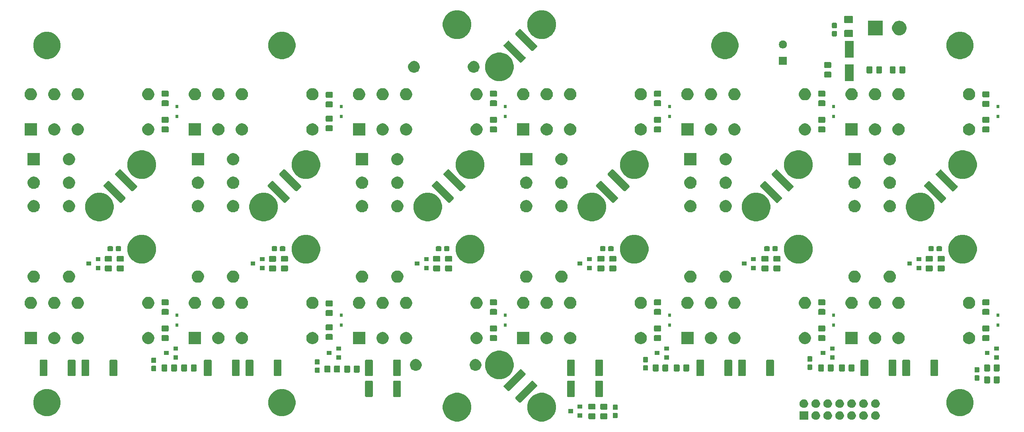
<source format=gbr>
G04 #@! TF.GenerationSoftware,KiCad,Pcbnew,5.1.5-52549c5~86~ubuntu18.04.1*
G04 #@! TF.CreationDate,2020-05-19T19:28:57+02:00*
G04 #@! TF.ProjectId,antenna_switch,616e7465-6e6e-4615-9f73-77697463682e,rev?*
G04 #@! TF.SameCoordinates,Original*
G04 #@! TF.FileFunction,Soldermask,Top*
G04 #@! TF.FilePolarity,Negative*
%FSLAX46Y46*%
G04 Gerber Fmt 4.6, Leading zero omitted, Abs format (unit mm)*
G04 Created by KiCad (PCBNEW 5.1.5-52549c5~86~ubuntu18.04.1) date 2020-05-19 19:28:57*
%MOMM*%
%LPD*%
G04 APERTURE LIST*
%ADD10C,0.100000*%
G04 APERTURE END LIST*
D10*
G36*
X216899943Y-170531248D02*
G01*
X217455189Y-170761238D01*
X217455190Y-170761239D01*
X217954899Y-171095134D01*
X218379866Y-171520101D01*
X218467732Y-171651602D01*
X218713762Y-172019811D01*
X218943752Y-172575057D01*
X219061000Y-173164501D01*
X219061000Y-173765499D01*
X218943752Y-174354943D01*
X218713762Y-174910189D01*
X218619559Y-175051173D01*
X218379866Y-175409899D01*
X217954899Y-175834866D01*
X217752034Y-175970416D01*
X217455189Y-176168762D01*
X216899943Y-176398752D01*
X216310499Y-176516000D01*
X215709501Y-176516000D01*
X215120057Y-176398752D01*
X214564811Y-176168762D01*
X214267966Y-175970416D01*
X214065101Y-175834866D01*
X213640134Y-175409899D01*
X213400441Y-175051173D01*
X213306238Y-174910189D01*
X213076248Y-174354943D01*
X212959000Y-173765499D01*
X212959000Y-173164501D01*
X213076248Y-172575057D01*
X213306238Y-172019811D01*
X213552268Y-171651602D01*
X213640134Y-171520101D01*
X214065101Y-171095134D01*
X214564810Y-170761239D01*
X214564811Y-170761238D01*
X215120057Y-170531248D01*
X215709501Y-170414000D01*
X216310499Y-170414000D01*
X216899943Y-170531248D01*
G37*
G36*
X198899943Y-170531248D02*
G01*
X199455189Y-170761238D01*
X199455190Y-170761239D01*
X199954899Y-171095134D01*
X200379866Y-171520101D01*
X200467732Y-171651602D01*
X200713762Y-172019811D01*
X200943752Y-172575057D01*
X201061000Y-173164501D01*
X201061000Y-173765499D01*
X200943752Y-174354943D01*
X200713762Y-174910189D01*
X200619559Y-175051173D01*
X200379866Y-175409899D01*
X199954899Y-175834866D01*
X199752034Y-175970416D01*
X199455189Y-176168762D01*
X198899943Y-176398752D01*
X198310499Y-176516000D01*
X197709501Y-176516000D01*
X197120057Y-176398752D01*
X196564811Y-176168762D01*
X196267966Y-175970416D01*
X196065101Y-175834866D01*
X195640134Y-175409899D01*
X195400441Y-175051173D01*
X195306238Y-174910189D01*
X195076248Y-174354943D01*
X194959000Y-173765499D01*
X194959000Y-173164501D01*
X195076248Y-172575057D01*
X195306238Y-172019811D01*
X195552268Y-171651602D01*
X195640134Y-171520101D01*
X196065101Y-171095134D01*
X196564810Y-170761239D01*
X196564811Y-170761238D01*
X197120057Y-170531248D01*
X197709501Y-170414000D01*
X198310499Y-170414000D01*
X198899943Y-170531248D01*
G37*
G36*
X279666778Y-174380547D02*
G01*
X279833224Y-174449491D01*
X279983022Y-174549583D01*
X280110417Y-174676978D01*
X280210509Y-174826776D01*
X280279453Y-174993222D01*
X280314600Y-175169918D01*
X280314600Y-175350082D01*
X280279453Y-175526778D01*
X280210509Y-175693224D01*
X280110417Y-175843022D01*
X279983022Y-175970417D01*
X279833224Y-176070509D01*
X279666778Y-176139453D01*
X279490082Y-176174600D01*
X279309918Y-176174600D01*
X279133222Y-176139453D01*
X278966776Y-176070509D01*
X278816978Y-175970417D01*
X278689583Y-175843022D01*
X278589491Y-175693224D01*
X278520547Y-175526778D01*
X278485400Y-175350082D01*
X278485400Y-175169918D01*
X278520547Y-174993222D01*
X278589491Y-174826776D01*
X278689583Y-174676978D01*
X278816978Y-174549583D01*
X278966776Y-174449491D01*
X279133222Y-174380547D01*
X279309918Y-174345400D01*
X279490082Y-174345400D01*
X279666778Y-174380547D01*
G37*
G36*
X277126778Y-174380547D02*
G01*
X277293224Y-174449491D01*
X277443022Y-174549583D01*
X277570417Y-174676978D01*
X277670509Y-174826776D01*
X277739453Y-174993222D01*
X277774600Y-175169918D01*
X277774600Y-175350082D01*
X277739453Y-175526778D01*
X277670509Y-175693224D01*
X277570417Y-175843022D01*
X277443022Y-175970417D01*
X277293224Y-176070509D01*
X277126778Y-176139453D01*
X276950082Y-176174600D01*
X276769918Y-176174600D01*
X276593222Y-176139453D01*
X276426776Y-176070509D01*
X276276978Y-175970417D01*
X276149583Y-175843022D01*
X276049491Y-175693224D01*
X275980547Y-175526778D01*
X275945400Y-175350082D01*
X275945400Y-175169918D01*
X275980547Y-174993222D01*
X276049491Y-174826776D01*
X276149583Y-174676978D01*
X276276978Y-174549583D01*
X276426776Y-174449491D01*
X276593222Y-174380547D01*
X276769918Y-174345400D01*
X276950082Y-174345400D01*
X277126778Y-174380547D01*
G37*
G36*
X284746778Y-174380547D02*
G01*
X284913224Y-174449491D01*
X285063022Y-174549583D01*
X285190417Y-174676978D01*
X285290509Y-174826776D01*
X285359453Y-174993222D01*
X285394600Y-175169918D01*
X285394600Y-175350082D01*
X285359453Y-175526778D01*
X285290509Y-175693224D01*
X285190417Y-175843022D01*
X285063022Y-175970417D01*
X284913224Y-176070509D01*
X284746778Y-176139453D01*
X284570082Y-176174600D01*
X284389918Y-176174600D01*
X284213222Y-176139453D01*
X284046776Y-176070509D01*
X283896978Y-175970417D01*
X283769583Y-175843022D01*
X283669491Y-175693224D01*
X283600547Y-175526778D01*
X283565400Y-175350082D01*
X283565400Y-175169918D01*
X283600547Y-174993222D01*
X283669491Y-174826776D01*
X283769583Y-174676978D01*
X283896978Y-174549583D01*
X284046776Y-174449491D01*
X284213222Y-174380547D01*
X284389918Y-174345400D01*
X284570082Y-174345400D01*
X284746778Y-174380547D01*
G37*
G36*
X282206778Y-174380547D02*
G01*
X282373224Y-174449491D01*
X282523022Y-174549583D01*
X282650417Y-174676978D01*
X282750509Y-174826776D01*
X282819453Y-174993222D01*
X282854600Y-175169918D01*
X282854600Y-175350082D01*
X282819453Y-175526778D01*
X282750509Y-175693224D01*
X282650417Y-175843022D01*
X282523022Y-175970417D01*
X282373224Y-176070509D01*
X282206778Y-176139453D01*
X282030082Y-176174600D01*
X281849918Y-176174600D01*
X281673222Y-176139453D01*
X281506776Y-176070509D01*
X281356978Y-175970417D01*
X281229583Y-175843022D01*
X281129491Y-175693224D01*
X281060547Y-175526778D01*
X281025400Y-175350082D01*
X281025400Y-175169918D01*
X281060547Y-174993222D01*
X281129491Y-174826776D01*
X281229583Y-174676978D01*
X281356978Y-174549583D01*
X281506776Y-174449491D01*
X281673222Y-174380547D01*
X281849918Y-174345400D01*
X282030082Y-174345400D01*
X282206778Y-174380547D01*
G37*
G36*
X274586778Y-174380547D02*
G01*
X274753224Y-174449491D01*
X274903022Y-174549583D01*
X275030417Y-174676978D01*
X275130509Y-174826776D01*
X275199453Y-174993222D01*
X275234600Y-175169918D01*
X275234600Y-175350082D01*
X275199453Y-175526778D01*
X275130509Y-175693224D01*
X275030417Y-175843022D01*
X274903022Y-175970417D01*
X274753224Y-176070509D01*
X274586778Y-176139453D01*
X274410082Y-176174600D01*
X274229918Y-176174600D01*
X274053222Y-176139453D01*
X273886776Y-176070509D01*
X273736978Y-175970417D01*
X273609583Y-175843022D01*
X273509491Y-175693224D01*
X273440547Y-175526778D01*
X273405400Y-175350082D01*
X273405400Y-175169918D01*
X273440547Y-174993222D01*
X273509491Y-174826776D01*
X273609583Y-174676978D01*
X273736978Y-174549583D01*
X273886776Y-174449491D01*
X274053222Y-174380547D01*
X274229918Y-174345400D01*
X274410082Y-174345400D01*
X274586778Y-174380547D01*
G37*
G36*
X272694600Y-176174600D02*
G01*
X270865400Y-176174600D01*
X270865400Y-174345400D01*
X272694600Y-174345400D01*
X272694600Y-176174600D01*
G37*
G36*
X287286778Y-174380547D02*
G01*
X287453224Y-174449491D01*
X287603022Y-174549583D01*
X287730417Y-174676978D01*
X287830509Y-174826776D01*
X287899453Y-174993222D01*
X287934600Y-175169918D01*
X287934600Y-175350082D01*
X287899453Y-175526778D01*
X287830509Y-175693224D01*
X287730417Y-175843022D01*
X287603022Y-175970417D01*
X287453224Y-176070509D01*
X287286778Y-176139453D01*
X287110082Y-176174600D01*
X286929918Y-176174600D01*
X286753222Y-176139453D01*
X286586776Y-176070509D01*
X286436978Y-175970417D01*
X286309583Y-175843022D01*
X286209491Y-175693224D01*
X286140547Y-175526778D01*
X286105400Y-175350082D01*
X286105400Y-175169918D01*
X286140547Y-174993222D01*
X286209491Y-174826776D01*
X286309583Y-174676978D01*
X286436978Y-174549583D01*
X286586776Y-174449491D01*
X286753222Y-174380547D01*
X286929918Y-174345400D01*
X287110082Y-174345400D01*
X287286778Y-174380547D01*
G37*
G36*
X229823674Y-174783465D02*
G01*
X229861367Y-174794899D01*
X229896103Y-174813466D01*
X229926548Y-174838452D01*
X229951534Y-174868897D01*
X229970101Y-174903633D01*
X229981535Y-174941326D01*
X229986000Y-174986661D01*
X229986000Y-175823339D01*
X229981535Y-175868674D01*
X229970101Y-175906367D01*
X229951534Y-175941103D01*
X229926548Y-175971548D01*
X229896103Y-175996534D01*
X229861367Y-176015101D01*
X229823674Y-176026535D01*
X229778339Y-176031000D01*
X228691661Y-176031000D01*
X228646326Y-176026535D01*
X228608633Y-176015101D01*
X228573897Y-175996534D01*
X228543452Y-175971548D01*
X228518466Y-175941103D01*
X228499899Y-175906367D01*
X228488465Y-175868674D01*
X228484000Y-175823339D01*
X228484000Y-174986661D01*
X228488465Y-174941326D01*
X228499899Y-174903633D01*
X228518466Y-174868897D01*
X228543452Y-174838452D01*
X228573897Y-174813466D01*
X228608633Y-174794899D01*
X228646326Y-174783465D01*
X228691661Y-174779000D01*
X229778339Y-174779000D01*
X229823674Y-174783465D01*
G37*
G36*
X227283674Y-174765465D02*
G01*
X227321367Y-174776899D01*
X227356103Y-174795466D01*
X227386548Y-174820452D01*
X227411534Y-174850897D01*
X227430101Y-174885633D01*
X227441535Y-174923326D01*
X227446000Y-174968661D01*
X227446000Y-175805339D01*
X227441535Y-175850674D01*
X227430101Y-175888367D01*
X227411534Y-175923103D01*
X227386548Y-175953548D01*
X227356103Y-175978534D01*
X227321367Y-175997101D01*
X227283674Y-176008535D01*
X227238339Y-176013000D01*
X226151661Y-176013000D01*
X226106326Y-176008535D01*
X226068633Y-175997101D01*
X226033897Y-175978534D01*
X226003452Y-175953548D01*
X225978466Y-175923103D01*
X225959899Y-175888367D01*
X225948465Y-175850674D01*
X225944000Y-175805339D01*
X225944000Y-174968661D01*
X225948465Y-174923326D01*
X225959899Y-174885633D01*
X225978466Y-174850897D01*
X226003452Y-174820452D01*
X226033897Y-174795466D01*
X226068633Y-174776899D01*
X226106326Y-174765465D01*
X226151661Y-174761000D01*
X227238339Y-174761000D01*
X227283674Y-174765465D01*
G37*
G36*
X232012499Y-174660445D02*
G01*
X232049995Y-174671820D01*
X232084554Y-174690292D01*
X232114847Y-174715153D01*
X232139708Y-174745446D01*
X232158180Y-174780005D01*
X232169555Y-174817501D01*
X232174000Y-174862638D01*
X232174000Y-175601362D01*
X232169555Y-175646499D01*
X232158180Y-175683995D01*
X232139708Y-175718554D01*
X232114847Y-175748847D01*
X232084554Y-175773708D01*
X232049995Y-175792180D01*
X232012499Y-175803555D01*
X231967362Y-175808000D01*
X231328638Y-175808000D01*
X231283501Y-175803555D01*
X231246005Y-175792180D01*
X231211446Y-175773708D01*
X231181153Y-175748847D01*
X231156292Y-175718554D01*
X231137820Y-175683995D01*
X231126445Y-175646499D01*
X231122000Y-175601362D01*
X231122000Y-174862638D01*
X231126445Y-174817501D01*
X231137820Y-174780005D01*
X231156292Y-174745446D01*
X231181153Y-174715153D01*
X231211446Y-174690292D01*
X231246005Y-174671820D01*
X231283501Y-174660445D01*
X231328638Y-174656000D01*
X231967362Y-174656000D01*
X232012499Y-174660445D01*
G37*
G36*
X224656000Y-175706000D02*
G01*
X223654000Y-175706000D01*
X223654000Y-174804000D01*
X224656000Y-174804000D01*
X224656000Y-175706000D01*
G37*
G36*
X111596189Y-169710483D02*
G01*
X111596192Y-169710484D01*
X111596191Y-169710484D01*
X112124139Y-169929167D01*
X112599280Y-170246646D01*
X113003354Y-170650720D01*
X113319469Y-171123820D01*
X113320834Y-171125863D01*
X113539517Y-171653811D01*
X113651000Y-172214275D01*
X113651000Y-172785725D01*
X113539517Y-173346189D01*
X113326674Y-173860038D01*
X113320833Y-173874139D01*
X113003354Y-174349280D01*
X112599280Y-174753354D01*
X112124139Y-175070833D01*
X112124138Y-175070834D01*
X112124137Y-175070834D01*
X111596189Y-175289517D01*
X111035725Y-175401000D01*
X110464275Y-175401000D01*
X109903811Y-175289517D01*
X109375863Y-175070834D01*
X109375862Y-175070834D01*
X109375861Y-175070833D01*
X108900720Y-174753354D01*
X108496646Y-174349280D01*
X108179167Y-173874139D01*
X108173326Y-173860038D01*
X107960483Y-173346189D01*
X107849000Y-172785725D01*
X107849000Y-172214275D01*
X107960483Y-171653811D01*
X108179166Y-171125863D01*
X108180531Y-171123820D01*
X108496646Y-170650720D01*
X108900720Y-170246646D01*
X109375861Y-169929167D01*
X109903809Y-169710484D01*
X109903808Y-169710484D01*
X109903811Y-169710483D01*
X110464275Y-169599000D01*
X111035725Y-169599000D01*
X111596189Y-169710483D01*
G37*
G36*
X305846189Y-169710483D02*
G01*
X305846192Y-169710484D01*
X305846191Y-169710484D01*
X306374139Y-169929167D01*
X306849280Y-170246646D01*
X307253354Y-170650720D01*
X307569469Y-171123820D01*
X307570834Y-171125863D01*
X307789517Y-171653811D01*
X307901000Y-172214275D01*
X307901000Y-172785725D01*
X307789517Y-173346189D01*
X307576674Y-173860038D01*
X307570833Y-173874139D01*
X307253354Y-174349280D01*
X306849280Y-174753354D01*
X306374139Y-175070833D01*
X306374138Y-175070834D01*
X306374137Y-175070834D01*
X305846189Y-175289517D01*
X305285725Y-175401000D01*
X304714275Y-175401000D01*
X304153811Y-175289517D01*
X303625863Y-175070834D01*
X303625862Y-175070834D01*
X303625861Y-175070833D01*
X303150720Y-174753354D01*
X302746646Y-174349280D01*
X302429167Y-173874139D01*
X302423326Y-173860038D01*
X302210483Y-173346189D01*
X302099000Y-172785725D01*
X302099000Y-172214275D01*
X302210483Y-171653811D01*
X302429166Y-171125863D01*
X302430531Y-171123820D01*
X302746646Y-170650720D01*
X303150720Y-170246646D01*
X303625861Y-169929167D01*
X304153809Y-169710484D01*
X304153808Y-169710484D01*
X304153811Y-169710483D01*
X304714275Y-169599000D01*
X305285725Y-169599000D01*
X305846189Y-169710483D01*
G37*
G36*
X161596189Y-169710483D02*
G01*
X161596192Y-169710484D01*
X161596191Y-169710484D01*
X162124139Y-169929167D01*
X162599280Y-170246646D01*
X163003354Y-170650720D01*
X163319469Y-171123820D01*
X163320834Y-171125863D01*
X163539517Y-171653811D01*
X163651000Y-172214275D01*
X163651000Y-172785725D01*
X163539517Y-173346189D01*
X163326674Y-173860038D01*
X163320833Y-173874139D01*
X163003354Y-174349280D01*
X162599280Y-174753354D01*
X162124139Y-175070833D01*
X162124138Y-175070834D01*
X162124137Y-175070834D01*
X161596189Y-175289517D01*
X161035725Y-175401000D01*
X160464275Y-175401000D01*
X159903811Y-175289517D01*
X159375863Y-175070834D01*
X159375862Y-175070834D01*
X159375861Y-175070833D01*
X158900720Y-174753354D01*
X158496646Y-174349280D01*
X158179167Y-173874139D01*
X158173326Y-173860038D01*
X157960483Y-173346189D01*
X157849000Y-172785725D01*
X157849000Y-172214275D01*
X157960483Y-171653811D01*
X158179166Y-171125863D01*
X158180531Y-171123820D01*
X158496646Y-170650720D01*
X158900720Y-170246646D01*
X159375861Y-169929167D01*
X159903809Y-169710484D01*
X159903808Y-169710484D01*
X159903811Y-169710483D01*
X160464275Y-169599000D01*
X161035725Y-169599000D01*
X161596189Y-169710483D01*
G37*
G36*
X222656000Y-174756000D02*
G01*
X221654000Y-174756000D01*
X221654000Y-173854000D01*
X222656000Y-173854000D01*
X222656000Y-174756000D01*
G37*
G36*
X232012499Y-172910445D02*
G01*
X232049995Y-172921820D01*
X232084554Y-172940292D01*
X232114847Y-172965153D01*
X232139708Y-172995446D01*
X232158180Y-173030005D01*
X232169555Y-173067501D01*
X232174000Y-173112638D01*
X232174000Y-173851362D01*
X232169555Y-173896499D01*
X232158180Y-173933995D01*
X232139708Y-173968554D01*
X232114847Y-173998847D01*
X232084554Y-174023708D01*
X232049995Y-174042180D01*
X232012499Y-174053555D01*
X231967362Y-174058000D01*
X231328638Y-174058000D01*
X231283501Y-174053555D01*
X231246005Y-174042180D01*
X231211446Y-174023708D01*
X231181153Y-173998847D01*
X231156292Y-173968554D01*
X231137820Y-173933995D01*
X231126445Y-173896499D01*
X231122000Y-173851362D01*
X231122000Y-173112638D01*
X231126445Y-173067501D01*
X231137820Y-173030005D01*
X231156292Y-172995446D01*
X231181153Y-172965153D01*
X231211446Y-172940292D01*
X231246005Y-172921820D01*
X231283501Y-172910445D01*
X231328638Y-172906000D01*
X231967362Y-172906000D01*
X232012499Y-172910445D01*
G37*
G36*
X229823674Y-172733465D02*
G01*
X229861367Y-172744899D01*
X229896103Y-172763466D01*
X229926548Y-172788452D01*
X229951534Y-172818897D01*
X229970101Y-172853633D01*
X229981535Y-172891326D01*
X229986000Y-172936661D01*
X229986000Y-173773339D01*
X229981535Y-173818674D01*
X229970101Y-173856367D01*
X229951534Y-173891103D01*
X229926548Y-173921548D01*
X229896103Y-173946534D01*
X229861367Y-173965101D01*
X229823674Y-173976535D01*
X229778339Y-173981000D01*
X228691661Y-173981000D01*
X228646326Y-173976535D01*
X228608633Y-173965101D01*
X228573897Y-173946534D01*
X228543452Y-173921548D01*
X228518466Y-173891103D01*
X228499899Y-173856367D01*
X228488465Y-173818674D01*
X228484000Y-173773339D01*
X228484000Y-172936661D01*
X228488465Y-172891326D01*
X228499899Y-172853633D01*
X228518466Y-172818897D01*
X228543452Y-172788452D01*
X228573897Y-172763466D01*
X228608633Y-172744899D01*
X228646326Y-172733465D01*
X228691661Y-172729000D01*
X229778339Y-172729000D01*
X229823674Y-172733465D01*
G37*
G36*
X227283674Y-172715465D02*
G01*
X227321367Y-172726899D01*
X227356103Y-172745466D01*
X227386548Y-172770452D01*
X227411534Y-172800897D01*
X227430101Y-172835633D01*
X227441535Y-172873326D01*
X227446000Y-172918661D01*
X227446000Y-173755339D01*
X227441535Y-173800674D01*
X227430101Y-173838367D01*
X227411534Y-173873103D01*
X227386548Y-173903548D01*
X227356103Y-173928534D01*
X227321367Y-173947101D01*
X227283674Y-173958535D01*
X227238339Y-173963000D01*
X226151661Y-173963000D01*
X226106326Y-173958535D01*
X226068633Y-173947101D01*
X226033897Y-173928534D01*
X226003452Y-173903548D01*
X225978466Y-173873103D01*
X225959899Y-173838367D01*
X225948465Y-173800674D01*
X225944000Y-173755339D01*
X225944000Y-172918661D01*
X225948465Y-172873326D01*
X225959899Y-172835633D01*
X225978466Y-172800897D01*
X226003452Y-172770452D01*
X226033897Y-172745466D01*
X226068633Y-172726899D01*
X226106326Y-172715465D01*
X226151661Y-172711000D01*
X227238339Y-172711000D01*
X227283674Y-172715465D01*
G37*
G36*
X224656000Y-173806000D02*
G01*
X223654000Y-173806000D01*
X223654000Y-172904000D01*
X224656000Y-172904000D01*
X224656000Y-173806000D01*
G37*
G36*
X277126778Y-171840547D02*
G01*
X277293224Y-171909491D01*
X277443022Y-172009583D01*
X277570417Y-172136978D01*
X277670509Y-172286776D01*
X277739453Y-172453222D01*
X277774600Y-172629918D01*
X277774600Y-172810082D01*
X277739453Y-172986778D01*
X277670509Y-173153224D01*
X277570417Y-173303022D01*
X277443022Y-173430417D01*
X277293224Y-173530509D01*
X277126778Y-173599453D01*
X276950082Y-173634600D01*
X276769918Y-173634600D01*
X276593222Y-173599453D01*
X276426776Y-173530509D01*
X276276978Y-173430417D01*
X276149583Y-173303022D01*
X276049491Y-173153224D01*
X275980547Y-172986778D01*
X275945400Y-172810082D01*
X275945400Y-172629918D01*
X275980547Y-172453222D01*
X276049491Y-172286776D01*
X276149583Y-172136978D01*
X276276978Y-172009583D01*
X276426776Y-171909491D01*
X276593222Y-171840547D01*
X276769918Y-171805400D01*
X276950082Y-171805400D01*
X277126778Y-171840547D01*
G37*
G36*
X287286778Y-171840547D02*
G01*
X287453224Y-171909491D01*
X287603022Y-172009583D01*
X287730417Y-172136978D01*
X287830509Y-172286776D01*
X287899453Y-172453222D01*
X287934600Y-172629918D01*
X287934600Y-172810082D01*
X287899453Y-172986778D01*
X287830509Y-173153224D01*
X287730417Y-173303022D01*
X287603022Y-173430417D01*
X287453224Y-173530509D01*
X287286778Y-173599453D01*
X287110082Y-173634600D01*
X286929918Y-173634600D01*
X286753222Y-173599453D01*
X286586776Y-173530509D01*
X286436978Y-173430417D01*
X286309583Y-173303022D01*
X286209491Y-173153224D01*
X286140547Y-172986778D01*
X286105400Y-172810082D01*
X286105400Y-172629918D01*
X286140547Y-172453222D01*
X286209491Y-172286776D01*
X286309583Y-172136978D01*
X286436978Y-172009583D01*
X286586776Y-171909491D01*
X286753222Y-171840547D01*
X286929918Y-171805400D01*
X287110082Y-171805400D01*
X287286778Y-171840547D01*
G37*
G36*
X284746778Y-171840547D02*
G01*
X284913224Y-171909491D01*
X285063022Y-172009583D01*
X285190417Y-172136978D01*
X285290509Y-172286776D01*
X285359453Y-172453222D01*
X285394600Y-172629918D01*
X285394600Y-172810082D01*
X285359453Y-172986778D01*
X285290509Y-173153224D01*
X285190417Y-173303022D01*
X285063022Y-173430417D01*
X284913224Y-173530509D01*
X284746778Y-173599453D01*
X284570082Y-173634600D01*
X284389918Y-173634600D01*
X284213222Y-173599453D01*
X284046776Y-173530509D01*
X283896978Y-173430417D01*
X283769583Y-173303022D01*
X283669491Y-173153224D01*
X283600547Y-172986778D01*
X283565400Y-172810082D01*
X283565400Y-172629918D01*
X283600547Y-172453222D01*
X283669491Y-172286776D01*
X283769583Y-172136978D01*
X283896978Y-172009583D01*
X284046776Y-171909491D01*
X284213222Y-171840547D01*
X284389918Y-171805400D01*
X284570082Y-171805400D01*
X284746778Y-171840547D01*
G37*
G36*
X282206778Y-171840547D02*
G01*
X282373224Y-171909491D01*
X282523022Y-172009583D01*
X282650417Y-172136978D01*
X282750509Y-172286776D01*
X282819453Y-172453222D01*
X282854600Y-172629918D01*
X282854600Y-172810082D01*
X282819453Y-172986778D01*
X282750509Y-173153224D01*
X282650417Y-173303022D01*
X282523022Y-173430417D01*
X282373224Y-173530509D01*
X282206778Y-173599453D01*
X282030082Y-173634600D01*
X281849918Y-173634600D01*
X281673222Y-173599453D01*
X281506776Y-173530509D01*
X281356978Y-173430417D01*
X281229583Y-173303022D01*
X281129491Y-173153224D01*
X281060547Y-172986778D01*
X281025400Y-172810082D01*
X281025400Y-172629918D01*
X281060547Y-172453222D01*
X281129491Y-172286776D01*
X281229583Y-172136978D01*
X281356978Y-172009583D01*
X281506776Y-171909491D01*
X281673222Y-171840547D01*
X281849918Y-171805400D01*
X282030082Y-171805400D01*
X282206778Y-171840547D01*
G37*
G36*
X274586778Y-171840547D02*
G01*
X274753224Y-171909491D01*
X274903022Y-172009583D01*
X275030417Y-172136978D01*
X275130509Y-172286776D01*
X275199453Y-172453222D01*
X275234600Y-172629918D01*
X275234600Y-172810082D01*
X275199453Y-172986778D01*
X275130509Y-173153224D01*
X275030417Y-173303022D01*
X274903022Y-173430417D01*
X274753224Y-173530509D01*
X274586778Y-173599453D01*
X274410082Y-173634600D01*
X274229918Y-173634600D01*
X274053222Y-173599453D01*
X273886776Y-173530509D01*
X273736978Y-173430417D01*
X273609583Y-173303022D01*
X273509491Y-173153224D01*
X273440547Y-172986778D01*
X273405400Y-172810082D01*
X273405400Y-172629918D01*
X273440547Y-172453222D01*
X273509491Y-172286776D01*
X273609583Y-172136978D01*
X273736978Y-172009583D01*
X273886776Y-171909491D01*
X274053222Y-171840547D01*
X274229918Y-171805400D01*
X274410082Y-171805400D01*
X274586778Y-171840547D01*
G37*
G36*
X279666778Y-171840547D02*
G01*
X279833224Y-171909491D01*
X279983022Y-172009583D01*
X280110417Y-172136978D01*
X280210509Y-172286776D01*
X280279453Y-172453222D01*
X280314600Y-172629918D01*
X280314600Y-172810082D01*
X280279453Y-172986778D01*
X280210509Y-173153224D01*
X280110417Y-173303022D01*
X279983022Y-173430417D01*
X279833224Y-173530509D01*
X279666778Y-173599453D01*
X279490082Y-173634600D01*
X279309918Y-173634600D01*
X279133222Y-173599453D01*
X278966776Y-173530509D01*
X278816978Y-173430417D01*
X278689583Y-173303022D01*
X278589491Y-173153224D01*
X278520547Y-172986778D01*
X278485400Y-172810082D01*
X278485400Y-172629918D01*
X278520547Y-172453222D01*
X278589491Y-172286776D01*
X278689583Y-172136978D01*
X278816978Y-172009583D01*
X278966776Y-171909491D01*
X279133222Y-171840547D01*
X279309918Y-171805400D01*
X279490082Y-171805400D01*
X279666778Y-171840547D01*
G37*
G36*
X272046778Y-171840547D02*
G01*
X272213224Y-171909491D01*
X272363022Y-172009583D01*
X272490417Y-172136978D01*
X272590509Y-172286776D01*
X272659453Y-172453222D01*
X272694600Y-172629918D01*
X272694600Y-172810082D01*
X272659453Y-172986778D01*
X272590509Y-173153224D01*
X272490417Y-173303022D01*
X272363022Y-173430417D01*
X272213224Y-173530509D01*
X272046778Y-173599453D01*
X271870082Y-173634600D01*
X271689918Y-173634600D01*
X271513222Y-173599453D01*
X271346776Y-173530509D01*
X271196978Y-173430417D01*
X271069583Y-173303022D01*
X270969491Y-173153224D01*
X270900547Y-172986778D01*
X270865400Y-172810082D01*
X270865400Y-172629918D01*
X270900547Y-172453222D01*
X270969491Y-172286776D01*
X271069583Y-172136978D01*
X271196978Y-172009583D01*
X271346776Y-171909491D01*
X271513222Y-171840547D01*
X271689918Y-171805400D01*
X271870082Y-171805400D01*
X272046778Y-171840547D01*
G37*
G36*
X214076931Y-167837194D02*
G01*
X214119034Y-167849966D01*
X214157830Y-167870703D01*
X214196602Y-167902523D01*
X214247238Y-167953159D01*
X214247244Y-167953164D01*
X214951836Y-168657756D01*
X214951841Y-168657762D01*
X215002477Y-168708398D01*
X215034297Y-168747170D01*
X215055034Y-168785966D01*
X215067806Y-168828069D01*
X215072118Y-168871852D01*
X215067806Y-168915635D01*
X215055034Y-168957738D01*
X215034297Y-168996534D01*
X215002477Y-169035306D01*
X214951841Y-169085942D01*
X214951836Y-169085948D01*
X211630948Y-172406836D01*
X211630942Y-172406841D01*
X211580306Y-172457477D01*
X211541534Y-172489297D01*
X211502738Y-172510034D01*
X211460635Y-172522806D01*
X211416852Y-172527118D01*
X211373069Y-172522806D01*
X211330966Y-172510034D01*
X211292170Y-172489297D01*
X211253398Y-172457477D01*
X211202762Y-172406841D01*
X211202756Y-172406836D01*
X210498164Y-171702244D01*
X210498159Y-171702238D01*
X210447523Y-171651602D01*
X210415703Y-171612830D01*
X210394966Y-171574034D01*
X210382194Y-171531931D01*
X210377882Y-171488148D01*
X210382194Y-171444365D01*
X210394966Y-171402262D01*
X210415703Y-171363466D01*
X210447523Y-171324694D01*
X210498159Y-171274058D01*
X210498164Y-171274052D01*
X213819052Y-167953164D01*
X213819058Y-167953159D01*
X213869694Y-167902523D01*
X213908466Y-167870703D01*
X213947262Y-167849966D01*
X213989365Y-167837194D01*
X214033148Y-167832882D01*
X214076931Y-167837194D01*
G37*
G36*
X179923820Y-167823103D02*
G01*
X179957985Y-167833467D01*
X179989464Y-167850293D01*
X180017060Y-167872940D01*
X180039707Y-167900536D01*
X180056533Y-167932015D01*
X180066897Y-167966180D01*
X180071000Y-168007842D01*
X180071000Y-171082158D01*
X180066897Y-171123820D01*
X180056533Y-171157985D01*
X180039707Y-171189464D01*
X180017060Y-171217060D01*
X179989464Y-171239707D01*
X179957985Y-171256533D01*
X179923820Y-171266897D01*
X179882158Y-171271000D01*
X178632842Y-171271000D01*
X178591180Y-171266897D01*
X178557015Y-171256533D01*
X178525536Y-171239707D01*
X178497940Y-171217060D01*
X178475293Y-171189464D01*
X178458467Y-171157985D01*
X178448103Y-171123820D01*
X178444000Y-171082158D01*
X178444000Y-168007842D01*
X178448103Y-167966180D01*
X178458467Y-167932015D01*
X178475293Y-167900536D01*
X178497940Y-167872940D01*
X178525536Y-167850293D01*
X178557015Y-167833467D01*
X178591180Y-167823103D01*
X178632842Y-167819000D01*
X179882158Y-167819000D01*
X179923820Y-167823103D01*
G37*
G36*
X185898820Y-167823103D02*
G01*
X185932985Y-167833467D01*
X185964464Y-167850293D01*
X185992060Y-167872940D01*
X186014707Y-167900536D01*
X186031533Y-167932015D01*
X186041897Y-167966180D01*
X186046000Y-168007842D01*
X186046000Y-171082158D01*
X186041897Y-171123820D01*
X186031533Y-171157985D01*
X186014707Y-171189464D01*
X185992060Y-171217060D01*
X185964464Y-171239707D01*
X185932985Y-171256533D01*
X185898820Y-171266897D01*
X185857158Y-171271000D01*
X184607842Y-171271000D01*
X184566180Y-171266897D01*
X184532015Y-171256533D01*
X184500536Y-171239707D01*
X184472940Y-171217060D01*
X184450293Y-171189464D01*
X184433467Y-171157985D01*
X184423103Y-171123820D01*
X184419000Y-171082158D01*
X184419000Y-168007842D01*
X184423103Y-167966180D01*
X184433467Y-167932015D01*
X184450293Y-167900536D01*
X184472940Y-167872940D01*
X184500536Y-167850293D01*
X184532015Y-167833467D01*
X184566180Y-167823103D01*
X184607842Y-167819000D01*
X185857158Y-167819000D01*
X185898820Y-167823103D01*
G37*
G36*
X228891320Y-167823103D02*
G01*
X228925485Y-167833467D01*
X228956964Y-167850293D01*
X228984560Y-167872940D01*
X229007207Y-167900536D01*
X229024033Y-167932015D01*
X229034397Y-167966180D01*
X229038500Y-168007842D01*
X229038500Y-171082158D01*
X229034397Y-171123820D01*
X229024033Y-171157985D01*
X229007207Y-171189464D01*
X228984560Y-171217060D01*
X228956964Y-171239707D01*
X228925485Y-171256533D01*
X228891320Y-171266897D01*
X228849658Y-171271000D01*
X227600342Y-171271000D01*
X227558680Y-171266897D01*
X227524515Y-171256533D01*
X227493036Y-171239707D01*
X227465440Y-171217060D01*
X227442793Y-171189464D01*
X227425967Y-171157985D01*
X227415603Y-171123820D01*
X227411500Y-171082158D01*
X227411500Y-168007842D01*
X227415603Y-167966180D01*
X227425967Y-167932015D01*
X227442793Y-167900536D01*
X227465440Y-167872940D01*
X227493036Y-167850293D01*
X227524515Y-167833467D01*
X227558680Y-167823103D01*
X227600342Y-167819000D01*
X228849658Y-167819000D01*
X228891320Y-167823103D01*
G37*
G36*
X222916320Y-167823103D02*
G01*
X222950485Y-167833467D01*
X222981964Y-167850293D01*
X223009560Y-167872940D01*
X223032207Y-167900536D01*
X223049033Y-167932015D01*
X223059397Y-167966180D01*
X223063500Y-168007842D01*
X223063500Y-171082158D01*
X223059397Y-171123820D01*
X223049033Y-171157985D01*
X223032207Y-171189464D01*
X223009560Y-171217060D01*
X222981964Y-171239707D01*
X222950485Y-171256533D01*
X222916320Y-171266897D01*
X222874658Y-171271000D01*
X221625342Y-171271000D01*
X221583680Y-171266897D01*
X221549515Y-171256533D01*
X221518036Y-171239707D01*
X221490440Y-171217060D01*
X221467793Y-171189464D01*
X221450967Y-171157985D01*
X221440603Y-171123820D01*
X221436500Y-171082158D01*
X221436500Y-168007842D01*
X221440603Y-167966180D01*
X221450967Y-167932015D01*
X221467793Y-167900536D01*
X221490440Y-167872940D01*
X221518036Y-167850293D01*
X221549515Y-167833467D01*
X221583680Y-167823103D01*
X221625342Y-167819000D01*
X222874658Y-167819000D01*
X222916320Y-167823103D01*
G37*
G36*
X211602057Y-165362320D02*
G01*
X211644160Y-165375092D01*
X211682956Y-165395829D01*
X211721728Y-165427649D01*
X211772364Y-165478285D01*
X211772370Y-165478290D01*
X212476962Y-166182882D01*
X212476967Y-166182888D01*
X212527603Y-166233524D01*
X212559423Y-166272296D01*
X212580160Y-166311092D01*
X212592932Y-166353195D01*
X212597244Y-166396978D01*
X212592932Y-166440761D01*
X212580160Y-166482864D01*
X212559423Y-166521660D01*
X212527603Y-166560432D01*
X212476967Y-166611068D01*
X212476962Y-166611074D01*
X209156074Y-169931962D01*
X209156068Y-169931967D01*
X209105432Y-169982603D01*
X209066660Y-170014423D01*
X209027864Y-170035160D01*
X208985761Y-170047932D01*
X208941978Y-170052244D01*
X208898195Y-170047932D01*
X208856092Y-170035160D01*
X208817296Y-170014423D01*
X208778524Y-169982603D01*
X208727888Y-169931967D01*
X208727882Y-169931962D01*
X208023290Y-169227370D01*
X208023285Y-169227364D01*
X207972649Y-169176728D01*
X207940829Y-169137956D01*
X207920092Y-169099160D01*
X207907320Y-169057057D01*
X207903008Y-169013274D01*
X207907320Y-168969491D01*
X207920092Y-168927388D01*
X207940829Y-168888592D01*
X207972649Y-168849820D01*
X208023285Y-168799184D01*
X208023290Y-168799178D01*
X211344178Y-165478290D01*
X211344184Y-165478285D01*
X211394820Y-165427649D01*
X211433592Y-165395829D01*
X211472388Y-165375092D01*
X211514491Y-165362320D01*
X211558274Y-165358008D01*
X211602057Y-165362320D01*
G37*
G36*
X311223674Y-166893465D02*
G01*
X311261367Y-166904899D01*
X311296103Y-166923466D01*
X311326548Y-166948452D01*
X311351534Y-166978897D01*
X311370101Y-167013633D01*
X311381535Y-167051326D01*
X311386000Y-167096661D01*
X311386000Y-168183339D01*
X311381535Y-168228674D01*
X311370101Y-168266367D01*
X311351534Y-168301103D01*
X311326548Y-168331548D01*
X311296103Y-168356534D01*
X311261367Y-168375101D01*
X311223674Y-168386535D01*
X311178339Y-168391000D01*
X310341661Y-168391000D01*
X310296326Y-168386535D01*
X310258633Y-168375101D01*
X310223897Y-168356534D01*
X310193452Y-168331548D01*
X310168466Y-168301103D01*
X310149899Y-168266367D01*
X310138465Y-168228674D01*
X310134000Y-168183339D01*
X310134000Y-167096661D01*
X310138465Y-167051326D01*
X310149899Y-167013633D01*
X310168466Y-166978897D01*
X310193452Y-166948452D01*
X310223897Y-166923466D01*
X310258633Y-166904899D01*
X310296326Y-166893465D01*
X310341661Y-166889000D01*
X311178339Y-166889000D01*
X311223674Y-166893465D01*
G37*
G36*
X313273674Y-166893465D02*
G01*
X313311367Y-166904899D01*
X313346103Y-166923466D01*
X313376548Y-166948452D01*
X313401534Y-166978897D01*
X313420101Y-167013633D01*
X313431535Y-167051326D01*
X313436000Y-167096661D01*
X313436000Y-168183339D01*
X313431535Y-168228674D01*
X313420101Y-168266367D01*
X313401534Y-168301103D01*
X313376548Y-168331548D01*
X313346103Y-168356534D01*
X313311367Y-168375101D01*
X313273674Y-168386535D01*
X313228339Y-168391000D01*
X312391661Y-168391000D01*
X312346326Y-168386535D01*
X312308633Y-168375101D01*
X312273897Y-168356534D01*
X312243452Y-168331548D01*
X312218466Y-168301103D01*
X312199899Y-168266367D01*
X312188465Y-168228674D01*
X312184000Y-168183339D01*
X312184000Y-167096661D01*
X312188465Y-167051326D01*
X312199899Y-167013633D01*
X312218466Y-166978897D01*
X312243452Y-166948452D01*
X312273897Y-166923466D01*
X312308633Y-166904899D01*
X312346326Y-166893465D01*
X312391661Y-166889000D01*
X313228339Y-166889000D01*
X313273674Y-166893465D01*
G37*
G36*
X308974499Y-166673445D02*
G01*
X309011995Y-166684820D01*
X309046554Y-166703292D01*
X309076847Y-166728153D01*
X309101708Y-166758446D01*
X309120180Y-166793005D01*
X309131555Y-166830501D01*
X309136000Y-166875638D01*
X309136000Y-167614362D01*
X309131555Y-167659499D01*
X309120180Y-167696995D01*
X309101708Y-167731554D01*
X309076847Y-167761847D01*
X309046554Y-167786708D01*
X309011995Y-167805180D01*
X308974499Y-167816555D01*
X308929362Y-167821000D01*
X308290638Y-167821000D01*
X308245501Y-167816555D01*
X308208005Y-167805180D01*
X308173446Y-167786708D01*
X308143153Y-167761847D01*
X308118292Y-167731554D01*
X308099820Y-167696995D01*
X308088445Y-167659499D01*
X308084000Y-167614362D01*
X308084000Y-166875638D01*
X308088445Y-166830501D01*
X308099820Y-166793005D01*
X308118292Y-166758446D01*
X308143153Y-166728153D01*
X308173446Y-166703292D01*
X308208005Y-166684820D01*
X308245501Y-166673445D01*
X308290638Y-166669000D01*
X308929362Y-166669000D01*
X308974499Y-166673445D01*
G37*
G36*
X207899943Y-161531248D02*
G01*
X208455189Y-161761238D01*
X208455190Y-161761239D01*
X208954899Y-162095134D01*
X209379866Y-162520101D01*
X209456519Y-162634820D01*
X209713762Y-163019811D01*
X209943752Y-163575057D01*
X210061000Y-164164501D01*
X210061000Y-164765499D01*
X209943752Y-165354943D01*
X209713762Y-165910189D01*
X209583593Y-166105000D01*
X209379866Y-166409899D01*
X208954899Y-166834866D01*
X208754575Y-166968718D01*
X208455189Y-167168762D01*
X207899943Y-167398752D01*
X207310499Y-167516000D01*
X206709501Y-167516000D01*
X206120057Y-167398752D01*
X205564811Y-167168762D01*
X205265425Y-166968718D01*
X205065101Y-166834866D01*
X204640134Y-166409899D01*
X204436407Y-166105000D01*
X204306238Y-165910189D01*
X204076248Y-165354943D01*
X203959000Y-164765499D01*
X203959000Y-164164501D01*
X204076248Y-163575057D01*
X204306238Y-163019811D01*
X204563481Y-162634820D01*
X204640134Y-162520101D01*
X205065101Y-162095134D01*
X205564810Y-161761239D01*
X205564811Y-161761238D01*
X206120057Y-161531248D01*
X206709501Y-161414000D01*
X207310499Y-161414000D01*
X207899943Y-161531248D01*
G37*
G36*
X265273820Y-163378103D02*
G01*
X265307985Y-163388467D01*
X265339464Y-163405293D01*
X265367060Y-163427940D01*
X265389707Y-163455536D01*
X265406533Y-163487015D01*
X265416897Y-163521180D01*
X265421000Y-163562842D01*
X265421000Y-166637158D01*
X265416897Y-166678820D01*
X265406533Y-166712985D01*
X265389707Y-166744464D01*
X265367060Y-166772060D01*
X265339464Y-166794707D01*
X265307985Y-166811533D01*
X265273820Y-166821897D01*
X265232158Y-166826000D01*
X263982842Y-166826000D01*
X263941180Y-166821897D01*
X263907015Y-166811533D01*
X263875536Y-166794707D01*
X263847940Y-166772060D01*
X263825293Y-166744464D01*
X263808467Y-166712985D01*
X263798103Y-166678820D01*
X263794000Y-166637158D01*
X263794000Y-163562842D01*
X263798103Y-163521180D01*
X263808467Y-163487015D01*
X263825293Y-163455536D01*
X263847940Y-163427940D01*
X263875536Y-163405293D01*
X263907015Y-163388467D01*
X263941180Y-163378103D01*
X263982842Y-163374000D01*
X265232158Y-163374000D01*
X265273820Y-163378103D01*
G37*
G36*
X285333820Y-163378103D02*
G01*
X285367985Y-163388467D01*
X285399464Y-163405293D01*
X285427060Y-163427940D01*
X285449707Y-163455536D01*
X285466533Y-163487015D01*
X285476897Y-163521180D01*
X285481000Y-163562842D01*
X285481000Y-166637158D01*
X285476897Y-166678820D01*
X285466533Y-166712985D01*
X285449707Y-166744464D01*
X285427060Y-166772060D01*
X285399464Y-166794707D01*
X285367985Y-166811533D01*
X285333820Y-166821897D01*
X285292158Y-166826000D01*
X284042842Y-166826000D01*
X284001180Y-166821897D01*
X283967015Y-166811533D01*
X283935536Y-166794707D01*
X283907940Y-166772060D01*
X283885293Y-166744464D01*
X283868467Y-166712985D01*
X283858103Y-166678820D01*
X283854000Y-166637158D01*
X283854000Y-163562842D01*
X283858103Y-163521180D01*
X283868467Y-163487015D01*
X283885293Y-163455536D01*
X283907940Y-163427940D01*
X283935536Y-163405293D01*
X283967015Y-163388467D01*
X284001180Y-163378103D01*
X284042842Y-163374000D01*
X285292158Y-163374000D01*
X285333820Y-163378103D01*
G37*
G36*
X291308820Y-163378103D02*
G01*
X291342985Y-163388467D01*
X291374464Y-163405293D01*
X291402060Y-163427940D01*
X291424707Y-163455536D01*
X291441533Y-163487015D01*
X291451897Y-163521180D01*
X291456000Y-163562842D01*
X291456000Y-166637158D01*
X291451897Y-166678820D01*
X291441533Y-166712985D01*
X291424707Y-166744464D01*
X291402060Y-166772060D01*
X291374464Y-166794707D01*
X291342985Y-166811533D01*
X291308820Y-166821897D01*
X291267158Y-166826000D01*
X290017842Y-166826000D01*
X289976180Y-166821897D01*
X289942015Y-166811533D01*
X289910536Y-166794707D01*
X289882940Y-166772060D01*
X289860293Y-166744464D01*
X289843467Y-166712985D01*
X289833103Y-166678820D01*
X289829000Y-166637158D01*
X289829000Y-163562842D01*
X289833103Y-163521180D01*
X289843467Y-163487015D01*
X289860293Y-163455536D01*
X289882940Y-163427940D01*
X289910536Y-163405293D01*
X289942015Y-163388467D01*
X289976180Y-163378103D01*
X290017842Y-163374000D01*
X291267158Y-163374000D01*
X291308820Y-163378103D01*
G37*
G36*
X294223820Y-163378103D02*
G01*
X294257985Y-163388467D01*
X294289464Y-163405293D01*
X294317060Y-163427940D01*
X294339707Y-163455536D01*
X294356533Y-163487015D01*
X294366897Y-163521180D01*
X294371000Y-163562842D01*
X294371000Y-166637158D01*
X294366897Y-166678820D01*
X294356533Y-166712985D01*
X294339707Y-166744464D01*
X294317060Y-166772060D01*
X294289464Y-166794707D01*
X294257985Y-166811533D01*
X294223820Y-166821897D01*
X294182158Y-166826000D01*
X292932842Y-166826000D01*
X292891180Y-166821897D01*
X292857015Y-166811533D01*
X292825536Y-166794707D01*
X292797940Y-166772060D01*
X292775293Y-166744464D01*
X292758467Y-166712985D01*
X292748103Y-166678820D01*
X292744000Y-166637158D01*
X292744000Y-163562842D01*
X292748103Y-163521180D01*
X292758467Y-163487015D01*
X292775293Y-163455536D01*
X292797940Y-163427940D01*
X292825536Y-163405293D01*
X292857015Y-163388467D01*
X292891180Y-163378103D01*
X292932842Y-163374000D01*
X294182158Y-163374000D01*
X294223820Y-163378103D01*
G37*
G36*
X300198820Y-163378103D02*
G01*
X300232985Y-163388467D01*
X300264464Y-163405293D01*
X300292060Y-163427940D01*
X300314707Y-163455536D01*
X300331533Y-163487015D01*
X300341897Y-163521180D01*
X300346000Y-163562842D01*
X300346000Y-166637158D01*
X300341897Y-166678820D01*
X300331533Y-166712985D01*
X300314707Y-166744464D01*
X300292060Y-166772060D01*
X300264464Y-166794707D01*
X300232985Y-166811533D01*
X300198820Y-166821897D01*
X300157158Y-166826000D01*
X298907842Y-166826000D01*
X298866180Y-166821897D01*
X298832015Y-166811533D01*
X298800536Y-166794707D01*
X298772940Y-166772060D01*
X298750293Y-166744464D01*
X298733467Y-166712985D01*
X298723103Y-166678820D01*
X298719000Y-166637158D01*
X298719000Y-163562842D01*
X298723103Y-163521180D01*
X298733467Y-163487015D01*
X298750293Y-163455536D01*
X298772940Y-163427940D01*
X298800536Y-163405293D01*
X298832015Y-163388467D01*
X298866180Y-163378103D01*
X298907842Y-163374000D01*
X300157158Y-163374000D01*
X300198820Y-163378103D01*
G37*
G36*
X259298820Y-163378103D02*
G01*
X259332985Y-163388467D01*
X259364464Y-163405293D01*
X259392060Y-163427940D01*
X259414707Y-163455536D01*
X259431533Y-163487015D01*
X259441897Y-163521180D01*
X259446000Y-163562842D01*
X259446000Y-166637158D01*
X259441897Y-166678820D01*
X259431533Y-166712985D01*
X259414707Y-166744464D01*
X259392060Y-166772060D01*
X259364464Y-166794707D01*
X259332985Y-166811533D01*
X259298820Y-166821897D01*
X259257158Y-166826000D01*
X258007842Y-166826000D01*
X257966180Y-166821897D01*
X257932015Y-166811533D01*
X257900536Y-166794707D01*
X257872940Y-166772060D01*
X257850293Y-166744464D01*
X257833467Y-166712985D01*
X257823103Y-166678820D01*
X257819000Y-166637158D01*
X257819000Y-163562842D01*
X257823103Y-163521180D01*
X257833467Y-163487015D01*
X257850293Y-163455536D01*
X257872940Y-163427940D01*
X257900536Y-163405293D01*
X257932015Y-163388467D01*
X257966180Y-163378103D01*
X258007842Y-163374000D01*
X259257158Y-163374000D01*
X259298820Y-163378103D01*
G37*
G36*
X145633820Y-163378103D02*
G01*
X145667985Y-163388467D01*
X145699464Y-163405293D01*
X145727060Y-163427940D01*
X145749707Y-163455536D01*
X145766533Y-163487015D01*
X145776897Y-163521180D01*
X145781000Y-163562842D01*
X145781000Y-166637158D01*
X145776897Y-166678820D01*
X145766533Y-166712985D01*
X145749707Y-166744464D01*
X145727060Y-166772060D01*
X145699464Y-166794707D01*
X145667985Y-166811533D01*
X145633820Y-166821897D01*
X145592158Y-166826000D01*
X144342842Y-166826000D01*
X144301180Y-166821897D01*
X144267015Y-166811533D01*
X144235536Y-166794707D01*
X144207940Y-166772060D01*
X144185293Y-166744464D01*
X144168467Y-166712985D01*
X144158103Y-166678820D01*
X144154000Y-166637158D01*
X144154000Y-163562842D01*
X144158103Y-163521180D01*
X144168467Y-163487015D01*
X144185293Y-163455536D01*
X144207940Y-163427940D01*
X144235536Y-163405293D01*
X144267015Y-163388467D01*
X144301180Y-163378103D01*
X144342842Y-163374000D01*
X145592158Y-163374000D01*
X145633820Y-163378103D01*
G37*
G36*
X151608820Y-163378103D02*
G01*
X151642985Y-163388467D01*
X151674464Y-163405293D01*
X151702060Y-163427940D01*
X151724707Y-163455536D01*
X151741533Y-163487015D01*
X151751897Y-163521180D01*
X151756000Y-163562842D01*
X151756000Y-166637158D01*
X151751897Y-166678820D01*
X151741533Y-166712985D01*
X151724707Y-166744464D01*
X151702060Y-166772060D01*
X151674464Y-166794707D01*
X151642985Y-166811533D01*
X151608820Y-166821897D01*
X151567158Y-166826000D01*
X150317842Y-166826000D01*
X150276180Y-166821897D01*
X150242015Y-166811533D01*
X150210536Y-166794707D01*
X150182940Y-166772060D01*
X150160293Y-166744464D01*
X150143467Y-166712985D01*
X150133103Y-166678820D01*
X150129000Y-166637158D01*
X150129000Y-163562842D01*
X150133103Y-163521180D01*
X150143467Y-163487015D01*
X150160293Y-163455536D01*
X150182940Y-163427940D01*
X150210536Y-163405293D01*
X150242015Y-163388467D01*
X150276180Y-163378103D01*
X150317842Y-163374000D01*
X151567158Y-163374000D01*
X151608820Y-163378103D01*
G37*
G36*
X160498820Y-163378103D02*
G01*
X160532985Y-163388467D01*
X160564464Y-163405293D01*
X160592060Y-163427940D01*
X160614707Y-163455536D01*
X160631533Y-163487015D01*
X160641897Y-163521180D01*
X160646000Y-163562842D01*
X160646000Y-166637158D01*
X160641897Y-166678820D01*
X160631533Y-166712985D01*
X160614707Y-166744464D01*
X160592060Y-166772060D01*
X160564464Y-166794707D01*
X160532985Y-166811533D01*
X160498820Y-166821897D01*
X160457158Y-166826000D01*
X159207842Y-166826000D01*
X159166180Y-166821897D01*
X159132015Y-166811533D01*
X159100536Y-166794707D01*
X159072940Y-166772060D01*
X159050293Y-166744464D01*
X159033467Y-166712985D01*
X159023103Y-166678820D01*
X159019000Y-166637158D01*
X159019000Y-163562842D01*
X159023103Y-163521180D01*
X159033467Y-163487015D01*
X159050293Y-163455536D01*
X159072940Y-163427940D01*
X159100536Y-163405293D01*
X159132015Y-163388467D01*
X159166180Y-163378103D01*
X159207842Y-163374000D01*
X160457158Y-163374000D01*
X160498820Y-163378103D01*
G37*
G36*
X179923820Y-163378103D02*
G01*
X179957985Y-163388467D01*
X179989464Y-163405293D01*
X180017060Y-163427940D01*
X180039707Y-163455536D01*
X180056533Y-163487015D01*
X180066897Y-163521180D01*
X180071000Y-163562842D01*
X180071000Y-166637158D01*
X180066897Y-166678820D01*
X180056533Y-166712985D01*
X180039707Y-166744464D01*
X180017060Y-166772060D01*
X179989464Y-166794707D01*
X179957985Y-166811533D01*
X179923820Y-166821897D01*
X179882158Y-166826000D01*
X178632842Y-166826000D01*
X178591180Y-166821897D01*
X178557015Y-166811533D01*
X178525536Y-166794707D01*
X178497940Y-166772060D01*
X178475293Y-166744464D01*
X178458467Y-166712985D01*
X178448103Y-166678820D01*
X178444000Y-166637158D01*
X178444000Y-163562842D01*
X178448103Y-163521180D01*
X178458467Y-163487015D01*
X178475293Y-163455536D01*
X178497940Y-163427940D01*
X178525536Y-163405293D01*
X178557015Y-163388467D01*
X178591180Y-163378103D01*
X178632842Y-163374000D01*
X179882158Y-163374000D01*
X179923820Y-163378103D01*
G37*
G36*
X119598820Y-163378103D02*
G01*
X119632985Y-163388467D01*
X119664464Y-163405293D01*
X119692060Y-163427940D01*
X119714707Y-163455536D01*
X119731533Y-163487015D01*
X119741897Y-163521180D01*
X119746000Y-163562842D01*
X119746000Y-166637158D01*
X119741897Y-166678820D01*
X119731533Y-166712985D01*
X119714707Y-166744464D01*
X119692060Y-166772060D01*
X119664464Y-166794707D01*
X119632985Y-166811533D01*
X119598820Y-166821897D01*
X119557158Y-166826000D01*
X118307842Y-166826000D01*
X118266180Y-166821897D01*
X118232015Y-166811533D01*
X118200536Y-166794707D01*
X118172940Y-166772060D01*
X118150293Y-166744464D01*
X118133467Y-166712985D01*
X118123103Y-166678820D01*
X118119000Y-166637158D01*
X118119000Y-163562842D01*
X118123103Y-163521180D01*
X118133467Y-163487015D01*
X118150293Y-163455536D01*
X118172940Y-163427940D01*
X118200536Y-163405293D01*
X118232015Y-163388467D01*
X118266180Y-163378103D01*
X118307842Y-163374000D01*
X119557158Y-163374000D01*
X119598820Y-163378103D01*
G37*
G36*
X185898820Y-163378103D02*
G01*
X185932985Y-163388467D01*
X185964464Y-163405293D01*
X185992060Y-163427940D01*
X186014707Y-163455536D01*
X186031533Y-163487015D01*
X186041897Y-163521180D01*
X186046000Y-163562842D01*
X186046000Y-166637158D01*
X186041897Y-166678820D01*
X186031533Y-166712985D01*
X186014707Y-166744464D01*
X185992060Y-166772060D01*
X185964464Y-166794707D01*
X185932985Y-166811533D01*
X185898820Y-166821897D01*
X185857158Y-166826000D01*
X184607842Y-166826000D01*
X184566180Y-166821897D01*
X184532015Y-166811533D01*
X184500536Y-166794707D01*
X184472940Y-166772060D01*
X184450293Y-166744464D01*
X184433467Y-166712985D01*
X184423103Y-166678820D01*
X184419000Y-166637158D01*
X184419000Y-163562842D01*
X184423103Y-163521180D01*
X184433467Y-163487015D01*
X184450293Y-163455536D01*
X184472940Y-163427940D01*
X184500536Y-163405293D01*
X184532015Y-163388467D01*
X184566180Y-163378103D01*
X184607842Y-163374000D01*
X185857158Y-163374000D01*
X185898820Y-163378103D01*
G37*
G36*
X154523820Y-163378103D02*
G01*
X154557985Y-163388467D01*
X154589464Y-163405293D01*
X154617060Y-163427940D01*
X154639707Y-163455536D01*
X154656533Y-163487015D01*
X154666897Y-163521180D01*
X154671000Y-163562842D01*
X154671000Y-166637158D01*
X154666897Y-166678820D01*
X154656533Y-166712985D01*
X154639707Y-166744464D01*
X154617060Y-166772060D01*
X154589464Y-166794707D01*
X154557985Y-166811533D01*
X154523820Y-166821897D01*
X154482158Y-166826000D01*
X153232842Y-166826000D01*
X153191180Y-166821897D01*
X153157015Y-166811533D01*
X153125536Y-166794707D01*
X153097940Y-166772060D01*
X153075293Y-166744464D01*
X153058467Y-166712985D01*
X153048103Y-166678820D01*
X153044000Y-166637158D01*
X153044000Y-163562842D01*
X153048103Y-163521180D01*
X153058467Y-163487015D01*
X153075293Y-163455536D01*
X153097940Y-163427940D01*
X153125536Y-163405293D01*
X153157015Y-163388467D01*
X153191180Y-163378103D01*
X153232842Y-163374000D01*
X154482158Y-163374000D01*
X154523820Y-163378103D01*
G37*
G36*
X125573820Y-163378103D02*
G01*
X125607985Y-163388467D01*
X125639464Y-163405293D01*
X125667060Y-163427940D01*
X125689707Y-163455536D01*
X125706533Y-163487015D01*
X125716897Y-163521180D01*
X125721000Y-163562842D01*
X125721000Y-166637158D01*
X125716897Y-166678820D01*
X125706533Y-166712985D01*
X125689707Y-166744464D01*
X125667060Y-166772060D01*
X125639464Y-166794707D01*
X125607985Y-166811533D01*
X125573820Y-166821897D01*
X125532158Y-166826000D01*
X124282842Y-166826000D01*
X124241180Y-166821897D01*
X124207015Y-166811533D01*
X124175536Y-166794707D01*
X124147940Y-166772060D01*
X124125293Y-166744464D01*
X124108467Y-166712985D01*
X124098103Y-166678820D01*
X124094000Y-166637158D01*
X124094000Y-163562842D01*
X124098103Y-163521180D01*
X124108467Y-163487015D01*
X124125293Y-163455536D01*
X124147940Y-163427940D01*
X124175536Y-163405293D01*
X124207015Y-163388467D01*
X124241180Y-163378103D01*
X124282842Y-163374000D01*
X125532158Y-163374000D01*
X125573820Y-163378103D01*
G37*
G36*
X256383820Y-163378103D02*
G01*
X256417985Y-163388467D01*
X256449464Y-163405293D01*
X256477060Y-163427940D01*
X256499707Y-163455536D01*
X256516533Y-163487015D01*
X256526897Y-163521180D01*
X256531000Y-163562842D01*
X256531000Y-166637158D01*
X256526897Y-166678820D01*
X256516533Y-166712985D01*
X256499707Y-166744464D01*
X256477060Y-166772060D01*
X256449464Y-166794707D01*
X256417985Y-166811533D01*
X256383820Y-166821897D01*
X256342158Y-166826000D01*
X255092842Y-166826000D01*
X255051180Y-166821897D01*
X255017015Y-166811533D01*
X254985536Y-166794707D01*
X254957940Y-166772060D01*
X254935293Y-166744464D01*
X254918467Y-166712985D01*
X254908103Y-166678820D01*
X254904000Y-166637158D01*
X254904000Y-163562842D01*
X254908103Y-163521180D01*
X254918467Y-163487015D01*
X254935293Y-163455536D01*
X254957940Y-163427940D01*
X254985536Y-163405293D01*
X255017015Y-163388467D01*
X255051180Y-163378103D01*
X255092842Y-163374000D01*
X256342158Y-163374000D01*
X256383820Y-163378103D01*
G37*
G36*
X250408820Y-163378103D02*
G01*
X250442985Y-163388467D01*
X250474464Y-163405293D01*
X250502060Y-163427940D01*
X250524707Y-163455536D01*
X250541533Y-163487015D01*
X250551897Y-163521180D01*
X250556000Y-163562842D01*
X250556000Y-166637158D01*
X250551897Y-166678820D01*
X250541533Y-166712985D01*
X250524707Y-166744464D01*
X250502060Y-166772060D01*
X250474464Y-166794707D01*
X250442985Y-166811533D01*
X250408820Y-166821897D01*
X250367158Y-166826000D01*
X249117842Y-166826000D01*
X249076180Y-166821897D01*
X249042015Y-166811533D01*
X249010536Y-166794707D01*
X248982940Y-166772060D01*
X248960293Y-166744464D01*
X248943467Y-166712985D01*
X248933103Y-166678820D01*
X248929000Y-166637158D01*
X248929000Y-163562842D01*
X248933103Y-163521180D01*
X248943467Y-163487015D01*
X248960293Y-163455536D01*
X248982940Y-163427940D01*
X249010536Y-163405293D01*
X249042015Y-163388467D01*
X249076180Y-163378103D01*
X249117842Y-163374000D01*
X250367158Y-163374000D01*
X250408820Y-163378103D01*
G37*
G36*
X110708820Y-163378103D02*
G01*
X110742985Y-163388467D01*
X110774464Y-163405293D01*
X110802060Y-163427940D01*
X110824707Y-163455536D01*
X110841533Y-163487015D01*
X110851897Y-163521180D01*
X110856000Y-163562842D01*
X110856000Y-166637158D01*
X110851897Y-166678820D01*
X110841533Y-166712985D01*
X110824707Y-166744464D01*
X110802060Y-166772060D01*
X110774464Y-166794707D01*
X110742985Y-166811533D01*
X110708820Y-166821897D01*
X110667158Y-166826000D01*
X109417842Y-166826000D01*
X109376180Y-166821897D01*
X109342015Y-166811533D01*
X109310536Y-166794707D01*
X109282940Y-166772060D01*
X109260293Y-166744464D01*
X109243467Y-166712985D01*
X109233103Y-166678820D01*
X109229000Y-166637158D01*
X109229000Y-163562842D01*
X109233103Y-163521180D01*
X109243467Y-163487015D01*
X109260293Y-163455536D01*
X109282940Y-163427940D01*
X109310536Y-163405293D01*
X109342015Y-163388467D01*
X109376180Y-163378103D01*
X109417842Y-163374000D01*
X110667158Y-163374000D01*
X110708820Y-163378103D01*
G37*
G36*
X228891320Y-163378103D02*
G01*
X228925485Y-163388467D01*
X228956964Y-163405293D01*
X228984560Y-163427940D01*
X229007207Y-163455536D01*
X229024033Y-163487015D01*
X229034397Y-163521180D01*
X229038500Y-163562842D01*
X229038500Y-166637158D01*
X229034397Y-166678820D01*
X229024033Y-166712985D01*
X229007207Y-166744464D01*
X228984560Y-166772060D01*
X228956964Y-166794707D01*
X228925485Y-166811533D01*
X228891320Y-166821897D01*
X228849658Y-166826000D01*
X227600342Y-166826000D01*
X227558680Y-166821897D01*
X227524515Y-166811533D01*
X227493036Y-166794707D01*
X227465440Y-166772060D01*
X227442793Y-166744464D01*
X227425967Y-166712985D01*
X227415603Y-166678820D01*
X227411500Y-166637158D01*
X227411500Y-163562842D01*
X227415603Y-163521180D01*
X227425967Y-163487015D01*
X227442793Y-163455536D01*
X227465440Y-163427940D01*
X227493036Y-163405293D01*
X227524515Y-163388467D01*
X227558680Y-163378103D01*
X227600342Y-163374000D01*
X228849658Y-163374000D01*
X228891320Y-163378103D01*
G37*
G36*
X222916320Y-163378103D02*
G01*
X222950485Y-163388467D01*
X222981964Y-163405293D01*
X223009560Y-163427940D01*
X223032207Y-163455536D01*
X223049033Y-163487015D01*
X223059397Y-163521180D01*
X223063500Y-163562842D01*
X223063500Y-166637158D01*
X223059397Y-166678820D01*
X223049033Y-166712985D01*
X223032207Y-166744464D01*
X223009560Y-166772060D01*
X222981964Y-166794707D01*
X222950485Y-166811533D01*
X222916320Y-166821897D01*
X222874658Y-166826000D01*
X221625342Y-166826000D01*
X221583680Y-166821897D01*
X221549515Y-166811533D01*
X221518036Y-166794707D01*
X221490440Y-166772060D01*
X221467793Y-166744464D01*
X221450967Y-166712985D01*
X221440603Y-166678820D01*
X221436500Y-166637158D01*
X221436500Y-163562842D01*
X221440603Y-163521180D01*
X221450967Y-163487015D01*
X221467793Y-163455536D01*
X221490440Y-163427940D01*
X221518036Y-163405293D01*
X221549515Y-163388467D01*
X221583680Y-163378103D01*
X221625342Y-163374000D01*
X222874658Y-163374000D01*
X222916320Y-163378103D01*
G37*
G36*
X116683820Y-163378103D02*
G01*
X116717985Y-163388467D01*
X116749464Y-163405293D01*
X116777060Y-163427940D01*
X116799707Y-163455536D01*
X116816533Y-163487015D01*
X116826897Y-163521180D01*
X116831000Y-163562842D01*
X116831000Y-166637158D01*
X116826897Y-166678820D01*
X116816533Y-166712985D01*
X116799707Y-166744464D01*
X116777060Y-166772060D01*
X116749464Y-166794707D01*
X116717985Y-166811533D01*
X116683820Y-166821897D01*
X116642158Y-166826000D01*
X115392842Y-166826000D01*
X115351180Y-166821897D01*
X115317015Y-166811533D01*
X115285536Y-166794707D01*
X115257940Y-166772060D01*
X115235293Y-166744464D01*
X115218467Y-166712985D01*
X115208103Y-166678820D01*
X115204000Y-166637158D01*
X115204000Y-163562842D01*
X115208103Y-163521180D01*
X115218467Y-163487015D01*
X115235293Y-163455536D01*
X115257940Y-163427940D01*
X115285536Y-163405293D01*
X115317015Y-163388467D01*
X115351180Y-163378103D01*
X115392842Y-163374000D01*
X116642158Y-163374000D01*
X116683820Y-163378103D01*
G37*
G36*
X168639499Y-165008445D02*
G01*
X168676995Y-165019820D01*
X168711554Y-165038292D01*
X168741847Y-165063153D01*
X168766708Y-165093446D01*
X168785180Y-165128005D01*
X168796555Y-165165501D01*
X168801000Y-165210638D01*
X168801000Y-165949362D01*
X168796555Y-165994499D01*
X168785180Y-166031995D01*
X168766708Y-166066554D01*
X168741847Y-166096847D01*
X168711554Y-166121708D01*
X168676995Y-166140180D01*
X168639499Y-166151555D01*
X168594362Y-166156000D01*
X167955638Y-166156000D01*
X167910501Y-166151555D01*
X167873005Y-166140180D01*
X167838446Y-166121708D01*
X167808153Y-166096847D01*
X167783292Y-166066554D01*
X167764820Y-166031995D01*
X167753445Y-165994499D01*
X167749000Y-165949362D01*
X167749000Y-165210638D01*
X167753445Y-165165501D01*
X167764820Y-165128005D01*
X167783292Y-165093446D01*
X167808153Y-165063153D01*
X167838446Y-165038292D01*
X167873005Y-165019820D01*
X167910501Y-165008445D01*
X167955638Y-165004000D01*
X168594362Y-165004000D01*
X168639499Y-165008445D01*
G37*
G36*
X175088674Y-164607465D02*
G01*
X175126367Y-164618899D01*
X175161103Y-164637466D01*
X175191548Y-164662452D01*
X175216534Y-164692897D01*
X175235101Y-164727633D01*
X175246535Y-164765326D01*
X175251000Y-164810661D01*
X175251000Y-165897339D01*
X175246535Y-165942674D01*
X175235101Y-165980367D01*
X175216534Y-166015103D01*
X175191548Y-166045548D01*
X175161103Y-166070534D01*
X175126367Y-166089101D01*
X175088674Y-166100535D01*
X175043339Y-166105000D01*
X174206661Y-166105000D01*
X174161326Y-166100535D01*
X174123633Y-166089101D01*
X174088897Y-166070534D01*
X174058452Y-166045548D01*
X174033466Y-166015103D01*
X174014899Y-165980367D01*
X174003465Y-165942674D01*
X173999000Y-165897339D01*
X173999000Y-164810661D01*
X174003465Y-164765326D01*
X174014899Y-164727633D01*
X174033466Y-164692897D01*
X174058452Y-164662452D01*
X174088897Y-164637466D01*
X174123633Y-164618899D01*
X174161326Y-164607465D01*
X174206661Y-164603000D01*
X175043339Y-164603000D01*
X175088674Y-164607465D01*
G37*
G36*
X177138674Y-164607465D02*
G01*
X177176367Y-164618899D01*
X177211103Y-164637466D01*
X177241548Y-164662452D01*
X177266534Y-164692897D01*
X177285101Y-164727633D01*
X177296535Y-164765326D01*
X177301000Y-164810661D01*
X177301000Y-165897339D01*
X177296535Y-165942674D01*
X177285101Y-165980367D01*
X177266534Y-166015103D01*
X177241548Y-166045548D01*
X177211103Y-166070534D01*
X177176367Y-166089101D01*
X177138674Y-166100535D01*
X177093339Y-166105000D01*
X176256661Y-166105000D01*
X176211326Y-166100535D01*
X176173633Y-166089101D01*
X176138897Y-166070534D01*
X176108452Y-166045548D01*
X176083466Y-166015103D01*
X176064899Y-165980367D01*
X176053465Y-165942674D01*
X176049000Y-165897339D01*
X176049000Y-164810661D01*
X176053465Y-164765326D01*
X176064899Y-164727633D01*
X176083466Y-164692897D01*
X176108452Y-164662452D01*
X176138897Y-164637466D01*
X176173633Y-164618899D01*
X176211326Y-164607465D01*
X176256661Y-164603000D01*
X177093339Y-164603000D01*
X177138674Y-164607465D01*
G37*
G36*
X172938674Y-164598465D02*
G01*
X172976367Y-164609899D01*
X173011103Y-164628466D01*
X173041548Y-164653452D01*
X173066534Y-164683897D01*
X173085101Y-164718633D01*
X173096535Y-164756326D01*
X173101000Y-164801661D01*
X173101000Y-165888339D01*
X173096535Y-165933674D01*
X173085101Y-165971367D01*
X173066534Y-166006103D01*
X173041548Y-166036548D01*
X173011103Y-166061534D01*
X172976367Y-166080101D01*
X172938674Y-166091535D01*
X172893339Y-166096000D01*
X172056661Y-166096000D01*
X172011326Y-166091535D01*
X171973633Y-166080101D01*
X171938897Y-166061534D01*
X171908452Y-166036548D01*
X171883466Y-166006103D01*
X171864899Y-165971367D01*
X171853465Y-165933674D01*
X171849000Y-165888339D01*
X171849000Y-164801661D01*
X171853465Y-164756326D01*
X171864899Y-164718633D01*
X171883466Y-164683897D01*
X171908452Y-164653452D01*
X171938897Y-164628466D01*
X171973633Y-164609899D01*
X172011326Y-164598465D01*
X172056661Y-164594000D01*
X172893339Y-164594000D01*
X172938674Y-164598465D01*
G37*
G36*
X170888674Y-164598465D02*
G01*
X170926367Y-164609899D01*
X170961103Y-164628466D01*
X170991548Y-164653452D01*
X171016534Y-164683897D01*
X171035101Y-164718633D01*
X171046535Y-164756326D01*
X171051000Y-164801661D01*
X171051000Y-165888339D01*
X171046535Y-165933674D01*
X171035101Y-165971367D01*
X171016534Y-166006103D01*
X170991548Y-166036548D01*
X170961103Y-166061534D01*
X170926367Y-166080101D01*
X170888674Y-166091535D01*
X170843339Y-166096000D01*
X170006661Y-166096000D01*
X169961326Y-166091535D01*
X169923633Y-166080101D01*
X169888897Y-166061534D01*
X169858452Y-166036548D01*
X169833466Y-166006103D01*
X169814899Y-165971367D01*
X169803465Y-165933674D01*
X169799000Y-165888339D01*
X169799000Y-164801661D01*
X169803465Y-164756326D01*
X169814899Y-164718633D01*
X169833466Y-164683897D01*
X169858452Y-164653452D01*
X169888897Y-164628466D01*
X169923633Y-164609899D01*
X169961326Y-164598465D01*
X170006661Y-164594000D01*
X170843339Y-164594000D01*
X170888674Y-164598465D01*
G37*
G36*
X308974499Y-164923445D02*
G01*
X309011995Y-164934820D01*
X309046554Y-164953292D01*
X309076847Y-164978153D01*
X309101708Y-165008446D01*
X309120180Y-165043005D01*
X309131555Y-165080501D01*
X309136000Y-165125638D01*
X309136000Y-165864362D01*
X309131555Y-165909499D01*
X309120180Y-165946995D01*
X309101708Y-165981554D01*
X309076847Y-166011847D01*
X309046554Y-166036708D01*
X309011995Y-166055180D01*
X308974499Y-166066555D01*
X308929362Y-166071000D01*
X308290638Y-166071000D01*
X308245501Y-166066555D01*
X308208005Y-166055180D01*
X308173446Y-166036708D01*
X308143153Y-166011847D01*
X308118292Y-165981554D01*
X308099820Y-165946995D01*
X308088445Y-165909499D01*
X308084000Y-165864362D01*
X308084000Y-165125638D01*
X308088445Y-165080501D01*
X308099820Y-165043005D01*
X308118292Y-165008446D01*
X308143153Y-164978153D01*
X308173446Y-164953292D01*
X308208005Y-164934820D01*
X308245501Y-164923445D01*
X308290638Y-164919000D01*
X308929362Y-164919000D01*
X308974499Y-164923445D01*
G37*
G36*
X142467674Y-164353465D02*
G01*
X142505367Y-164364899D01*
X142540103Y-164383466D01*
X142570548Y-164408452D01*
X142595534Y-164438897D01*
X142614101Y-164473633D01*
X142625535Y-164511326D01*
X142630000Y-164556661D01*
X142630000Y-165643339D01*
X142625535Y-165688674D01*
X142614101Y-165726367D01*
X142595534Y-165761103D01*
X142570548Y-165791548D01*
X142540103Y-165816534D01*
X142505367Y-165835101D01*
X142467674Y-165846535D01*
X142422339Y-165851000D01*
X141585661Y-165851000D01*
X141540326Y-165846535D01*
X141502633Y-165835101D01*
X141467897Y-165816534D01*
X141437452Y-165791548D01*
X141412466Y-165761103D01*
X141393899Y-165726367D01*
X141382465Y-165688674D01*
X141378000Y-165643339D01*
X141378000Y-164556661D01*
X141382465Y-164511326D01*
X141393899Y-164473633D01*
X141412466Y-164438897D01*
X141437452Y-164408452D01*
X141467897Y-164383466D01*
X141502633Y-164364899D01*
X141540326Y-164353465D01*
X141585661Y-164349000D01*
X142422339Y-164349000D01*
X142467674Y-164353465D01*
G37*
G36*
X247233674Y-164353465D02*
G01*
X247271367Y-164364899D01*
X247306103Y-164383466D01*
X247336548Y-164408452D01*
X247361534Y-164438897D01*
X247380101Y-164473633D01*
X247391535Y-164511326D01*
X247396000Y-164556661D01*
X247396000Y-165643339D01*
X247391535Y-165688674D01*
X247380101Y-165726367D01*
X247361534Y-165761103D01*
X247336548Y-165791548D01*
X247306103Y-165816534D01*
X247271367Y-165835101D01*
X247233674Y-165846535D01*
X247188339Y-165851000D01*
X246351661Y-165851000D01*
X246306326Y-165846535D01*
X246268633Y-165835101D01*
X246233897Y-165816534D01*
X246203452Y-165791548D01*
X246178466Y-165761103D01*
X246159899Y-165726367D01*
X246148465Y-165688674D01*
X246144000Y-165643339D01*
X246144000Y-164556661D01*
X246148465Y-164511326D01*
X246159899Y-164473633D01*
X246178466Y-164438897D01*
X246203452Y-164408452D01*
X246233897Y-164383466D01*
X246268633Y-164364899D01*
X246306326Y-164353465D01*
X246351661Y-164349000D01*
X247188339Y-164349000D01*
X247233674Y-164353465D01*
G37*
G36*
X136208674Y-164353465D02*
G01*
X136246367Y-164364899D01*
X136281103Y-164383466D01*
X136311548Y-164408452D01*
X136336534Y-164438897D01*
X136355101Y-164473633D01*
X136366535Y-164511326D01*
X136371000Y-164556661D01*
X136371000Y-165643339D01*
X136366535Y-165688674D01*
X136355101Y-165726367D01*
X136336534Y-165761103D01*
X136311548Y-165791548D01*
X136281103Y-165816534D01*
X136246367Y-165835101D01*
X136208674Y-165846535D01*
X136163339Y-165851000D01*
X135326661Y-165851000D01*
X135281326Y-165846535D01*
X135243633Y-165835101D01*
X135208897Y-165816534D01*
X135178452Y-165791548D01*
X135153466Y-165761103D01*
X135134899Y-165726367D01*
X135123465Y-165688674D01*
X135119000Y-165643339D01*
X135119000Y-164556661D01*
X135123465Y-164511326D01*
X135134899Y-164473633D01*
X135153466Y-164438897D01*
X135178452Y-164408452D01*
X135208897Y-164383466D01*
X135243633Y-164364899D01*
X135281326Y-164353465D01*
X135326661Y-164349000D01*
X136163339Y-164349000D01*
X136208674Y-164353465D01*
G37*
G36*
X242788674Y-164353465D02*
G01*
X242826367Y-164364899D01*
X242861103Y-164383466D01*
X242891548Y-164408452D01*
X242916534Y-164438897D01*
X242935101Y-164473633D01*
X242946535Y-164511326D01*
X242951000Y-164556661D01*
X242951000Y-165643339D01*
X242946535Y-165688674D01*
X242935101Y-165726367D01*
X242916534Y-165761103D01*
X242891548Y-165791548D01*
X242861103Y-165816534D01*
X242826367Y-165835101D01*
X242788674Y-165846535D01*
X242743339Y-165851000D01*
X241906661Y-165851000D01*
X241861326Y-165846535D01*
X241823633Y-165835101D01*
X241788897Y-165816534D01*
X241758452Y-165791548D01*
X241733466Y-165761103D01*
X241714899Y-165726367D01*
X241703465Y-165688674D01*
X241699000Y-165643339D01*
X241699000Y-164556661D01*
X241703465Y-164511326D01*
X241714899Y-164473633D01*
X241733466Y-164438897D01*
X241758452Y-164408452D01*
X241788897Y-164383466D01*
X241823633Y-164364899D01*
X241861326Y-164353465D01*
X241906661Y-164349000D01*
X242743339Y-164349000D01*
X242788674Y-164353465D01*
G37*
G36*
X275908674Y-164353465D02*
G01*
X275946367Y-164364899D01*
X275981103Y-164383466D01*
X276011548Y-164408452D01*
X276036534Y-164438897D01*
X276055101Y-164473633D01*
X276066535Y-164511326D01*
X276071000Y-164556661D01*
X276071000Y-165643339D01*
X276066535Y-165688674D01*
X276055101Y-165726367D01*
X276036534Y-165761103D01*
X276011548Y-165791548D01*
X275981103Y-165816534D01*
X275946367Y-165835101D01*
X275908674Y-165846535D01*
X275863339Y-165851000D01*
X275026661Y-165851000D01*
X274981326Y-165846535D01*
X274943633Y-165835101D01*
X274908897Y-165816534D01*
X274878452Y-165791548D01*
X274853466Y-165761103D01*
X274834899Y-165726367D01*
X274823465Y-165688674D01*
X274819000Y-165643339D01*
X274819000Y-164556661D01*
X274823465Y-164511326D01*
X274834899Y-164473633D01*
X274853466Y-164438897D01*
X274878452Y-164408452D01*
X274908897Y-164383466D01*
X274943633Y-164364899D01*
X274981326Y-164353465D01*
X275026661Y-164349000D01*
X275863339Y-164349000D01*
X275908674Y-164353465D01*
G37*
G36*
X311223674Y-164353465D02*
G01*
X311261367Y-164364899D01*
X311296103Y-164383466D01*
X311326548Y-164408452D01*
X311351534Y-164438897D01*
X311370101Y-164473633D01*
X311381535Y-164511326D01*
X311386000Y-164556661D01*
X311386000Y-165643339D01*
X311381535Y-165688674D01*
X311370101Y-165726367D01*
X311351534Y-165761103D01*
X311326548Y-165791548D01*
X311296103Y-165816534D01*
X311261367Y-165835101D01*
X311223674Y-165846535D01*
X311178339Y-165851000D01*
X310341661Y-165851000D01*
X310296326Y-165846535D01*
X310258633Y-165835101D01*
X310223897Y-165816534D01*
X310193452Y-165791548D01*
X310168466Y-165761103D01*
X310149899Y-165726367D01*
X310138465Y-165688674D01*
X310134000Y-165643339D01*
X310134000Y-164556661D01*
X310138465Y-164511326D01*
X310149899Y-164473633D01*
X310168466Y-164438897D01*
X310193452Y-164408452D01*
X310223897Y-164383466D01*
X310258633Y-164364899D01*
X310296326Y-164353465D01*
X310341661Y-164349000D01*
X311178339Y-164349000D01*
X311223674Y-164353465D01*
G37*
G36*
X282403674Y-164353465D02*
G01*
X282441367Y-164364899D01*
X282476103Y-164383466D01*
X282506548Y-164408452D01*
X282531534Y-164438897D01*
X282550101Y-164473633D01*
X282561535Y-164511326D01*
X282566000Y-164556661D01*
X282566000Y-165643339D01*
X282561535Y-165688674D01*
X282550101Y-165726367D01*
X282531534Y-165761103D01*
X282506548Y-165791548D01*
X282476103Y-165816534D01*
X282441367Y-165835101D01*
X282403674Y-165846535D01*
X282358339Y-165851000D01*
X281521661Y-165851000D01*
X281476326Y-165846535D01*
X281438633Y-165835101D01*
X281403897Y-165816534D01*
X281373452Y-165791548D01*
X281348466Y-165761103D01*
X281329899Y-165726367D01*
X281318465Y-165688674D01*
X281314000Y-165643339D01*
X281314000Y-164556661D01*
X281318465Y-164511326D01*
X281329899Y-164473633D01*
X281348466Y-164438897D01*
X281373452Y-164408452D01*
X281403897Y-164383466D01*
X281438633Y-164364899D01*
X281476326Y-164353465D01*
X281521661Y-164349000D01*
X282358339Y-164349000D01*
X282403674Y-164353465D01*
G37*
G36*
X280353674Y-164353465D02*
G01*
X280391367Y-164364899D01*
X280426103Y-164383466D01*
X280456548Y-164408452D01*
X280481534Y-164438897D01*
X280500101Y-164473633D01*
X280511535Y-164511326D01*
X280516000Y-164556661D01*
X280516000Y-165643339D01*
X280511535Y-165688674D01*
X280500101Y-165726367D01*
X280481534Y-165761103D01*
X280456548Y-165791548D01*
X280426103Y-165816534D01*
X280391367Y-165835101D01*
X280353674Y-165846535D01*
X280308339Y-165851000D01*
X279471661Y-165851000D01*
X279426326Y-165846535D01*
X279388633Y-165835101D01*
X279353897Y-165816534D01*
X279323452Y-165791548D01*
X279298466Y-165761103D01*
X279279899Y-165726367D01*
X279268465Y-165688674D01*
X279264000Y-165643339D01*
X279264000Y-164556661D01*
X279268465Y-164511326D01*
X279279899Y-164473633D01*
X279298466Y-164438897D01*
X279323452Y-164408452D01*
X279353897Y-164383466D01*
X279388633Y-164364899D01*
X279426326Y-164353465D01*
X279471661Y-164349000D01*
X280308339Y-164349000D01*
X280353674Y-164353465D01*
G37*
G36*
X277958674Y-164353465D02*
G01*
X277996367Y-164364899D01*
X278031103Y-164383466D01*
X278061548Y-164408452D01*
X278086534Y-164438897D01*
X278105101Y-164473633D01*
X278116535Y-164511326D01*
X278121000Y-164556661D01*
X278121000Y-165643339D01*
X278116535Y-165688674D01*
X278105101Y-165726367D01*
X278086534Y-165761103D01*
X278061548Y-165791548D01*
X278031103Y-165816534D01*
X277996367Y-165835101D01*
X277958674Y-165846535D01*
X277913339Y-165851000D01*
X277076661Y-165851000D01*
X277031326Y-165846535D01*
X276993633Y-165835101D01*
X276958897Y-165816534D01*
X276928452Y-165791548D01*
X276903466Y-165761103D01*
X276884899Y-165726367D01*
X276873465Y-165688674D01*
X276869000Y-165643339D01*
X276869000Y-164556661D01*
X276873465Y-164511326D01*
X276884899Y-164473633D01*
X276903466Y-164438897D01*
X276928452Y-164408452D01*
X276958897Y-164383466D01*
X276993633Y-164364899D01*
X277031326Y-164353465D01*
X277076661Y-164349000D01*
X277913339Y-164349000D01*
X277958674Y-164353465D01*
G37*
G36*
X140417674Y-164353465D02*
G01*
X140455367Y-164364899D01*
X140490103Y-164383466D01*
X140520548Y-164408452D01*
X140545534Y-164438897D01*
X140564101Y-164473633D01*
X140575535Y-164511326D01*
X140580000Y-164556661D01*
X140580000Y-165643339D01*
X140575535Y-165688674D01*
X140564101Y-165726367D01*
X140545534Y-165761103D01*
X140520548Y-165791548D01*
X140490103Y-165816534D01*
X140455367Y-165835101D01*
X140417674Y-165846535D01*
X140372339Y-165851000D01*
X139535661Y-165851000D01*
X139490326Y-165846535D01*
X139452633Y-165835101D01*
X139417897Y-165816534D01*
X139387452Y-165791548D01*
X139362466Y-165761103D01*
X139343899Y-165726367D01*
X139332465Y-165688674D01*
X139328000Y-165643339D01*
X139328000Y-164556661D01*
X139332465Y-164511326D01*
X139343899Y-164473633D01*
X139362466Y-164438897D01*
X139387452Y-164408452D01*
X139417897Y-164383466D01*
X139452633Y-164364899D01*
X139490326Y-164353465D01*
X139535661Y-164349000D01*
X140372339Y-164349000D01*
X140417674Y-164353465D01*
G37*
G36*
X245183674Y-164353465D02*
G01*
X245221367Y-164364899D01*
X245256103Y-164383466D01*
X245286548Y-164408452D01*
X245311534Y-164438897D01*
X245330101Y-164473633D01*
X245341535Y-164511326D01*
X245346000Y-164556661D01*
X245346000Y-165643339D01*
X245341535Y-165688674D01*
X245330101Y-165726367D01*
X245311534Y-165761103D01*
X245286548Y-165791548D01*
X245256103Y-165816534D01*
X245221367Y-165835101D01*
X245183674Y-165846535D01*
X245138339Y-165851000D01*
X244301661Y-165851000D01*
X244256326Y-165846535D01*
X244218633Y-165835101D01*
X244183897Y-165816534D01*
X244153452Y-165791548D01*
X244128466Y-165761103D01*
X244109899Y-165726367D01*
X244098465Y-165688674D01*
X244094000Y-165643339D01*
X244094000Y-164556661D01*
X244098465Y-164511326D01*
X244109899Y-164473633D01*
X244128466Y-164438897D01*
X244153452Y-164408452D01*
X244183897Y-164383466D01*
X244218633Y-164364899D01*
X244256326Y-164353465D01*
X244301661Y-164349000D01*
X245138339Y-164349000D01*
X245183674Y-164353465D01*
G37*
G36*
X240738674Y-164353465D02*
G01*
X240776367Y-164364899D01*
X240811103Y-164383466D01*
X240841548Y-164408452D01*
X240866534Y-164438897D01*
X240885101Y-164473633D01*
X240896535Y-164511326D01*
X240901000Y-164556661D01*
X240901000Y-165643339D01*
X240896535Y-165688674D01*
X240885101Y-165726367D01*
X240866534Y-165761103D01*
X240841548Y-165791548D01*
X240811103Y-165816534D01*
X240776367Y-165835101D01*
X240738674Y-165846535D01*
X240693339Y-165851000D01*
X239856661Y-165851000D01*
X239811326Y-165846535D01*
X239773633Y-165835101D01*
X239738897Y-165816534D01*
X239708452Y-165791548D01*
X239683466Y-165761103D01*
X239664899Y-165726367D01*
X239653465Y-165688674D01*
X239649000Y-165643339D01*
X239649000Y-164556661D01*
X239653465Y-164511326D01*
X239664899Y-164473633D01*
X239683466Y-164438897D01*
X239708452Y-164408452D01*
X239738897Y-164383466D01*
X239773633Y-164364899D01*
X239811326Y-164353465D01*
X239856661Y-164349000D01*
X240693339Y-164349000D01*
X240738674Y-164353465D01*
G37*
G36*
X138258674Y-164353465D02*
G01*
X138296367Y-164364899D01*
X138331103Y-164383466D01*
X138361548Y-164408452D01*
X138386534Y-164438897D01*
X138405101Y-164473633D01*
X138416535Y-164511326D01*
X138421000Y-164556661D01*
X138421000Y-165643339D01*
X138416535Y-165688674D01*
X138405101Y-165726367D01*
X138386534Y-165761103D01*
X138361548Y-165791548D01*
X138331103Y-165816534D01*
X138296367Y-165835101D01*
X138258674Y-165846535D01*
X138213339Y-165851000D01*
X137376661Y-165851000D01*
X137331326Y-165846535D01*
X137293633Y-165835101D01*
X137258897Y-165816534D01*
X137228452Y-165791548D01*
X137203466Y-165761103D01*
X137184899Y-165726367D01*
X137173465Y-165688674D01*
X137169000Y-165643339D01*
X137169000Y-164556661D01*
X137173465Y-164511326D01*
X137184899Y-164473633D01*
X137203466Y-164438897D01*
X137228452Y-164408452D01*
X137258897Y-164383466D01*
X137293633Y-164364899D01*
X137331326Y-164353465D01*
X137376661Y-164349000D01*
X138213339Y-164349000D01*
X138258674Y-164353465D01*
G37*
G36*
X313273674Y-164353465D02*
G01*
X313311367Y-164364899D01*
X313346103Y-164383466D01*
X313376548Y-164408452D01*
X313401534Y-164438897D01*
X313420101Y-164473633D01*
X313431535Y-164511326D01*
X313436000Y-164556661D01*
X313436000Y-165643339D01*
X313431535Y-165688674D01*
X313420101Y-165726367D01*
X313401534Y-165761103D01*
X313376548Y-165791548D01*
X313346103Y-165816534D01*
X313311367Y-165835101D01*
X313273674Y-165846535D01*
X313228339Y-165851000D01*
X312391661Y-165851000D01*
X312346326Y-165846535D01*
X312308633Y-165835101D01*
X312273897Y-165816534D01*
X312243452Y-165791548D01*
X312218466Y-165761103D01*
X312199899Y-165726367D01*
X312188465Y-165688674D01*
X312184000Y-165643339D01*
X312184000Y-164556661D01*
X312188465Y-164511326D01*
X312199899Y-164473633D01*
X312218466Y-164438897D01*
X312243452Y-164408452D01*
X312273897Y-164383466D01*
X312308633Y-164364899D01*
X312346326Y-164353465D01*
X312391661Y-164349000D01*
X313228339Y-164349000D01*
X313273674Y-164353465D01*
G37*
G36*
X133841499Y-164655445D02*
G01*
X133878995Y-164666820D01*
X133913554Y-164685292D01*
X133943847Y-164710153D01*
X133968708Y-164740446D01*
X133987180Y-164775005D01*
X133998555Y-164812501D01*
X134003000Y-164857638D01*
X134003000Y-165596362D01*
X133998555Y-165641499D01*
X133987180Y-165678995D01*
X133968708Y-165713554D01*
X133943847Y-165743847D01*
X133913554Y-165768708D01*
X133878995Y-165787180D01*
X133841499Y-165798555D01*
X133796362Y-165803000D01*
X133157638Y-165803000D01*
X133112501Y-165798555D01*
X133075005Y-165787180D01*
X133040446Y-165768708D01*
X133010153Y-165743847D01*
X132985292Y-165713554D01*
X132966820Y-165678995D01*
X132955445Y-165641499D01*
X132951000Y-165596362D01*
X132951000Y-164857638D01*
X132955445Y-164812501D01*
X132966820Y-164775005D01*
X132985292Y-164740446D01*
X133010153Y-164710153D01*
X133040446Y-164685292D01*
X133075005Y-164666820D01*
X133112501Y-164655445D01*
X133157638Y-164651000D01*
X133796362Y-164651000D01*
X133841499Y-164655445D01*
G37*
G36*
X189594903Y-163262075D02*
G01*
X189791351Y-163343446D01*
X189822571Y-163356378D01*
X190027466Y-163493285D01*
X190201715Y-163667534D01*
X190322946Y-163848969D01*
X190338623Y-163872431D01*
X190432925Y-164100097D01*
X190481000Y-164341786D01*
X190481000Y-164588214D01*
X190432925Y-164829903D01*
X190344656Y-165043005D01*
X190338622Y-165057571D01*
X190201715Y-165262466D01*
X190027466Y-165436715D01*
X189822571Y-165573622D01*
X189822570Y-165573623D01*
X189822569Y-165573623D01*
X189594903Y-165667925D01*
X189353214Y-165716000D01*
X189106786Y-165716000D01*
X188865097Y-165667925D01*
X188637431Y-165573623D01*
X188637430Y-165573623D01*
X188637429Y-165573622D01*
X188432534Y-165436715D01*
X188258285Y-165262466D01*
X188121378Y-165057571D01*
X188115345Y-165043005D01*
X188027075Y-164829903D01*
X187979000Y-164588214D01*
X187979000Y-164341786D01*
X188027075Y-164100097D01*
X188121377Y-163872431D01*
X188137054Y-163848969D01*
X188258285Y-163667534D01*
X188432534Y-163493285D01*
X188637429Y-163356378D01*
X188668650Y-163343446D01*
X188865097Y-163262075D01*
X189106786Y-163214000D01*
X189353214Y-163214000D01*
X189594903Y-163262075D01*
G37*
G36*
X202294903Y-163262075D02*
G01*
X202491351Y-163343446D01*
X202522571Y-163356378D01*
X202727466Y-163493285D01*
X202901715Y-163667534D01*
X203022946Y-163848969D01*
X203038623Y-163872431D01*
X203132925Y-164100097D01*
X203181000Y-164341786D01*
X203181000Y-164588214D01*
X203132925Y-164829903D01*
X203044656Y-165043005D01*
X203038622Y-165057571D01*
X202901715Y-165262466D01*
X202727466Y-165436715D01*
X202522571Y-165573622D01*
X202522570Y-165573623D01*
X202522569Y-165573623D01*
X202294903Y-165667925D01*
X202053214Y-165716000D01*
X201806786Y-165716000D01*
X201565097Y-165667925D01*
X201337431Y-165573623D01*
X201337430Y-165573623D01*
X201337429Y-165573622D01*
X201132534Y-165436715D01*
X200958285Y-165262466D01*
X200821378Y-165057571D01*
X200815345Y-165043005D01*
X200727075Y-164829903D01*
X200679000Y-164588214D01*
X200679000Y-164341786D01*
X200727075Y-164100097D01*
X200821377Y-163872431D01*
X200837054Y-163848969D01*
X200958285Y-163667534D01*
X201132534Y-163493285D01*
X201337429Y-163356378D01*
X201368650Y-163343446D01*
X201565097Y-163262075D01*
X201806786Y-163214000D01*
X202053214Y-163214000D01*
X202294903Y-163262075D01*
G37*
G36*
X238489499Y-164528445D02*
G01*
X238526995Y-164539820D01*
X238561554Y-164558292D01*
X238591847Y-164583153D01*
X238616708Y-164613446D01*
X238635180Y-164648005D01*
X238646555Y-164685501D01*
X238651000Y-164730638D01*
X238651000Y-165469362D01*
X238646555Y-165514499D01*
X238635180Y-165551995D01*
X238616708Y-165586554D01*
X238591847Y-165616847D01*
X238561554Y-165641708D01*
X238526995Y-165660180D01*
X238489499Y-165671555D01*
X238444362Y-165676000D01*
X237805638Y-165676000D01*
X237760501Y-165671555D01*
X237723005Y-165660180D01*
X237688446Y-165641708D01*
X237658153Y-165616847D01*
X237633292Y-165586554D01*
X237614820Y-165551995D01*
X237603445Y-165514499D01*
X237599000Y-165469362D01*
X237599000Y-164730638D01*
X237603445Y-164685501D01*
X237614820Y-164648005D01*
X237633292Y-164613446D01*
X237658153Y-164583153D01*
X237688446Y-164558292D01*
X237723005Y-164539820D01*
X237760501Y-164528445D01*
X237805638Y-164524000D01*
X238444362Y-164524000D01*
X238489499Y-164528445D01*
G37*
G36*
X273414499Y-164373445D02*
G01*
X273451995Y-164384820D01*
X273486554Y-164403292D01*
X273516847Y-164428153D01*
X273541708Y-164458446D01*
X273560180Y-164493005D01*
X273571555Y-164530501D01*
X273576000Y-164575638D01*
X273576000Y-165314362D01*
X273571555Y-165359499D01*
X273560180Y-165396995D01*
X273541708Y-165431554D01*
X273516847Y-165461847D01*
X273486554Y-165486708D01*
X273451995Y-165505180D01*
X273414499Y-165516555D01*
X273369362Y-165521000D01*
X272730638Y-165521000D01*
X272685501Y-165516555D01*
X272648005Y-165505180D01*
X272613446Y-165486708D01*
X272583153Y-165461847D01*
X272558292Y-165431554D01*
X272539820Y-165396995D01*
X272528445Y-165359499D01*
X272524000Y-165314362D01*
X272524000Y-164575638D01*
X272528445Y-164530501D01*
X272539820Y-164493005D01*
X272558292Y-164458446D01*
X272583153Y-164428153D01*
X272613446Y-164403292D01*
X272648005Y-164384820D01*
X272685501Y-164373445D01*
X272730638Y-164369000D01*
X273369362Y-164369000D01*
X273414499Y-164373445D01*
G37*
G36*
X168639499Y-163258445D02*
G01*
X168676995Y-163269820D01*
X168711554Y-163288292D01*
X168741847Y-163313153D01*
X168766708Y-163343446D01*
X168785180Y-163378005D01*
X168796555Y-163415501D01*
X168801000Y-163460638D01*
X168801000Y-164199362D01*
X168796555Y-164244499D01*
X168785180Y-164281995D01*
X168766708Y-164316554D01*
X168741847Y-164346847D01*
X168711554Y-164371708D01*
X168676995Y-164390180D01*
X168639499Y-164401555D01*
X168594362Y-164406000D01*
X167955638Y-164406000D01*
X167910501Y-164401555D01*
X167873005Y-164390180D01*
X167838446Y-164371708D01*
X167808153Y-164346847D01*
X167783292Y-164316554D01*
X167764820Y-164281995D01*
X167753445Y-164244499D01*
X167749000Y-164199362D01*
X167749000Y-163460638D01*
X167753445Y-163415501D01*
X167764820Y-163378005D01*
X167783292Y-163343446D01*
X167808153Y-163313153D01*
X167838446Y-163288292D01*
X167873005Y-163269820D01*
X167910501Y-163258445D01*
X167955638Y-163254000D01*
X168594362Y-163254000D01*
X168639499Y-163258445D01*
G37*
G36*
X133841499Y-162905445D02*
G01*
X133878995Y-162916820D01*
X133913554Y-162935292D01*
X133943847Y-162960153D01*
X133968708Y-162990446D01*
X133987180Y-163025005D01*
X133998555Y-163062501D01*
X134003000Y-163107638D01*
X134003000Y-163846362D01*
X133998555Y-163891499D01*
X133987180Y-163928995D01*
X133968708Y-163963554D01*
X133943847Y-163993847D01*
X133913554Y-164018708D01*
X133878995Y-164037180D01*
X133841499Y-164048555D01*
X133796362Y-164053000D01*
X133157638Y-164053000D01*
X133112501Y-164048555D01*
X133075005Y-164037180D01*
X133040446Y-164018708D01*
X133010153Y-163993847D01*
X132985292Y-163963554D01*
X132966820Y-163928995D01*
X132955445Y-163891499D01*
X132951000Y-163846362D01*
X132951000Y-163107638D01*
X132955445Y-163062501D01*
X132966820Y-163025005D01*
X132985292Y-162990446D01*
X133010153Y-162960153D01*
X133040446Y-162935292D01*
X133075005Y-162916820D01*
X133112501Y-162905445D01*
X133157638Y-162901000D01*
X133796362Y-162901000D01*
X133841499Y-162905445D01*
G37*
G36*
X238489499Y-162778445D02*
G01*
X238526995Y-162789820D01*
X238561554Y-162808292D01*
X238591847Y-162833153D01*
X238616708Y-162863446D01*
X238635180Y-162898005D01*
X238646555Y-162935501D01*
X238651000Y-162980638D01*
X238651000Y-163719362D01*
X238646555Y-163764499D01*
X238635180Y-163801995D01*
X238616708Y-163836554D01*
X238591847Y-163866847D01*
X238561554Y-163891708D01*
X238526995Y-163910180D01*
X238489499Y-163921555D01*
X238444362Y-163926000D01*
X237805638Y-163926000D01*
X237760501Y-163921555D01*
X237723005Y-163910180D01*
X237688446Y-163891708D01*
X237658153Y-163866847D01*
X237633292Y-163836554D01*
X237614820Y-163801995D01*
X237603445Y-163764499D01*
X237599000Y-163719362D01*
X237599000Y-162980638D01*
X237603445Y-162935501D01*
X237614820Y-162898005D01*
X237633292Y-162863446D01*
X237658153Y-162833153D01*
X237688446Y-162808292D01*
X237723005Y-162789820D01*
X237760501Y-162778445D01*
X237805638Y-162774000D01*
X238444362Y-162774000D01*
X238489499Y-162778445D01*
G37*
G36*
X273414499Y-162623445D02*
G01*
X273451995Y-162634820D01*
X273486554Y-162653292D01*
X273516847Y-162678153D01*
X273541708Y-162708446D01*
X273560180Y-162743005D01*
X273571555Y-162780501D01*
X273576000Y-162825638D01*
X273576000Y-163564362D01*
X273571555Y-163609499D01*
X273560180Y-163646995D01*
X273541708Y-163681554D01*
X273516847Y-163711847D01*
X273486554Y-163736708D01*
X273451995Y-163755180D01*
X273414499Y-163766555D01*
X273369362Y-163771000D01*
X272730638Y-163771000D01*
X272685501Y-163766555D01*
X272648005Y-163755180D01*
X272613446Y-163736708D01*
X272583153Y-163711847D01*
X272558292Y-163681554D01*
X272539820Y-163646995D01*
X272528445Y-163609499D01*
X272524000Y-163564362D01*
X272524000Y-162825638D01*
X272528445Y-162780501D01*
X272539820Y-162743005D01*
X272558292Y-162708446D01*
X272583153Y-162678153D01*
X272613446Y-162653292D01*
X272648005Y-162634820D01*
X272685501Y-162623445D01*
X272730638Y-162619000D01*
X273369362Y-162619000D01*
X273414499Y-162623445D01*
G37*
G36*
X138661000Y-163326000D02*
G01*
X137659000Y-163326000D01*
X137659000Y-162424000D01*
X138661000Y-162424000D01*
X138661000Y-163326000D01*
G37*
G36*
X173316000Y-163326000D02*
G01*
X172314000Y-163326000D01*
X172314000Y-162424000D01*
X173316000Y-162424000D01*
X173316000Y-163326000D01*
G37*
G36*
X243071000Y-163326000D02*
G01*
X242069000Y-163326000D01*
X242069000Y-162424000D01*
X243071000Y-162424000D01*
X243071000Y-163326000D01*
G37*
G36*
X278361000Y-163326000D02*
G01*
X277359000Y-163326000D01*
X277359000Y-162424000D01*
X278361000Y-162424000D01*
X278361000Y-163326000D01*
G37*
G36*
X313286000Y-163326000D02*
G01*
X312284000Y-163326000D01*
X312284000Y-162424000D01*
X313286000Y-162424000D01*
X313286000Y-163326000D01*
G37*
G36*
X311286000Y-162376000D02*
G01*
X310284000Y-162376000D01*
X310284000Y-161474000D01*
X311286000Y-161474000D01*
X311286000Y-162376000D01*
G37*
G36*
X276361000Y-162376000D02*
G01*
X275359000Y-162376000D01*
X275359000Y-161474000D01*
X276361000Y-161474000D01*
X276361000Y-162376000D01*
G37*
G36*
X171316000Y-162376000D02*
G01*
X170314000Y-162376000D01*
X170314000Y-161474000D01*
X171316000Y-161474000D01*
X171316000Y-162376000D01*
G37*
G36*
X136661000Y-162376000D02*
G01*
X135659000Y-162376000D01*
X135659000Y-161474000D01*
X136661000Y-161474000D01*
X136661000Y-162376000D01*
G37*
G36*
X241071000Y-162376000D02*
G01*
X240069000Y-162376000D01*
X240069000Y-161474000D01*
X241071000Y-161474000D01*
X241071000Y-162376000D01*
G37*
G36*
X173316000Y-161426000D02*
G01*
X172314000Y-161426000D01*
X172314000Y-160524000D01*
X173316000Y-160524000D01*
X173316000Y-161426000D01*
G37*
G36*
X138661000Y-161426000D02*
G01*
X137659000Y-161426000D01*
X137659000Y-160524000D01*
X138661000Y-160524000D01*
X138661000Y-161426000D01*
G37*
G36*
X243071000Y-161426000D02*
G01*
X242069000Y-161426000D01*
X242069000Y-160524000D01*
X243071000Y-160524000D01*
X243071000Y-161426000D01*
G37*
G36*
X313286000Y-161426000D02*
G01*
X312284000Y-161426000D01*
X312284000Y-160524000D01*
X313286000Y-160524000D01*
X313286000Y-161426000D01*
G37*
G36*
X278361000Y-161426000D02*
G01*
X277359000Y-161426000D01*
X277359000Y-160524000D01*
X278361000Y-160524000D01*
X278361000Y-161426000D01*
G37*
G36*
X112694487Y-157498996D02*
G01*
X112931253Y-157597068D01*
X112931255Y-157597069D01*
X113144339Y-157739447D01*
X113325553Y-157920661D01*
X113461420Y-158124000D01*
X113467932Y-158133747D01*
X113566004Y-158370513D01*
X113616000Y-158621861D01*
X113616000Y-158878139D01*
X113566004Y-159129487D01*
X113482894Y-159330131D01*
X113467931Y-159366255D01*
X113325553Y-159579339D01*
X113144339Y-159760553D01*
X112931255Y-159902931D01*
X112931254Y-159902932D01*
X112931253Y-159902932D01*
X112694487Y-160001004D01*
X112443139Y-160051000D01*
X112186861Y-160051000D01*
X111935513Y-160001004D01*
X111698747Y-159902932D01*
X111698746Y-159902932D01*
X111698745Y-159902931D01*
X111485661Y-159760553D01*
X111304447Y-159579339D01*
X111162069Y-159366255D01*
X111147106Y-159330131D01*
X111063996Y-159129487D01*
X111014000Y-158878139D01*
X111014000Y-158621861D01*
X111063996Y-158370513D01*
X111162068Y-158133747D01*
X111168581Y-158124000D01*
X111304447Y-157920661D01*
X111485661Y-157739447D01*
X111698745Y-157597069D01*
X111698747Y-157597068D01*
X111935513Y-157498996D01*
X112186861Y-157449000D01*
X112443139Y-157449000D01*
X112694487Y-157498996D01*
G37*
G36*
X222469487Y-157498996D02*
G01*
X222706253Y-157597068D01*
X222706255Y-157597069D01*
X222919339Y-157739447D01*
X223100553Y-157920661D01*
X223236420Y-158124000D01*
X223242932Y-158133747D01*
X223341004Y-158370513D01*
X223391000Y-158621861D01*
X223391000Y-158878139D01*
X223341004Y-159129487D01*
X223257894Y-159330131D01*
X223242931Y-159366255D01*
X223100553Y-159579339D01*
X222919339Y-159760553D01*
X222706255Y-159902931D01*
X222706254Y-159902932D01*
X222706253Y-159902932D01*
X222469487Y-160001004D01*
X222218139Y-160051000D01*
X221961861Y-160051000D01*
X221710513Y-160001004D01*
X221473747Y-159902932D01*
X221473746Y-159902932D01*
X221473745Y-159902931D01*
X221260661Y-159760553D01*
X221079447Y-159579339D01*
X220937069Y-159366255D01*
X220922106Y-159330131D01*
X220838996Y-159129487D01*
X220789000Y-158878139D01*
X220789000Y-158621861D01*
X220838996Y-158370513D01*
X220937068Y-158133747D01*
X220943581Y-158124000D01*
X221079447Y-157920661D01*
X221260661Y-157739447D01*
X221473745Y-157597069D01*
X221473747Y-157597068D01*
X221710513Y-157498996D01*
X221961861Y-157449000D01*
X222218139Y-157449000D01*
X222469487Y-157498996D01*
G37*
G36*
X237469487Y-157498996D02*
G01*
X237706253Y-157597068D01*
X237706255Y-157597069D01*
X237919339Y-157739447D01*
X238100553Y-157920661D01*
X238236420Y-158124000D01*
X238242932Y-158133747D01*
X238341004Y-158370513D01*
X238391000Y-158621861D01*
X238391000Y-158878139D01*
X238341004Y-159129487D01*
X238257894Y-159330131D01*
X238242931Y-159366255D01*
X238100553Y-159579339D01*
X237919339Y-159760553D01*
X237706255Y-159902931D01*
X237706254Y-159902932D01*
X237706253Y-159902932D01*
X237469487Y-160001004D01*
X237218139Y-160051000D01*
X236961861Y-160051000D01*
X236710513Y-160001004D01*
X236473747Y-159902932D01*
X236473746Y-159902932D01*
X236473745Y-159902931D01*
X236260661Y-159760553D01*
X236079447Y-159579339D01*
X235937069Y-159366255D01*
X235922106Y-159330131D01*
X235838996Y-159129487D01*
X235789000Y-158878139D01*
X235789000Y-158621861D01*
X235838996Y-158370513D01*
X235937068Y-158133747D01*
X235943581Y-158124000D01*
X236079447Y-157920661D01*
X236260661Y-157739447D01*
X236473745Y-157597069D01*
X236473747Y-157597068D01*
X236710513Y-157498996D01*
X236961861Y-157449000D01*
X237218139Y-157449000D01*
X237469487Y-157498996D01*
G37*
G36*
X217469487Y-157498996D02*
G01*
X217706253Y-157597068D01*
X217706255Y-157597069D01*
X217919339Y-157739447D01*
X218100553Y-157920661D01*
X218236420Y-158124000D01*
X218242932Y-158133747D01*
X218341004Y-158370513D01*
X218391000Y-158621861D01*
X218391000Y-158878139D01*
X218341004Y-159129487D01*
X218257894Y-159330131D01*
X218242931Y-159366255D01*
X218100553Y-159579339D01*
X217919339Y-159760553D01*
X217706255Y-159902931D01*
X217706254Y-159902932D01*
X217706253Y-159902932D01*
X217469487Y-160001004D01*
X217218139Y-160051000D01*
X216961861Y-160051000D01*
X216710513Y-160001004D01*
X216473747Y-159902932D01*
X216473746Y-159902932D01*
X216473745Y-159902931D01*
X216260661Y-159760553D01*
X216079447Y-159579339D01*
X215937069Y-159366255D01*
X215922106Y-159330131D01*
X215838996Y-159129487D01*
X215789000Y-158878139D01*
X215789000Y-158621861D01*
X215838996Y-158370513D01*
X215937068Y-158133747D01*
X215943581Y-158124000D01*
X216079447Y-157920661D01*
X216260661Y-157739447D01*
X216473745Y-157597069D01*
X216473747Y-157597068D01*
X216710513Y-157498996D01*
X216961861Y-157449000D01*
X217218139Y-157449000D01*
X217469487Y-157498996D01*
G37*
G36*
X213391000Y-160051000D02*
G01*
X210789000Y-160051000D01*
X210789000Y-157449000D01*
X213391000Y-157449000D01*
X213391000Y-160051000D01*
G37*
G36*
X187544487Y-157498996D02*
G01*
X187781253Y-157597068D01*
X187781255Y-157597069D01*
X187994339Y-157739447D01*
X188175553Y-157920661D01*
X188311420Y-158124000D01*
X188317932Y-158133747D01*
X188416004Y-158370513D01*
X188466000Y-158621861D01*
X188466000Y-158878139D01*
X188416004Y-159129487D01*
X188332894Y-159330131D01*
X188317931Y-159366255D01*
X188175553Y-159579339D01*
X187994339Y-159760553D01*
X187781255Y-159902931D01*
X187781254Y-159902932D01*
X187781253Y-159902932D01*
X187544487Y-160001004D01*
X187293139Y-160051000D01*
X187036861Y-160051000D01*
X186785513Y-160001004D01*
X186548747Y-159902932D01*
X186548746Y-159902932D01*
X186548745Y-159902931D01*
X186335661Y-159760553D01*
X186154447Y-159579339D01*
X186012069Y-159366255D01*
X185997106Y-159330131D01*
X185913996Y-159129487D01*
X185864000Y-158878139D01*
X185864000Y-158621861D01*
X185913996Y-158370513D01*
X186012068Y-158133747D01*
X186018581Y-158124000D01*
X186154447Y-157920661D01*
X186335661Y-157739447D01*
X186548745Y-157597069D01*
X186548747Y-157597068D01*
X186785513Y-157498996D01*
X187036861Y-157449000D01*
X187293139Y-157449000D01*
X187544487Y-157498996D01*
G37*
G36*
X202544487Y-157498996D02*
G01*
X202781253Y-157597068D01*
X202781255Y-157597069D01*
X202994339Y-157739447D01*
X203175553Y-157920661D01*
X203311420Y-158124000D01*
X203317932Y-158133747D01*
X203416004Y-158370513D01*
X203466000Y-158621861D01*
X203466000Y-158878139D01*
X203416004Y-159129487D01*
X203332894Y-159330131D01*
X203317931Y-159366255D01*
X203175553Y-159579339D01*
X202994339Y-159760553D01*
X202781255Y-159902931D01*
X202781254Y-159902932D01*
X202781253Y-159902932D01*
X202544487Y-160001004D01*
X202293139Y-160051000D01*
X202036861Y-160051000D01*
X201785513Y-160001004D01*
X201548747Y-159902932D01*
X201548746Y-159902932D01*
X201548745Y-159902931D01*
X201335661Y-159760553D01*
X201154447Y-159579339D01*
X201012069Y-159366255D01*
X200997106Y-159330131D01*
X200913996Y-159129487D01*
X200864000Y-158878139D01*
X200864000Y-158621861D01*
X200913996Y-158370513D01*
X201012068Y-158133747D01*
X201018581Y-158124000D01*
X201154447Y-157920661D01*
X201335661Y-157739447D01*
X201548745Y-157597069D01*
X201548747Y-157597068D01*
X201785513Y-157498996D01*
X202036861Y-157449000D01*
X202293139Y-157449000D01*
X202544487Y-157498996D01*
G37*
G36*
X182544487Y-157498996D02*
G01*
X182781253Y-157597068D01*
X182781255Y-157597069D01*
X182994339Y-157739447D01*
X183175553Y-157920661D01*
X183311420Y-158124000D01*
X183317932Y-158133747D01*
X183416004Y-158370513D01*
X183466000Y-158621861D01*
X183466000Y-158878139D01*
X183416004Y-159129487D01*
X183332894Y-159330131D01*
X183317931Y-159366255D01*
X183175553Y-159579339D01*
X182994339Y-159760553D01*
X182781255Y-159902931D01*
X182781254Y-159902932D01*
X182781253Y-159902932D01*
X182544487Y-160001004D01*
X182293139Y-160051000D01*
X182036861Y-160051000D01*
X181785513Y-160001004D01*
X181548747Y-159902932D01*
X181548746Y-159902932D01*
X181548745Y-159902931D01*
X181335661Y-159760553D01*
X181154447Y-159579339D01*
X181012069Y-159366255D01*
X180997106Y-159330131D01*
X180913996Y-159129487D01*
X180864000Y-158878139D01*
X180864000Y-158621861D01*
X180913996Y-158370513D01*
X181012068Y-158133747D01*
X181018581Y-158124000D01*
X181154447Y-157920661D01*
X181335661Y-157739447D01*
X181548745Y-157597069D01*
X181548747Y-157597068D01*
X181785513Y-157498996D01*
X182036861Y-157449000D01*
X182293139Y-157449000D01*
X182544487Y-157498996D01*
G37*
G36*
X178466000Y-160051000D02*
G01*
X175864000Y-160051000D01*
X175864000Y-157449000D01*
X178466000Y-157449000D01*
X178466000Y-160051000D01*
G37*
G36*
X257394487Y-157498996D02*
G01*
X257631253Y-157597068D01*
X257631255Y-157597069D01*
X257844339Y-157739447D01*
X258025553Y-157920661D01*
X258161420Y-158124000D01*
X258167932Y-158133747D01*
X258266004Y-158370513D01*
X258316000Y-158621861D01*
X258316000Y-158878139D01*
X258266004Y-159129487D01*
X258182894Y-159330131D01*
X258167931Y-159366255D01*
X258025553Y-159579339D01*
X257844339Y-159760553D01*
X257631255Y-159902931D01*
X257631254Y-159902932D01*
X257631253Y-159902932D01*
X257394487Y-160001004D01*
X257143139Y-160051000D01*
X256886861Y-160051000D01*
X256635513Y-160001004D01*
X256398747Y-159902932D01*
X256398746Y-159902932D01*
X256398745Y-159902931D01*
X256185661Y-159760553D01*
X256004447Y-159579339D01*
X255862069Y-159366255D01*
X255847106Y-159330131D01*
X255763996Y-159129487D01*
X255714000Y-158878139D01*
X255714000Y-158621861D01*
X255763996Y-158370513D01*
X255862068Y-158133747D01*
X255868581Y-158124000D01*
X256004447Y-157920661D01*
X256185661Y-157739447D01*
X256398745Y-157597069D01*
X256398747Y-157597068D01*
X256635513Y-157498996D01*
X256886861Y-157449000D01*
X257143139Y-157449000D01*
X257394487Y-157498996D01*
G37*
G36*
X272394487Y-157498996D02*
G01*
X272631253Y-157597068D01*
X272631255Y-157597069D01*
X272844339Y-157739447D01*
X273025553Y-157920661D01*
X273161420Y-158124000D01*
X273167932Y-158133747D01*
X273266004Y-158370513D01*
X273316000Y-158621861D01*
X273316000Y-158878139D01*
X273266004Y-159129487D01*
X273182894Y-159330131D01*
X273167931Y-159366255D01*
X273025553Y-159579339D01*
X272844339Y-159760553D01*
X272631255Y-159902931D01*
X272631254Y-159902932D01*
X272631253Y-159902932D01*
X272394487Y-160001004D01*
X272143139Y-160051000D01*
X271886861Y-160051000D01*
X271635513Y-160001004D01*
X271398747Y-159902932D01*
X271398746Y-159902932D01*
X271398745Y-159902931D01*
X271185661Y-159760553D01*
X271004447Y-159579339D01*
X270862069Y-159366255D01*
X270847106Y-159330131D01*
X270763996Y-159129487D01*
X270714000Y-158878139D01*
X270714000Y-158621861D01*
X270763996Y-158370513D01*
X270862068Y-158133747D01*
X270868581Y-158124000D01*
X271004447Y-157920661D01*
X271185661Y-157739447D01*
X271398745Y-157597069D01*
X271398747Y-157597068D01*
X271635513Y-157498996D01*
X271886861Y-157449000D01*
X272143139Y-157449000D01*
X272394487Y-157498996D01*
G37*
G36*
X252394487Y-157498996D02*
G01*
X252631253Y-157597068D01*
X252631255Y-157597069D01*
X252844339Y-157739447D01*
X253025553Y-157920661D01*
X253161420Y-158124000D01*
X253167932Y-158133747D01*
X253266004Y-158370513D01*
X253316000Y-158621861D01*
X253316000Y-158878139D01*
X253266004Y-159129487D01*
X253182894Y-159330131D01*
X253167931Y-159366255D01*
X253025553Y-159579339D01*
X252844339Y-159760553D01*
X252631255Y-159902931D01*
X252631254Y-159902932D01*
X252631253Y-159902932D01*
X252394487Y-160001004D01*
X252143139Y-160051000D01*
X251886861Y-160051000D01*
X251635513Y-160001004D01*
X251398747Y-159902932D01*
X251398746Y-159902932D01*
X251398745Y-159902931D01*
X251185661Y-159760553D01*
X251004447Y-159579339D01*
X250862069Y-159366255D01*
X250847106Y-159330131D01*
X250763996Y-159129487D01*
X250714000Y-158878139D01*
X250714000Y-158621861D01*
X250763996Y-158370513D01*
X250862068Y-158133747D01*
X250868581Y-158124000D01*
X251004447Y-157920661D01*
X251185661Y-157739447D01*
X251398745Y-157597069D01*
X251398747Y-157597068D01*
X251635513Y-157498996D01*
X251886861Y-157449000D01*
X252143139Y-157449000D01*
X252394487Y-157498996D01*
G37*
G36*
X283241000Y-160051000D02*
G01*
X280639000Y-160051000D01*
X280639000Y-157449000D01*
X283241000Y-157449000D01*
X283241000Y-160051000D01*
G37*
G36*
X287319487Y-157498996D02*
G01*
X287556253Y-157597068D01*
X287556255Y-157597069D01*
X287769339Y-157739447D01*
X287950553Y-157920661D01*
X288086420Y-158124000D01*
X288092932Y-158133747D01*
X288191004Y-158370513D01*
X288241000Y-158621861D01*
X288241000Y-158878139D01*
X288191004Y-159129487D01*
X288107894Y-159330131D01*
X288092931Y-159366255D01*
X287950553Y-159579339D01*
X287769339Y-159760553D01*
X287556255Y-159902931D01*
X287556254Y-159902932D01*
X287556253Y-159902932D01*
X287319487Y-160001004D01*
X287068139Y-160051000D01*
X286811861Y-160051000D01*
X286560513Y-160001004D01*
X286323747Y-159902932D01*
X286323746Y-159902932D01*
X286323745Y-159902931D01*
X286110661Y-159760553D01*
X285929447Y-159579339D01*
X285787069Y-159366255D01*
X285772106Y-159330131D01*
X285688996Y-159129487D01*
X285639000Y-158878139D01*
X285639000Y-158621861D01*
X285688996Y-158370513D01*
X285787068Y-158133747D01*
X285793581Y-158124000D01*
X285929447Y-157920661D01*
X286110661Y-157739447D01*
X286323745Y-157597069D01*
X286323747Y-157597068D01*
X286560513Y-157498996D01*
X286811861Y-157449000D01*
X287068139Y-157449000D01*
X287319487Y-157498996D01*
G37*
G36*
X143541000Y-160051000D02*
G01*
X140939000Y-160051000D01*
X140939000Y-157449000D01*
X143541000Y-157449000D01*
X143541000Y-160051000D01*
G37*
G36*
X152619487Y-157498996D02*
G01*
X152856253Y-157597068D01*
X152856255Y-157597069D01*
X153069339Y-157739447D01*
X153250553Y-157920661D01*
X153386420Y-158124000D01*
X153392932Y-158133747D01*
X153491004Y-158370513D01*
X153541000Y-158621861D01*
X153541000Y-158878139D01*
X153491004Y-159129487D01*
X153407894Y-159330131D01*
X153392931Y-159366255D01*
X153250553Y-159579339D01*
X153069339Y-159760553D01*
X152856255Y-159902931D01*
X152856254Y-159902932D01*
X152856253Y-159902932D01*
X152619487Y-160001004D01*
X152368139Y-160051000D01*
X152111861Y-160051000D01*
X151860513Y-160001004D01*
X151623747Y-159902932D01*
X151623746Y-159902932D01*
X151623745Y-159902931D01*
X151410661Y-159760553D01*
X151229447Y-159579339D01*
X151087069Y-159366255D01*
X151072106Y-159330131D01*
X150988996Y-159129487D01*
X150939000Y-158878139D01*
X150939000Y-158621861D01*
X150988996Y-158370513D01*
X151087068Y-158133747D01*
X151093581Y-158124000D01*
X151229447Y-157920661D01*
X151410661Y-157739447D01*
X151623745Y-157597069D01*
X151623747Y-157597068D01*
X151860513Y-157498996D01*
X152111861Y-157449000D01*
X152368139Y-157449000D01*
X152619487Y-157498996D01*
G37*
G36*
X167619487Y-157498996D02*
G01*
X167856253Y-157597068D01*
X167856255Y-157597069D01*
X168069339Y-157739447D01*
X168250553Y-157920661D01*
X168386420Y-158124000D01*
X168392932Y-158133747D01*
X168491004Y-158370513D01*
X168541000Y-158621861D01*
X168541000Y-158878139D01*
X168491004Y-159129487D01*
X168407894Y-159330131D01*
X168392931Y-159366255D01*
X168250553Y-159579339D01*
X168069339Y-159760553D01*
X167856255Y-159902931D01*
X167856254Y-159902932D01*
X167856253Y-159902932D01*
X167619487Y-160001004D01*
X167368139Y-160051000D01*
X167111861Y-160051000D01*
X166860513Y-160001004D01*
X166623747Y-159902932D01*
X166623746Y-159902932D01*
X166623745Y-159902931D01*
X166410661Y-159760553D01*
X166229447Y-159579339D01*
X166087069Y-159366255D01*
X166072106Y-159330131D01*
X165988996Y-159129487D01*
X165939000Y-158878139D01*
X165939000Y-158621861D01*
X165988996Y-158370513D01*
X166087068Y-158133747D01*
X166093581Y-158124000D01*
X166229447Y-157920661D01*
X166410661Y-157739447D01*
X166623745Y-157597069D01*
X166623747Y-157597068D01*
X166860513Y-157498996D01*
X167111861Y-157449000D01*
X167368139Y-157449000D01*
X167619487Y-157498996D01*
G37*
G36*
X117694487Y-157498996D02*
G01*
X117931253Y-157597068D01*
X117931255Y-157597069D01*
X118144339Y-157739447D01*
X118325553Y-157920661D01*
X118461420Y-158124000D01*
X118467932Y-158133747D01*
X118566004Y-158370513D01*
X118616000Y-158621861D01*
X118616000Y-158878139D01*
X118566004Y-159129487D01*
X118482894Y-159330131D01*
X118467931Y-159366255D01*
X118325553Y-159579339D01*
X118144339Y-159760553D01*
X117931255Y-159902931D01*
X117931254Y-159902932D01*
X117931253Y-159902932D01*
X117694487Y-160001004D01*
X117443139Y-160051000D01*
X117186861Y-160051000D01*
X116935513Y-160001004D01*
X116698747Y-159902932D01*
X116698746Y-159902932D01*
X116698745Y-159902931D01*
X116485661Y-159760553D01*
X116304447Y-159579339D01*
X116162069Y-159366255D01*
X116147106Y-159330131D01*
X116063996Y-159129487D01*
X116014000Y-158878139D01*
X116014000Y-158621861D01*
X116063996Y-158370513D01*
X116162068Y-158133747D01*
X116168581Y-158124000D01*
X116304447Y-157920661D01*
X116485661Y-157739447D01*
X116698745Y-157597069D01*
X116698747Y-157597068D01*
X116935513Y-157498996D01*
X117186861Y-157449000D01*
X117443139Y-157449000D01*
X117694487Y-157498996D01*
G37*
G36*
X132694487Y-157498996D02*
G01*
X132931253Y-157597068D01*
X132931255Y-157597069D01*
X133144339Y-157739447D01*
X133325553Y-157920661D01*
X133461420Y-158124000D01*
X133467932Y-158133747D01*
X133566004Y-158370513D01*
X133616000Y-158621861D01*
X133616000Y-158878139D01*
X133566004Y-159129487D01*
X133482894Y-159330131D01*
X133467931Y-159366255D01*
X133325553Y-159579339D01*
X133144339Y-159760553D01*
X132931255Y-159902931D01*
X132931254Y-159902932D01*
X132931253Y-159902932D01*
X132694487Y-160001004D01*
X132443139Y-160051000D01*
X132186861Y-160051000D01*
X131935513Y-160001004D01*
X131698747Y-159902932D01*
X131698746Y-159902932D01*
X131698745Y-159902931D01*
X131485661Y-159760553D01*
X131304447Y-159579339D01*
X131162069Y-159366255D01*
X131147106Y-159330131D01*
X131063996Y-159129487D01*
X131014000Y-158878139D01*
X131014000Y-158621861D01*
X131063996Y-158370513D01*
X131162068Y-158133747D01*
X131168581Y-158124000D01*
X131304447Y-157920661D01*
X131485661Y-157739447D01*
X131698745Y-157597069D01*
X131698747Y-157597068D01*
X131935513Y-157498996D01*
X132186861Y-157449000D01*
X132443139Y-157449000D01*
X132694487Y-157498996D01*
G37*
G36*
X292319487Y-157498996D02*
G01*
X292556253Y-157597068D01*
X292556255Y-157597069D01*
X292769339Y-157739447D01*
X292950553Y-157920661D01*
X293086420Y-158124000D01*
X293092932Y-158133747D01*
X293191004Y-158370513D01*
X293241000Y-158621861D01*
X293241000Y-158878139D01*
X293191004Y-159129487D01*
X293107894Y-159330131D01*
X293092931Y-159366255D01*
X292950553Y-159579339D01*
X292769339Y-159760553D01*
X292556255Y-159902931D01*
X292556254Y-159902932D01*
X292556253Y-159902932D01*
X292319487Y-160001004D01*
X292068139Y-160051000D01*
X291811861Y-160051000D01*
X291560513Y-160001004D01*
X291323747Y-159902932D01*
X291323746Y-159902932D01*
X291323745Y-159902931D01*
X291110661Y-159760553D01*
X290929447Y-159579339D01*
X290787069Y-159366255D01*
X290772106Y-159330131D01*
X290688996Y-159129487D01*
X290639000Y-158878139D01*
X290639000Y-158621861D01*
X290688996Y-158370513D01*
X290787068Y-158133747D01*
X290793581Y-158124000D01*
X290929447Y-157920661D01*
X291110661Y-157739447D01*
X291323745Y-157597069D01*
X291323747Y-157597068D01*
X291560513Y-157498996D01*
X291811861Y-157449000D01*
X292068139Y-157449000D01*
X292319487Y-157498996D01*
G37*
G36*
X147619487Y-157498996D02*
G01*
X147856253Y-157597068D01*
X147856255Y-157597069D01*
X148069339Y-157739447D01*
X148250553Y-157920661D01*
X148386420Y-158124000D01*
X148392932Y-158133747D01*
X148491004Y-158370513D01*
X148541000Y-158621861D01*
X148541000Y-158878139D01*
X148491004Y-159129487D01*
X148407894Y-159330131D01*
X148392931Y-159366255D01*
X148250553Y-159579339D01*
X148069339Y-159760553D01*
X147856255Y-159902931D01*
X147856254Y-159902932D01*
X147856253Y-159902932D01*
X147619487Y-160001004D01*
X147368139Y-160051000D01*
X147111861Y-160051000D01*
X146860513Y-160001004D01*
X146623747Y-159902932D01*
X146623746Y-159902932D01*
X146623745Y-159902931D01*
X146410661Y-159760553D01*
X146229447Y-159579339D01*
X146087069Y-159366255D01*
X146072106Y-159330131D01*
X145988996Y-159129487D01*
X145939000Y-158878139D01*
X145939000Y-158621861D01*
X145988996Y-158370513D01*
X146087068Y-158133747D01*
X146093581Y-158124000D01*
X146229447Y-157920661D01*
X146410661Y-157739447D01*
X146623745Y-157597069D01*
X146623747Y-157597068D01*
X146860513Y-157498996D01*
X147111861Y-157449000D01*
X147368139Y-157449000D01*
X147619487Y-157498996D01*
G37*
G36*
X307319487Y-157498996D02*
G01*
X307556253Y-157597068D01*
X307556255Y-157597069D01*
X307769339Y-157739447D01*
X307950553Y-157920661D01*
X308086420Y-158124000D01*
X308092932Y-158133747D01*
X308191004Y-158370513D01*
X308241000Y-158621861D01*
X308241000Y-158878139D01*
X308191004Y-159129487D01*
X308107894Y-159330131D01*
X308092931Y-159366255D01*
X307950553Y-159579339D01*
X307769339Y-159760553D01*
X307556255Y-159902931D01*
X307556254Y-159902932D01*
X307556253Y-159902932D01*
X307319487Y-160001004D01*
X307068139Y-160051000D01*
X306811861Y-160051000D01*
X306560513Y-160001004D01*
X306323747Y-159902932D01*
X306323746Y-159902932D01*
X306323745Y-159902931D01*
X306110661Y-159760553D01*
X305929447Y-159579339D01*
X305787069Y-159366255D01*
X305772106Y-159330131D01*
X305688996Y-159129487D01*
X305639000Y-158878139D01*
X305639000Y-158621861D01*
X305688996Y-158370513D01*
X305787068Y-158133747D01*
X305793581Y-158124000D01*
X305929447Y-157920661D01*
X306110661Y-157739447D01*
X306323745Y-157597069D01*
X306323747Y-157597068D01*
X306560513Y-157498996D01*
X306811861Y-157449000D01*
X307068139Y-157449000D01*
X307319487Y-157498996D01*
G37*
G36*
X108616000Y-160051000D02*
G01*
X106014000Y-160051000D01*
X106014000Y-157449000D01*
X108616000Y-157449000D01*
X108616000Y-160051000D01*
G37*
G36*
X248316000Y-160051000D02*
G01*
X245714000Y-160051000D01*
X245714000Y-157449000D01*
X248316000Y-157449000D01*
X248316000Y-160051000D01*
G37*
G36*
X311103674Y-158128465D02*
G01*
X311141367Y-158139899D01*
X311176103Y-158158466D01*
X311206548Y-158183452D01*
X311231534Y-158213897D01*
X311250101Y-158248633D01*
X311261535Y-158286326D01*
X311266000Y-158331661D01*
X311266000Y-159168339D01*
X311261535Y-159213674D01*
X311250101Y-159251367D01*
X311231534Y-159286103D01*
X311206548Y-159316548D01*
X311176103Y-159341534D01*
X311141367Y-159360101D01*
X311103674Y-159371535D01*
X311058339Y-159376000D01*
X309971661Y-159376000D01*
X309926326Y-159371535D01*
X309888633Y-159360101D01*
X309853897Y-159341534D01*
X309823452Y-159316548D01*
X309798466Y-159286103D01*
X309779899Y-159251367D01*
X309768465Y-159213674D01*
X309764000Y-159168339D01*
X309764000Y-158331661D01*
X309768465Y-158286326D01*
X309779899Y-158248633D01*
X309798466Y-158213897D01*
X309823452Y-158183452D01*
X309853897Y-158158466D01*
X309888633Y-158139899D01*
X309926326Y-158128465D01*
X309971661Y-158124000D01*
X311058339Y-158124000D01*
X311103674Y-158128465D01*
G37*
G36*
X206328674Y-158128465D02*
G01*
X206366367Y-158139899D01*
X206401103Y-158158466D01*
X206431548Y-158183452D01*
X206456534Y-158213897D01*
X206475101Y-158248633D01*
X206486535Y-158286326D01*
X206491000Y-158331661D01*
X206491000Y-159168339D01*
X206486535Y-159213674D01*
X206475101Y-159251367D01*
X206456534Y-159286103D01*
X206431548Y-159316548D01*
X206401103Y-159341534D01*
X206366367Y-159360101D01*
X206328674Y-159371535D01*
X206283339Y-159376000D01*
X205196661Y-159376000D01*
X205151326Y-159371535D01*
X205113633Y-159360101D01*
X205078897Y-159341534D01*
X205048452Y-159316548D01*
X205023466Y-159286103D01*
X205004899Y-159251367D01*
X204993465Y-159213674D01*
X204989000Y-159168339D01*
X204989000Y-158331661D01*
X204993465Y-158286326D01*
X205004899Y-158248633D01*
X205023466Y-158213897D01*
X205048452Y-158183452D01*
X205078897Y-158158466D01*
X205113633Y-158139899D01*
X205151326Y-158128465D01*
X205196661Y-158124000D01*
X206283339Y-158124000D01*
X206328674Y-158128465D01*
G37*
G36*
X276178674Y-158128465D02*
G01*
X276216367Y-158139899D01*
X276251103Y-158158466D01*
X276281548Y-158183452D01*
X276306534Y-158213897D01*
X276325101Y-158248633D01*
X276336535Y-158286326D01*
X276341000Y-158331661D01*
X276341000Y-159168339D01*
X276336535Y-159213674D01*
X276325101Y-159251367D01*
X276306534Y-159286103D01*
X276281548Y-159316548D01*
X276251103Y-159341534D01*
X276216367Y-159360101D01*
X276178674Y-159371535D01*
X276133339Y-159376000D01*
X275046661Y-159376000D01*
X275001326Y-159371535D01*
X274963633Y-159360101D01*
X274928897Y-159341534D01*
X274898452Y-159316548D01*
X274873466Y-159286103D01*
X274854899Y-159251367D01*
X274843465Y-159213674D01*
X274839000Y-159168339D01*
X274839000Y-158331661D01*
X274843465Y-158286326D01*
X274854899Y-158248633D01*
X274873466Y-158213897D01*
X274898452Y-158183452D01*
X274928897Y-158158466D01*
X274963633Y-158139899D01*
X275001326Y-158128465D01*
X275046661Y-158124000D01*
X276133339Y-158124000D01*
X276178674Y-158128465D01*
G37*
G36*
X136478674Y-158128465D02*
G01*
X136516367Y-158139899D01*
X136551103Y-158158466D01*
X136581548Y-158183452D01*
X136606534Y-158213897D01*
X136625101Y-158248633D01*
X136636535Y-158286326D01*
X136641000Y-158331661D01*
X136641000Y-159168339D01*
X136636535Y-159213674D01*
X136625101Y-159251367D01*
X136606534Y-159286103D01*
X136581548Y-159316548D01*
X136551103Y-159341534D01*
X136516367Y-159360101D01*
X136478674Y-159371535D01*
X136433339Y-159376000D01*
X135346661Y-159376000D01*
X135301326Y-159371535D01*
X135263633Y-159360101D01*
X135228897Y-159341534D01*
X135198452Y-159316548D01*
X135173466Y-159286103D01*
X135154899Y-159251367D01*
X135143465Y-159213674D01*
X135139000Y-159168339D01*
X135139000Y-158331661D01*
X135143465Y-158286326D01*
X135154899Y-158248633D01*
X135173466Y-158213897D01*
X135198452Y-158183452D01*
X135228897Y-158158466D01*
X135263633Y-158139899D01*
X135301326Y-158128465D01*
X135346661Y-158124000D01*
X136433339Y-158124000D01*
X136478674Y-158128465D01*
G37*
G36*
X241253674Y-158128465D02*
G01*
X241291367Y-158139899D01*
X241326103Y-158158466D01*
X241356548Y-158183452D01*
X241381534Y-158213897D01*
X241400101Y-158248633D01*
X241411535Y-158286326D01*
X241416000Y-158331661D01*
X241416000Y-159168339D01*
X241411535Y-159213674D01*
X241400101Y-159251367D01*
X241381534Y-159286103D01*
X241356548Y-159316548D01*
X241326103Y-159341534D01*
X241291367Y-159360101D01*
X241253674Y-159371535D01*
X241208339Y-159376000D01*
X240121661Y-159376000D01*
X240076326Y-159371535D01*
X240038633Y-159360101D01*
X240003897Y-159341534D01*
X239973452Y-159316548D01*
X239948466Y-159286103D01*
X239929899Y-159251367D01*
X239918465Y-159213674D01*
X239914000Y-159168339D01*
X239914000Y-158331661D01*
X239918465Y-158286326D01*
X239929899Y-158248633D01*
X239948466Y-158213897D01*
X239973452Y-158183452D01*
X240003897Y-158158466D01*
X240038633Y-158139899D01*
X240076326Y-158128465D01*
X240121661Y-158124000D01*
X241208339Y-158124000D01*
X241253674Y-158128465D01*
G37*
G36*
X171403674Y-157892465D02*
G01*
X171441367Y-157903899D01*
X171476103Y-157922466D01*
X171506548Y-157947452D01*
X171531534Y-157977897D01*
X171550101Y-158012633D01*
X171561535Y-158050326D01*
X171566000Y-158095661D01*
X171566000Y-158932339D01*
X171561535Y-158977674D01*
X171550101Y-159015367D01*
X171531534Y-159050103D01*
X171506548Y-159080548D01*
X171476103Y-159105534D01*
X171441367Y-159124101D01*
X171403674Y-159135535D01*
X171358339Y-159140000D01*
X170271661Y-159140000D01*
X170226326Y-159135535D01*
X170188633Y-159124101D01*
X170153897Y-159105534D01*
X170123452Y-159080548D01*
X170098466Y-159050103D01*
X170079899Y-159015367D01*
X170068465Y-158977674D01*
X170064000Y-158932339D01*
X170064000Y-158095661D01*
X170068465Y-158050326D01*
X170079899Y-158012633D01*
X170098466Y-157977897D01*
X170123452Y-157947452D01*
X170153897Y-157922466D01*
X170188633Y-157903899D01*
X170226326Y-157892465D01*
X170271661Y-157888000D01*
X171358339Y-157888000D01*
X171403674Y-157892465D01*
G37*
G36*
X136478674Y-156078465D02*
G01*
X136516367Y-156089899D01*
X136551103Y-156108466D01*
X136581548Y-156133452D01*
X136606534Y-156163897D01*
X136625101Y-156198633D01*
X136636535Y-156236326D01*
X136641000Y-156281661D01*
X136641000Y-157118339D01*
X136636535Y-157163674D01*
X136625101Y-157201367D01*
X136606534Y-157236103D01*
X136581548Y-157266548D01*
X136551103Y-157291534D01*
X136516367Y-157310101D01*
X136478674Y-157321535D01*
X136433339Y-157326000D01*
X135346661Y-157326000D01*
X135301326Y-157321535D01*
X135263633Y-157310101D01*
X135228897Y-157291534D01*
X135198452Y-157266548D01*
X135173466Y-157236103D01*
X135154899Y-157201367D01*
X135143465Y-157163674D01*
X135139000Y-157118339D01*
X135139000Y-156281661D01*
X135143465Y-156236326D01*
X135154899Y-156198633D01*
X135173466Y-156163897D01*
X135198452Y-156133452D01*
X135228897Y-156108466D01*
X135263633Y-156089899D01*
X135301326Y-156078465D01*
X135346661Y-156074000D01*
X136433339Y-156074000D01*
X136478674Y-156078465D01*
G37*
G36*
X241253674Y-156078465D02*
G01*
X241291367Y-156089899D01*
X241326103Y-156108466D01*
X241356548Y-156133452D01*
X241381534Y-156163897D01*
X241400101Y-156198633D01*
X241411535Y-156236326D01*
X241416000Y-156281661D01*
X241416000Y-157118339D01*
X241411535Y-157163674D01*
X241400101Y-157201367D01*
X241381534Y-157236103D01*
X241356548Y-157266548D01*
X241326103Y-157291534D01*
X241291367Y-157310101D01*
X241253674Y-157321535D01*
X241208339Y-157326000D01*
X240121661Y-157326000D01*
X240076326Y-157321535D01*
X240038633Y-157310101D01*
X240003897Y-157291534D01*
X239973452Y-157266548D01*
X239948466Y-157236103D01*
X239929899Y-157201367D01*
X239918465Y-157163674D01*
X239914000Y-157118339D01*
X239914000Y-156281661D01*
X239918465Y-156236326D01*
X239929899Y-156198633D01*
X239948466Y-156163897D01*
X239973452Y-156133452D01*
X240003897Y-156108466D01*
X240038633Y-156089899D01*
X240076326Y-156078465D01*
X240121661Y-156074000D01*
X241208339Y-156074000D01*
X241253674Y-156078465D01*
G37*
G36*
X276178674Y-156078465D02*
G01*
X276216367Y-156089899D01*
X276251103Y-156108466D01*
X276281548Y-156133452D01*
X276306534Y-156163897D01*
X276325101Y-156198633D01*
X276336535Y-156236326D01*
X276341000Y-156281661D01*
X276341000Y-157118339D01*
X276336535Y-157163674D01*
X276325101Y-157201367D01*
X276306534Y-157236103D01*
X276281548Y-157266548D01*
X276251103Y-157291534D01*
X276216367Y-157310101D01*
X276178674Y-157321535D01*
X276133339Y-157326000D01*
X275046661Y-157326000D01*
X275001326Y-157321535D01*
X274963633Y-157310101D01*
X274928897Y-157291534D01*
X274898452Y-157266548D01*
X274873466Y-157236103D01*
X274854899Y-157201367D01*
X274843465Y-157163674D01*
X274839000Y-157118339D01*
X274839000Y-156281661D01*
X274843465Y-156236326D01*
X274854899Y-156198633D01*
X274873466Y-156163897D01*
X274898452Y-156133452D01*
X274928897Y-156108466D01*
X274963633Y-156089899D01*
X275001326Y-156078465D01*
X275046661Y-156074000D01*
X276133339Y-156074000D01*
X276178674Y-156078465D01*
G37*
G36*
X206328674Y-156078465D02*
G01*
X206366367Y-156089899D01*
X206401103Y-156108466D01*
X206431548Y-156133452D01*
X206456534Y-156163897D01*
X206475101Y-156198633D01*
X206486535Y-156236326D01*
X206491000Y-156281661D01*
X206491000Y-157118339D01*
X206486535Y-157163674D01*
X206475101Y-157201367D01*
X206456534Y-157236103D01*
X206431548Y-157266548D01*
X206401103Y-157291534D01*
X206366367Y-157310101D01*
X206328674Y-157321535D01*
X206283339Y-157326000D01*
X205196661Y-157326000D01*
X205151326Y-157321535D01*
X205113633Y-157310101D01*
X205078897Y-157291534D01*
X205048452Y-157266548D01*
X205023466Y-157236103D01*
X205004899Y-157201367D01*
X204993465Y-157163674D01*
X204989000Y-157118339D01*
X204989000Y-156281661D01*
X204993465Y-156236326D01*
X205004899Y-156198633D01*
X205023466Y-156163897D01*
X205048452Y-156133452D01*
X205078897Y-156108466D01*
X205113633Y-156089899D01*
X205151326Y-156078465D01*
X205196661Y-156074000D01*
X206283339Y-156074000D01*
X206328674Y-156078465D01*
G37*
G36*
X311103674Y-156078465D02*
G01*
X311141367Y-156089899D01*
X311176103Y-156108466D01*
X311206548Y-156133452D01*
X311231534Y-156163897D01*
X311250101Y-156198633D01*
X311261535Y-156236326D01*
X311266000Y-156281661D01*
X311266000Y-157118339D01*
X311261535Y-157163674D01*
X311250101Y-157201367D01*
X311231534Y-157236103D01*
X311206548Y-157266548D01*
X311176103Y-157291534D01*
X311141367Y-157310101D01*
X311103674Y-157321535D01*
X311058339Y-157326000D01*
X309971661Y-157326000D01*
X309926326Y-157321535D01*
X309888633Y-157310101D01*
X309853897Y-157291534D01*
X309823452Y-157266548D01*
X309798466Y-157236103D01*
X309779899Y-157201367D01*
X309768465Y-157163674D01*
X309764000Y-157118339D01*
X309764000Y-156281661D01*
X309768465Y-156236326D01*
X309779899Y-156198633D01*
X309798466Y-156163897D01*
X309823452Y-156133452D01*
X309853897Y-156108466D01*
X309888633Y-156089899D01*
X309926326Y-156078465D01*
X309971661Y-156074000D01*
X311058339Y-156074000D01*
X311103674Y-156078465D01*
G37*
G36*
X171403674Y-155842465D02*
G01*
X171441367Y-155853899D01*
X171476103Y-155872466D01*
X171506548Y-155897452D01*
X171531534Y-155927897D01*
X171550101Y-155962633D01*
X171561535Y-156000326D01*
X171566000Y-156045661D01*
X171566000Y-156882339D01*
X171561535Y-156927674D01*
X171550101Y-156965367D01*
X171531534Y-157000103D01*
X171506548Y-157030548D01*
X171476103Y-157055534D01*
X171441367Y-157074101D01*
X171403674Y-157085535D01*
X171358339Y-157090000D01*
X170271661Y-157090000D01*
X170226326Y-157085535D01*
X170188633Y-157074101D01*
X170153897Y-157055534D01*
X170123452Y-157030548D01*
X170098466Y-157000103D01*
X170079899Y-156965367D01*
X170068465Y-156927674D01*
X170064000Y-156882339D01*
X170064000Y-156045661D01*
X170068465Y-156000326D01*
X170079899Y-155962633D01*
X170098466Y-155927897D01*
X170123452Y-155897452D01*
X170153897Y-155872466D01*
X170188633Y-155853899D01*
X170226326Y-155842465D01*
X170271661Y-155838000D01*
X171358339Y-155838000D01*
X171403674Y-155842465D01*
G37*
G36*
X138706000Y-156341000D02*
G01*
X138154000Y-156341000D01*
X138154000Y-155639000D01*
X138706000Y-155639000D01*
X138706000Y-156341000D01*
G37*
G36*
X313331000Y-156341000D02*
G01*
X312779000Y-156341000D01*
X312779000Y-155639000D01*
X313331000Y-155639000D01*
X313331000Y-156341000D01*
G37*
G36*
X208556000Y-156341000D02*
G01*
X208004000Y-156341000D01*
X208004000Y-155639000D01*
X208556000Y-155639000D01*
X208556000Y-156341000D01*
G37*
G36*
X173631000Y-156341000D02*
G01*
X173079000Y-156341000D01*
X173079000Y-155639000D01*
X173631000Y-155639000D01*
X173631000Y-156341000D01*
G37*
G36*
X278406000Y-156341000D02*
G01*
X277854000Y-156341000D01*
X277854000Y-155639000D01*
X278406000Y-155639000D01*
X278406000Y-156341000D01*
G37*
G36*
X243481000Y-156341000D02*
G01*
X242929000Y-156341000D01*
X242929000Y-155639000D01*
X243481000Y-155639000D01*
X243481000Y-156341000D01*
G37*
G36*
X278406000Y-154241000D02*
G01*
X277854000Y-154241000D01*
X277854000Y-153539000D01*
X278406000Y-153539000D01*
X278406000Y-154241000D01*
G37*
G36*
X173631000Y-154241000D02*
G01*
X173079000Y-154241000D01*
X173079000Y-153539000D01*
X173631000Y-153539000D01*
X173631000Y-154241000D01*
G37*
G36*
X208556000Y-154241000D02*
G01*
X208004000Y-154241000D01*
X208004000Y-153539000D01*
X208556000Y-153539000D01*
X208556000Y-154241000D01*
G37*
G36*
X313331000Y-154241000D02*
G01*
X312779000Y-154241000D01*
X312779000Y-153539000D01*
X313331000Y-153539000D01*
X313331000Y-154241000D01*
G37*
G36*
X138706000Y-154241000D02*
G01*
X138154000Y-154241000D01*
X138154000Y-153539000D01*
X138706000Y-153539000D01*
X138706000Y-154241000D01*
G37*
G36*
X243481000Y-154241000D02*
G01*
X242929000Y-154241000D01*
X242929000Y-153539000D01*
X243481000Y-153539000D01*
X243481000Y-154241000D01*
G37*
G36*
X171403674Y-152794465D02*
G01*
X171441367Y-152805899D01*
X171476103Y-152824466D01*
X171506548Y-152849452D01*
X171531534Y-152879897D01*
X171550101Y-152914633D01*
X171561535Y-152952326D01*
X171566000Y-152997661D01*
X171566000Y-153834339D01*
X171561535Y-153879674D01*
X171550101Y-153917367D01*
X171531534Y-153952103D01*
X171506548Y-153982548D01*
X171476103Y-154007534D01*
X171441367Y-154026101D01*
X171403674Y-154037535D01*
X171358339Y-154042000D01*
X170271661Y-154042000D01*
X170226326Y-154037535D01*
X170188633Y-154026101D01*
X170153897Y-154007534D01*
X170123452Y-153982548D01*
X170098466Y-153952103D01*
X170079899Y-153917367D01*
X170068465Y-153879674D01*
X170064000Y-153834339D01*
X170064000Y-152997661D01*
X170068465Y-152952326D01*
X170079899Y-152914633D01*
X170098466Y-152879897D01*
X170123452Y-152849452D01*
X170153897Y-152824466D01*
X170188633Y-152805899D01*
X170226326Y-152794465D01*
X170271661Y-152790000D01*
X171358339Y-152790000D01*
X171403674Y-152794465D01*
G37*
G36*
X241253674Y-152558465D02*
G01*
X241291367Y-152569899D01*
X241326103Y-152588466D01*
X241356548Y-152613452D01*
X241381534Y-152643897D01*
X241400101Y-152678633D01*
X241411535Y-152716326D01*
X241416000Y-152761661D01*
X241416000Y-153598339D01*
X241411535Y-153643674D01*
X241400101Y-153681367D01*
X241381534Y-153716103D01*
X241356548Y-153746548D01*
X241326103Y-153771534D01*
X241291367Y-153790101D01*
X241253674Y-153801535D01*
X241208339Y-153806000D01*
X240121661Y-153806000D01*
X240076326Y-153801535D01*
X240038633Y-153790101D01*
X240003897Y-153771534D01*
X239973452Y-153746548D01*
X239948466Y-153716103D01*
X239929899Y-153681367D01*
X239918465Y-153643674D01*
X239914000Y-153598339D01*
X239914000Y-152761661D01*
X239918465Y-152716326D01*
X239929899Y-152678633D01*
X239948466Y-152643897D01*
X239973452Y-152613452D01*
X240003897Y-152588466D01*
X240038633Y-152569899D01*
X240076326Y-152558465D01*
X240121661Y-152554000D01*
X241208339Y-152554000D01*
X241253674Y-152558465D01*
G37*
G36*
X276178674Y-152558465D02*
G01*
X276216367Y-152569899D01*
X276251103Y-152588466D01*
X276281548Y-152613452D01*
X276306534Y-152643897D01*
X276325101Y-152678633D01*
X276336535Y-152716326D01*
X276341000Y-152761661D01*
X276341000Y-153598339D01*
X276336535Y-153643674D01*
X276325101Y-153681367D01*
X276306534Y-153716103D01*
X276281548Y-153746548D01*
X276251103Y-153771534D01*
X276216367Y-153790101D01*
X276178674Y-153801535D01*
X276133339Y-153806000D01*
X275046661Y-153806000D01*
X275001326Y-153801535D01*
X274963633Y-153790101D01*
X274928897Y-153771534D01*
X274898452Y-153746548D01*
X274873466Y-153716103D01*
X274854899Y-153681367D01*
X274843465Y-153643674D01*
X274839000Y-153598339D01*
X274839000Y-152761661D01*
X274843465Y-152716326D01*
X274854899Y-152678633D01*
X274873466Y-152643897D01*
X274898452Y-152613452D01*
X274928897Y-152588466D01*
X274963633Y-152569899D01*
X275001326Y-152558465D01*
X275046661Y-152554000D01*
X276133339Y-152554000D01*
X276178674Y-152558465D01*
G37*
G36*
X206328674Y-152558465D02*
G01*
X206366367Y-152569899D01*
X206401103Y-152588466D01*
X206431548Y-152613452D01*
X206456534Y-152643897D01*
X206475101Y-152678633D01*
X206486535Y-152716326D01*
X206491000Y-152761661D01*
X206491000Y-153598339D01*
X206486535Y-153643674D01*
X206475101Y-153681367D01*
X206456534Y-153716103D01*
X206431548Y-153746548D01*
X206401103Y-153771534D01*
X206366367Y-153790101D01*
X206328674Y-153801535D01*
X206283339Y-153806000D01*
X205196661Y-153806000D01*
X205151326Y-153801535D01*
X205113633Y-153790101D01*
X205078897Y-153771534D01*
X205048452Y-153746548D01*
X205023466Y-153716103D01*
X205004899Y-153681367D01*
X204993465Y-153643674D01*
X204989000Y-153598339D01*
X204989000Y-152761661D01*
X204993465Y-152716326D01*
X205004899Y-152678633D01*
X205023466Y-152643897D01*
X205048452Y-152613452D01*
X205078897Y-152588466D01*
X205113633Y-152569899D01*
X205151326Y-152558465D01*
X205196661Y-152554000D01*
X206283339Y-152554000D01*
X206328674Y-152558465D01*
G37*
G36*
X136478674Y-152558465D02*
G01*
X136516367Y-152569899D01*
X136551103Y-152588466D01*
X136581548Y-152613452D01*
X136606534Y-152643897D01*
X136625101Y-152678633D01*
X136636535Y-152716326D01*
X136641000Y-152761661D01*
X136641000Y-153598339D01*
X136636535Y-153643674D01*
X136625101Y-153681367D01*
X136606534Y-153716103D01*
X136581548Y-153746548D01*
X136551103Y-153771534D01*
X136516367Y-153790101D01*
X136478674Y-153801535D01*
X136433339Y-153806000D01*
X135346661Y-153806000D01*
X135301326Y-153801535D01*
X135263633Y-153790101D01*
X135228897Y-153771534D01*
X135198452Y-153746548D01*
X135173466Y-153716103D01*
X135154899Y-153681367D01*
X135143465Y-153643674D01*
X135139000Y-153598339D01*
X135139000Y-152761661D01*
X135143465Y-152716326D01*
X135154899Y-152678633D01*
X135173466Y-152643897D01*
X135198452Y-152613452D01*
X135228897Y-152588466D01*
X135263633Y-152569899D01*
X135301326Y-152558465D01*
X135346661Y-152554000D01*
X136433339Y-152554000D01*
X136478674Y-152558465D01*
G37*
G36*
X311103674Y-152558465D02*
G01*
X311141367Y-152569899D01*
X311176103Y-152588466D01*
X311206548Y-152613452D01*
X311231534Y-152643897D01*
X311250101Y-152678633D01*
X311261535Y-152716326D01*
X311266000Y-152761661D01*
X311266000Y-153598339D01*
X311261535Y-153643674D01*
X311250101Y-153681367D01*
X311231534Y-153716103D01*
X311206548Y-153746548D01*
X311176103Y-153771534D01*
X311141367Y-153790101D01*
X311103674Y-153801535D01*
X311058339Y-153806000D01*
X309971661Y-153806000D01*
X309926326Y-153801535D01*
X309888633Y-153790101D01*
X309853897Y-153771534D01*
X309823452Y-153746548D01*
X309798466Y-153716103D01*
X309779899Y-153681367D01*
X309768465Y-153643674D01*
X309764000Y-153598339D01*
X309764000Y-152761661D01*
X309768465Y-152716326D01*
X309779899Y-152678633D01*
X309798466Y-152643897D01*
X309823452Y-152613452D01*
X309853897Y-152588466D01*
X309888633Y-152569899D01*
X309926326Y-152558465D01*
X309971661Y-152554000D01*
X311058339Y-152554000D01*
X311103674Y-152558465D01*
G37*
G36*
X142619487Y-149998996D02*
G01*
X142856253Y-150097068D01*
X142856255Y-150097069D01*
X143069339Y-150239447D01*
X143250553Y-150420661D01*
X143320082Y-150524718D01*
X143392932Y-150633747D01*
X143491004Y-150870513D01*
X143541000Y-151121861D01*
X143541000Y-151378139D01*
X143491004Y-151629487D01*
X143392932Y-151866253D01*
X143392931Y-151866255D01*
X143250553Y-152079339D01*
X143069339Y-152260553D01*
X142856255Y-152402931D01*
X142856254Y-152402932D01*
X142856253Y-152402932D01*
X142619487Y-152501004D01*
X142368139Y-152551000D01*
X142111861Y-152551000D01*
X141860513Y-152501004D01*
X141623747Y-152402932D01*
X141623746Y-152402932D01*
X141623745Y-152402931D01*
X141410661Y-152260553D01*
X141229447Y-152079339D01*
X141087069Y-151866255D01*
X141087068Y-151866253D01*
X140988996Y-151629487D01*
X140939000Y-151378139D01*
X140939000Y-151121861D01*
X140988996Y-150870513D01*
X141087068Y-150633747D01*
X141159919Y-150524718D01*
X141229447Y-150420661D01*
X141410661Y-150239447D01*
X141623745Y-150097069D01*
X141623747Y-150097068D01*
X141860513Y-149998996D01*
X142111861Y-149949000D01*
X142368139Y-149949000D01*
X142619487Y-149998996D01*
G37*
G36*
X287319487Y-149998996D02*
G01*
X287556253Y-150097068D01*
X287556255Y-150097069D01*
X287769339Y-150239447D01*
X287950553Y-150420661D01*
X288020082Y-150524718D01*
X288092932Y-150633747D01*
X288191004Y-150870513D01*
X288241000Y-151121861D01*
X288241000Y-151378139D01*
X288191004Y-151629487D01*
X288092932Y-151866253D01*
X288092931Y-151866255D01*
X287950553Y-152079339D01*
X287769339Y-152260553D01*
X287556255Y-152402931D01*
X287556254Y-152402932D01*
X287556253Y-152402932D01*
X287319487Y-152501004D01*
X287068139Y-152551000D01*
X286811861Y-152551000D01*
X286560513Y-152501004D01*
X286323747Y-152402932D01*
X286323746Y-152402932D01*
X286323745Y-152402931D01*
X286110661Y-152260553D01*
X285929447Y-152079339D01*
X285787069Y-151866255D01*
X285787068Y-151866253D01*
X285688996Y-151629487D01*
X285639000Y-151378139D01*
X285639000Y-151121861D01*
X285688996Y-150870513D01*
X285787068Y-150633747D01*
X285859919Y-150524718D01*
X285929447Y-150420661D01*
X286110661Y-150239447D01*
X286323745Y-150097069D01*
X286323747Y-150097068D01*
X286560513Y-149998996D01*
X286811861Y-149949000D01*
X287068139Y-149949000D01*
X287319487Y-149998996D01*
G37*
G36*
X282319487Y-149998996D02*
G01*
X282556253Y-150097068D01*
X282556255Y-150097069D01*
X282769339Y-150239447D01*
X282950553Y-150420661D01*
X283020082Y-150524718D01*
X283092932Y-150633747D01*
X283191004Y-150870513D01*
X283241000Y-151121861D01*
X283241000Y-151378139D01*
X283191004Y-151629487D01*
X283092932Y-151866253D01*
X283092931Y-151866255D01*
X282950553Y-152079339D01*
X282769339Y-152260553D01*
X282556255Y-152402931D01*
X282556254Y-152402932D01*
X282556253Y-152402932D01*
X282319487Y-152501004D01*
X282068139Y-152551000D01*
X281811861Y-152551000D01*
X281560513Y-152501004D01*
X281323747Y-152402932D01*
X281323746Y-152402932D01*
X281323745Y-152402931D01*
X281110661Y-152260553D01*
X280929447Y-152079339D01*
X280787069Y-151866255D01*
X280787068Y-151866253D01*
X280688996Y-151629487D01*
X280639000Y-151378139D01*
X280639000Y-151121861D01*
X280688996Y-150870513D01*
X280787068Y-150633747D01*
X280859919Y-150524718D01*
X280929447Y-150420661D01*
X281110661Y-150239447D01*
X281323745Y-150097069D01*
X281323747Y-150097068D01*
X281560513Y-149998996D01*
X281811861Y-149949000D01*
X282068139Y-149949000D01*
X282319487Y-149998996D01*
G37*
G36*
X292319487Y-149998996D02*
G01*
X292556253Y-150097068D01*
X292556255Y-150097069D01*
X292769339Y-150239447D01*
X292950553Y-150420661D01*
X293020082Y-150524718D01*
X293092932Y-150633747D01*
X293191004Y-150870513D01*
X293241000Y-151121861D01*
X293241000Y-151378139D01*
X293191004Y-151629487D01*
X293092932Y-151866253D01*
X293092931Y-151866255D01*
X292950553Y-152079339D01*
X292769339Y-152260553D01*
X292556255Y-152402931D01*
X292556254Y-152402932D01*
X292556253Y-152402932D01*
X292319487Y-152501004D01*
X292068139Y-152551000D01*
X291811861Y-152551000D01*
X291560513Y-152501004D01*
X291323747Y-152402932D01*
X291323746Y-152402932D01*
X291323745Y-152402931D01*
X291110661Y-152260553D01*
X290929447Y-152079339D01*
X290787069Y-151866255D01*
X290787068Y-151866253D01*
X290688996Y-151629487D01*
X290639000Y-151378139D01*
X290639000Y-151121861D01*
X290688996Y-150870513D01*
X290787068Y-150633747D01*
X290859919Y-150524718D01*
X290929447Y-150420661D01*
X291110661Y-150239447D01*
X291323745Y-150097069D01*
X291323747Y-150097068D01*
X291560513Y-149998996D01*
X291811861Y-149949000D01*
X292068139Y-149949000D01*
X292319487Y-149998996D01*
G37*
G36*
X167619487Y-149998996D02*
G01*
X167856253Y-150097068D01*
X167856255Y-150097069D01*
X168069339Y-150239447D01*
X168250553Y-150420661D01*
X168320082Y-150524718D01*
X168392932Y-150633747D01*
X168491004Y-150870513D01*
X168541000Y-151121861D01*
X168541000Y-151378139D01*
X168491004Y-151629487D01*
X168392932Y-151866253D01*
X168392931Y-151866255D01*
X168250553Y-152079339D01*
X168069339Y-152260553D01*
X167856255Y-152402931D01*
X167856254Y-152402932D01*
X167856253Y-152402932D01*
X167619487Y-152501004D01*
X167368139Y-152551000D01*
X167111861Y-152551000D01*
X166860513Y-152501004D01*
X166623747Y-152402932D01*
X166623746Y-152402932D01*
X166623745Y-152402931D01*
X166410661Y-152260553D01*
X166229447Y-152079339D01*
X166087069Y-151866255D01*
X166087068Y-151866253D01*
X165988996Y-151629487D01*
X165939000Y-151378139D01*
X165939000Y-151121861D01*
X165988996Y-150870513D01*
X166087068Y-150633747D01*
X166159919Y-150524718D01*
X166229447Y-150420661D01*
X166410661Y-150239447D01*
X166623745Y-150097069D01*
X166623747Y-150097068D01*
X166860513Y-149998996D01*
X167111861Y-149949000D01*
X167368139Y-149949000D01*
X167619487Y-149998996D01*
G37*
G36*
X272394487Y-149998996D02*
G01*
X272631253Y-150097068D01*
X272631255Y-150097069D01*
X272844339Y-150239447D01*
X273025553Y-150420661D01*
X273095082Y-150524718D01*
X273167932Y-150633747D01*
X273266004Y-150870513D01*
X273316000Y-151121861D01*
X273316000Y-151378139D01*
X273266004Y-151629487D01*
X273167932Y-151866253D01*
X273167931Y-151866255D01*
X273025553Y-152079339D01*
X272844339Y-152260553D01*
X272631255Y-152402931D01*
X272631254Y-152402932D01*
X272631253Y-152402932D01*
X272394487Y-152501004D01*
X272143139Y-152551000D01*
X271886861Y-152551000D01*
X271635513Y-152501004D01*
X271398747Y-152402932D01*
X271398746Y-152402932D01*
X271398745Y-152402931D01*
X271185661Y-152260553D01*
X271004447Y-152079339D01*
X270862069Y-151866255D01*
X270862068Y-151866253D01*
X270763996Y-151629487D01*
X270714000Y-151378139D01*
X270714000Y-151121861D01*
X270763996Y-150870513D01*
X270862068Y-150633747D01*
X270934919Y-150524718D01*
X271004447Y-150420661D01*
X271185661Y-150239447D01*
X271398745Y-150097069D01*
X271398747Y-150097068D01*
X271635513Y-149998996D01*
X271886861Y-149949000D01*
X272143139Y-149949000D01*
X272394487Y-149998996D01*
G37*
G36*
X252394487Y-149998996D02*
G01*
X252631253Y-150097068D01*
X252631255Y-150097069D01*
X252844339Y-150239447D01*
X253025553Y-150420661D01*
X253095082Y-150524718D01*
X253167932Y-150633747D01*
X253266004Y-150870513D01*
X253316000Y-151121861D01*
X253316000Y-151378139D01*
X253266004Y-151629487D01*
X253167932Y-151866253D01*
X253167931Y-151866255D01*
X253025553Y-152079339D01*
X252844339Y-152260553D01*
X252631255Y-152402931D01*
X252631254Y-152402932D01*
X252631253Y-152402932D01*
X252394487Y-152501004D01*
X252143139Y-152551000D01*
X251886861Y-152551000D01*
X251635513Y-152501004D01*
X251398747Y-152402932D01*
X251398746Y-152402932D01*
X251398745Y-152402931D01*
X251185661Y-152260553D01*
X251004447Y-152079339D01*
X250862069Y-151866255D01*
X250862068Y-151866253D01*
X250763996Y-151629487D01*
X250714000Y-151378139D01*
X250714000Y-151121861D01*
X250763996Y-150870513D01*
X250862068Y-150633747D01*
X250934919Y-150524718D01*
X251004447Y-150420661D01*
X251185661Y-150239447D01*
X251398745Y-150097069D01*
X251398747Y-150097068D01*
X251635513Y-149998996D01*
X251886861Y-149949000D01*
X252143139Y-149949000D01*
X252394487Y-149998996D01*
G37*
G36*
X247394487Y-149998996D02*
G01*
X247631253Y-150097068D01*
X247631255Y-150097069D01*
X247844339Y-150239447D01*
X248025553Y-150420661D01*
X248095082Y-150524718D01*
X248167932Y-150633747D01*
X248266004Y-150870513D01*
X248316000Y-151121861D01*
X248316000Y-151378139D01*
X248266004Y-151629487D01*
X248167932Y-151866253D01*
X248167931Y-151866255D01*
X248025553Y-152079339D01*
X247844339Y-152260553D01*
X247631255Y-152402931D01*
X247631254Y-152402932D01*
X247631253Y-152402932D01*
X247394487Y-152501004D01*
X247143139Y-152551000D01*
X246886861Y-152551000D01*
X246635513Y-152501004D01*
X246398747Y-152402932D01*
X246398746Y-152402932D01*
X246398745Y-152402931D01*
X246185661Y-152260553D01*
X246004447Y-152079339D01*
X245862069Y-151866255D01*
X245862068Y-151866253D01*
X245763996Y-151629487D01*
X245714000Y-151378139D01*
X245714000Y-151121861D01*
X245763996Y-150870513D01*
X245862068Y-150633747D01*
X245934919Y-150524718D01*
X246004447Y-150420661D01*
X246185661Y-150239447D01*
X246398745Y-150097069D01*
X246398747Y-150097068D01*
X246635513Y-149998996D01*
X246886861Y-149949000D01*
X247143139Y-149949000D01*
X247394487Y-149998996D01*
G37*
G36*
X257394487Y-149998996D02*
G01*
X257631253Y-150097068D01*
X257631255Y-150097069D01*
X257844339Y-150239447D01*
X258025553Y-150420661D01*
X258095082Y-150524718D01*
X258167932Y-150633747D01*
X258266004Y-150870513D01*
X258316000Y-151121861D01*
X258316000Y-151378139D01*
X258266004Y-151629487D01*
X258167932Y-151866253D01*
X258167931Y-151866255D01*
X258025553Y-152079339D01*
X257844339Y-152260553D01*
X257631255Y-152402931D01*
X257631254Y-152402932D01*
X257631253Y-152402932D01*
X257394487Y-152501004D01*
X257143139Y-152551000D01*
X256886861Y-152551000D01*
X256635513Y-152501004D01*
X256398747Y-152402932D01*
X256398746Y-152402932D01*
X256398745Y-152402931D01*
X256185661Y-152260553D01*
X256004447Y-152079339D01*
X255862069Y-151866255D01*
X255862068Y-151866253D01*
X255763996Y-151629487D01*
X255714000Y-151378139D01*
X255714000Y-151121861D01*
X255763996Y-150870513D01*
X255862068Y-150633747D01*
X255934919Y-150524718D01*
X256004447Y-150420661D01*
X256185661Y-150239447D01*
X256398745Y-150097069D01*
X256398747Y-150097068D01*
X256635513Y-149998996D01*
X256886861Y-149949000D01*
X257143139Y-149949000D01*
X257394487Y-149998996D01*
G37*
G36*
X202544487Y-149998996D02*
G01*
X202781253Y-150097068D01*
X202781255Y-150097069D01*
X202994339Y-150239447D01*
X203175553Y-150420661D01*
X203245082Y-150524718D01*
X203317932Y-150633747D01*
X203416004Y-150870513D01*
X203466000Y-151121861D01*
X203466000Y-151378139D01*
X203416004Y-151629487D01*
X203317932Y-151866253D01*
X203317931Y-151866255D01*
X203175553Y-152079339D01*
X202994339Y-152260553D01*
X202781255Y-152402931D01*
X202781254Y-152402932D01*
X202781253Y-152402932D01*
X202544487Y-152501004D01*
X202293139Y-152551000D01*
X202036861Y-152551000D01*
X201785513Y-152501004D01*
X201548747Y-152402932D01*
X201548746Y-152402932D01*
X201548745Y-152402931D01*
X201335661Y-152260553D01*
X201154447Y-152079339D01*
X201012069Y-151866255D01*
X201012068Y-151866253D01*
X200913996Y-151629487D01*
X200864000Y-151378139D01*
X200864000Y-151121861D01*
X200913996Y-150870513D01*
X201012068Y-150633747D01*
X201084919Y-150524718D01*
X201154447Y-150420661D01*
X201335661Y-150239447D01*
X201548745Y-150097069D01*
X201548747Y-150097068D01*
X201785513Y-149998996D01*
X202036861Y-149949000D01*
X202293139Y-149949000D01*
X202544487Y-149998996D01*
G37*
G36*
X182544487Y-149998996D02*
G01*
X182781253Y-150097068D01*
X182781255Y-150097069D01*
X182994339Y-150239447D01*
X183175553Y-150420661D01*
X183245082Y-150524718D01*
X183317932Y-150633747D01*
X183416004Y-150870513D01*
X183466000Y-151121861D01*
X183466000Y-151378139D01*
X183416004Y-151629487D01*
X183317932Y-151866253D01*
X183317931Y-151866255D01*
X183175553Y-152079339D01*
X182994339Y-152260553D01*
X182781255Y-152402931D01*
X182781254Y-152402932D01*
X182781253Y-152402932D01*
X182544487Y-152501004D01*
X182293139Y-152551000D01*
X182036861Y-152551000D01*
X181785513Y-152501004D01*
X181548747Y-152402932D01*
X181548746Y-152402932D01*
X181548745Y-152402931D01*
X181335661Y-152260553D01*
X181154447Y-152079339D01*
X181012069Y-151866255D01*
X181012068Y-151866253D01*
X180913996Y-151629487D01*
X180864000Y-151378139D01*
X180864000Y-151121861D01*
X180913996Y-150870513D01*
X181012068Y-150633747D01*
X181084919Y-150524718D01*
X181154447Y-150420661D01*
X181335661Y-150239447D01*
X181548745Y-150097069D01*
X181548747Y-150097068D01*
X181785513Y-149998996D01*
X182036861Y-149949000D01*
X182293139Y-149949000D01*
X182544487Y-149998996D01*
G37*
G36*
X177544487Y-149998996D02*
G01*
X177781253Y-150097068D01*
X177781255Y-150097069D01*
X177994339Y-150239447D01*
X178175553Y-150420661D01*
X178245082Y-150524718D01*
X178317932Y-150633747D01*
X178416004Y-150870513D01*
X178466000Y-151121861D01*
X178466000Y-151378139D01*
X178416004Y-151629487D01*
X178317932Y-151866253D01*
X178317931Y-151866255D01*
X178175553Y-152079339D01*
X177994339Y-152260553D01*
X177781255Y-152402931D01*
X177781254Y-152402932D01*
X177781253Y-152402932D01*
X177544487Y-152501004D01*
X177293139Y-152551000D01*
X177036861Y-152551000D01*
X176785513Y-152501004D01*
X176548747Y-152402932D01*
X176548746Y-152402932D01*
X176548745Y-152402931D01*
X176335661Y-152260553D01*
X176154447Y-152079339D01*
X176012069Y-151866255D01*
X176012068Y-151866253D01*
X175913996Y-151629487D01*
X175864000Y-151378139D01*
X175864000Y-151121861D01*
X175913996Y-150870513D01*
X176012068Y-150633747D01*
X176084919Y-150524718D01*
X176154447Y-150420661D01*
X176335661Y-150239447D01*
X176548745Y-150097069D01*
X176548747Y-150097068D01*
X176785513Y-149998996D01*
X177036861Y-149949000D01*
X177293139Y-149949000D01*
X177544487Y-149998996D01*
G37*
G36*
X152619487Y-149998996D02*
G01*
X152856253Y-150097068D01*
X152856255Y-150097069D01*
X153069339Y-150239447D01*
X153250553Y-150420661D01*
X153320082Y-150524718D01*
X153392932Y-150633747D01*
X153491004Y-150870513D01*
X153541000Y-151121861D01*
X153541000Y-151378139D01*
X153491004Y-151629487D01*
X153392932Y-151866253D01*
X153392931Y-151866255D01*
X153250553Y-152079339D01*
X153069339Y-152260553D01*
X152856255Y-152402931D01*
X152856254Y-152402932D01*
X152856253Y-152402932D01*
X152619487Y-152501004D01*
X152368139Y-152551000D01*
X152111861Y-152551000D01*
X151860513Y-152501004D01*
X151623747Y-152402932D01*
X151623746Y-152402932D01*
X151623745Y-152402931D01*
X151410661Y-152260553D01*
X151229447Y-152079339D01*
X151087069Y-151866255D01*
X151087068Y-151866253D01*
X150988996Y-151629487D01*
X150939000Y-151378139D01*
X150939000Y-151121861D01*
X150988996Y-150870513D01*
X151087068Y-150633747D01*
X151159919Y-150524718D01*
X151229447Y-150420661D01*
X151410661Y-150239447D01*
X151623745Y-150097069D01*
X151623747Y-150097068D01*
X151860513Y-149998996D01*
X152111861Y-149949000D01*
X152368139Y-149949000D01*
X152619487Y-149998996D01*
G37*
G36*
X217469487Y-149998996D02*
G01*
X217706253Y-150097068D01*
X217706255Y-150097069D01*
X217919339Y-150239447D01*
X218100553Y-150420661D01*
X218170082Y-150524718D01*
X218242932Y-150633747D01*
X218341004Y-150870513D01*
X218391000Y-151121861D01*
X218391000Y-151378139D01*
X218341004Y-151629487D01*
X218242932Y-151866253D01*
X218242931Y-151866255D01*
X218100553Y-152079339D01*
X217919339Y-152260553D01*
X217706255Y-152402931D01*
X217706254Y-152402932D01*
X217706253Y-152402932D01*
X217469487Y-152501004D01*
X217218139Y-152551000D01*
X216961861Y-152551000D01*
X216710513Y-152501004D01*
X216473747Y-152402932D01*
X216473746Y-152402932D01*
X216473745Y-152402931D01*
X216260661Y-152260553D01*
X216079447Y-152079339D01*
X215937069Y-151866255D01*
X215937068Y-151866253D01*
X215838996Y-151629487D01*
X215789000Y-151378139D01*
X215789000Y-151121861D01*
X215838996Y-150870513D01*
X215937068Y-150633747D01*
X216009919Y-150524718D01*
X216079447Y-150420661D01*
X216260661Y-150239447D01*
X216473745Y-150097069D01*
X216473747Y-150097068D01*
X216710513Y-149998996D01*
X216961861Y-149949000D01*
X217218139Y-149949000D01*
X217469487Y-149998996D01*
G37*
G36*
X237469487Y-149998996D02*
G01*
X237706253Y-150097068D01*
X237706255Y-150097069D01*
X237919339Y-150239447D01*
X238100553Y-150420661D01*
X238170082Y-150524718D01*
X238242932Y-150633747D01*
X238341004Y-150870513D01*
X238391000Y-151121861D01*
X238391000Y-151378139D01*
X238341004Y-151629487D01*
X238242932Y-151866253D01*
X238242931Y-151866255D01*
X238100553Y-152079339D01*
X237919339Y-152260553D01*
X237706255Y-152402931D01*
X237706254Y-152402932D01*
X237706253Y-152402932D01*
X237469487Y-152501004D01*
X237218139Y-152551000D01*
X236961861Y-152551000D01*
X236710513Y-152501004D01*
X236473747Y-152402932D01*
X236473746Y-152402932D01*
X236473745Y-152402931D01*
X236260661Y-152260553D01*
X236079447Y-152079339D01*
X235937069Y-151866255D01*
X235937068Y-151866253D01*
X235838996Y-151629487D01*
X235789000Y-151378139D01*
X235789000Y-151121861D01*
X235838996Y-150870513D01*
X235937068Y-150633747D01*
X236009919Y-150524718D01*
X236079447Y-150420661D01*
X236260661Y-150239447D01*
X236473745Y-150097069D01*
X236473747Y-150097068D01*
X236710513Y-149998996D01*
X236961861Y-149949000D01*
X237218139Y-149949000D01*
X237469487Y-149998996D01*
G37*
G36*
X147619487Y-149998996D02*
G01*
X147856253Y-150097068D01*
X147856255Y-150097069D01*
X148069339Y-150239447D01*
X148250553Y-150420661D01*
X148320082Y-150524718D01*
X148392932Y-150633747D01*
X148491004Y-150870513D01*
X148541000Y-151121861D01*
X148541000Y-151378139D01*
X148491004Y-151629487D01*
X148392932Y-151866253D01*
X148392931Y-151866255D01*
X148250553Y-152079339D01*
X148069339Y-152260553D01*
X147856255Y-152402931D01*
X147856254Y-152402932D01*
X147856253Y-152402932D01*
X147619487Y-152501004D01*
X147368139Y-152551000D01*
X147111861Y-152551000D01*
X146860513Y-152501004D01*
X146623747Y-152402932D01*
X146623746Y-152402932D01*
X146623745Y-152402931D01*
X146410661Y-152260553D01*
X146229447Y-152079339D01*
X146087069Y-151866255D01*
X146087068Y-151866253D01*
X145988996Y-151629487D01*
X145939000Y-151378139D01*
X145939000Y-151121861D01*
X145988996Y-150870513D01*
X146087068Y-150633747D01*
X146159919Y-150524718D01*
X146229447Y-150420661D01*
X146410661Y-150239447D01*
X146623745Y-150097069D01*
X146623747Y-150097068D01*
X146860513Y-149998996D01*
X147111861Y-149949000D01*
X147368139Y-149949000D01*
X147619487Y-149998996D01*
G37*
G36*
X307319487Y-149998996D02*
G01*
X307556253Y-150097068D01*
X307556255Y-150097069D01*
X307769339Y-150239447D01*
X307950553Y-150420661D01*
X308020082Y-150524718D01*
X308092932Y-150633747D01*
X308191004Y-150870513D01*
X308241000Y-151121861D01*
X308241000Y-151378139D01*
X308191004Y-151629487D01*
X308092932Y-151866253D01*
X308092931Y-151866255D01*
X307950553Y-152079339D01*
X307769339Y-152260553D01*
X307556255Y-152402931D01*
X307556254Y-152402932D01*
X307556253Y-152402932D01*
X307319487Y-152501004D01*
X307068139Y-152551000D01*
X306811861Y-152551000D01*
X306560513Y-152501004D01*
X306323747Y-152402932D01*
X306323746Y-152402932D01*
X306323745Y-152402931D01*
X306110661Y-152260553D01*
X305929447Y-152079339D01*
X305787069Y-151866255D01*
X305787068Y-151866253D01*
X305688996Y-151629487D01*
X305639000Y-151378139D01*
X305639000Y-151121861D01*
X305688996Y-150870513D01*
X305787068Y-150633747D01*
X305859919Y-150524718D01*
X305929447Y-150420661D01*
X306110661Y-150239447D01*
X306323745Y-150097069D01*
X306323747Y-150097068D01*
X306560513Y-149998996D01*
X306811861Y-149949000D01*
X307068139Y-149949000D01*
X307319487Y-149998996D01*
G37*
G36*
X117694487Y-149998996D02*
G01*
X117931253Y-150097068D01*
X117931255Y-150097069D01*
X118144339Y-150239447D01*
X118325553Y-150420661D01*
X118395082Y-150524718D01*
X118467932Y-150633747D01*
X118566004Y-150870513D01*
X118616000Y-151121861D01*
X118616000Y-151378139D01*
X118566004Y-151629487D01*
X118467932Y-151866253D01*
X118467931Y-151866255D01*
X118325553Y-152079339D01*
X118144339Y-152260553D01*
X117931255Y-152402931D01*
X117931254Y-152402932D01*
X117931253Y-152402932D01*
X117694487Y-152501004D01*
X117443139Y-152551000D01*
X117186861Y-152551000D01*
X116935513Y-152501004D01*
X116698747Y-152402932D01*
X116698746Y-152402932D01*
X116698745Y-152402931D01*
X116485661Y-152260553D01*
X116304447Y-152079339D01*
X116162069Y-151866255D01*
X116162068Y-151866253D01*
X116063996Y-151629487D01*
X116014000Y-151378139D01*
X116014000Y-151121861D01*
X116063996Y-150870513D01*
X116162068Y-150633747D01*
X116234919Y-150524718D01*
X116304447Y-150420661D01*
X116485661Y-150239447D01*
X116698745Y-150097069D01*
X116698747Y-150097068D01*
X116935513Y-149998996D01*
X117186861Y-149949000D01*
X117443139Y-149949000D01*
X117694487Y-149998996D01*
G37*
G36*
X112694487Y-149998996D02*
G01*
X112931253Y-150097068D01*
X112931255Y-150097069D01*
X113144339Y-150239447D01*
X113325553Y-150420661D01*
X113395082Y-150524718D01*
X113467932Y-150633747D01*
X113566004Y-150870513D01*
X113616000Y-151121861D01*
X113616000Y-151378139D01*
X113566004Y-151629487D01*
X113467932Y-151866253D01*
X113467931Y-151866255D01*
X113325553Y-152079339D01*
X113144339Y-152260553D01*
X112931255Y-152402931D01*
X112931254Y-152402932D01*
X112931253Y-152402932D01*
X112694487Y-152501004D01*
X112443139Y-152551000D01*
X112186861Y-152551000D01*
X111935513Y-152501004D01*
X111698747Y-152402932D01*
X111698746Y-152402932D01*
X111698745Y-152402931D01*
X111485661Y-152260553D01*
X111304447Y-152079339D01*
X111162069Y-151866255D01*
X111162068Y-151866253D01*
X111063996Y-151629487D01*
X111014000Y-151378139D01*
X111014000Y-151121861D01*
X111063996Y-150870513D01*
X111162068Y-150633747D01*
X111234919Y-150524718D01*
X111304447Y-150420661D01*
X111485661Y-150239447D01*
X111698745Y-150097069D01*
X111698747Y-150097068D01*
X111935513Y-149998996D01*
X112186861Y-149949000D01*
X112443139Y-149949000D01*
X112694487Y-149998996D01*
G37*
G36*
X222469487Y-149998996D02*
G01*
X222706253Y-150097068D01*
X222706255Y-150097069D01*
X222919339Y-150239447D01*
X223100553Y-150420661D01*
X223170082Y-150524718D01*
X223242932Y-150633747D01*
X223341004Y-150870513D01*
X223391000Y-151121861D01*
X223391000Y-151378139D01*
X223341004Y-151629487D01*
X223242932Y-151866253D01*
X223242931Y-151866255D01*
X223100553Y-152079339D01*
X222919339Y-152260553D01*
X222706255Y-152402931D01*
X222706254Y-152402932D01*
X222706253Y-152402932D01*
X222469487Y-152501004D01*
X222218139Y-152551000D01*
X221961861Y-152551000D01*
X221710513Y-152501004D01*
X221473747Y-152402932D01*
X221473746Y-152402932D01*
X221473745Y-152402931D01*
X221260661Y-152260553D01*
X221079447Y-152079339D01*
X220937069Y-151866255D01*
X220937068Y-151866253D01*
X220838996Y-151629487D01*
X220789000Y-151378139D01*
X220789000Y-151121861D01*
X220838996Y-150870513D01*
X220937068Y-150633747D01*
X221009919Y-150524718D01*
X221079447Y-150420661D01*
X221260661Y-150239447D01*
X221473745Y-150097069D01*
X221473747Y-150097068D01*
X221710513Y-149998996D01*
X221961861Y-149949000D01*
X222218139Y-149949000D01*
X222469487Y-149998996D01*
G37*
G36*
X107694487Y-149998996D02*
G01*
X107931253Y-150097068D01*
X107931255Y-150097069D01*
X108144339Y-150239447D01*
X108325553Y-150420661D01*
X108395082Y-150524718D01*
X108467932Y-150633747D01*
X108566004Y-150870513D01*
X108616000Y-151121861D01*
X108616000Y-151378139D01*
X108566004Y-151629487D01*
X108467932Y-151866253D01*
X108467931Y-151866255D01*
X108325553Y-152079339D01*
X108144339Y-152260553D01*
X107931255Y-152402931D01*
X107931254Y-152402932D01*
X107931253Y-152402932D01*
X107694487Y-152501004D01*
X107443139Y-152551000D01*
X107186861Y-152551000D01*
X106935513Y-152501004D01*
X106698747Y-152402932D01*
X106698746Y-152402932D01*
X106698745Y-152402931D01*
X106485661Y-152260553D01*
X106304447Y-152079339D01*
X106162069Y-151866255D01*
X106162068Y-151866253D01*
X106063996Y-151629487D01*
X106014000Y-151378139D01*
X106014000Y-151121861D01*
X106063996Y-150870513D01*
X106162068Y-150633747D01*
X106234919Y-150524718D01*
X106304447Y-150420661D01*
X106485661Y-150239447D01*
X106698745Y-150097069D01*
X106698747Y-150097068D01*
X106935513Y-149998996D01*
X107186861Y-149949000D01*
X107443139Y-149949000D01*
X107694487Y-149998996D01*
G37*
G36*
X212469487Y-149998996D02*
G01*
X212706253Y-150097068D01*
X212706255Y-150097069D01*
X212919339Y-150239447D01*
X213100553Y-150420661D01*
X213170082Y-150524718D01*
X213242932Y-150633747D01*
X213341004Y-150870513D01*
X213391000Y-151121861D01*
X213391000Y-151378139D01*
X213341004Y-151629487D01*
X213242932Y-151866253D01*
X213242931Y-151866255D01*
X213100553Y-152079339D01*
X212919339Y-152260553D01*
X212706255Y-152402931D01*
X212706254Y-152402932D01*
X212706253Y-152402932D01*
X212469487Y-152501004D01*
X212218139Y-152551000D01*
X211961861Y-152551000D01*
X211710513Y-152501004D01*
X211473747Y-152402932D01*
X211473746Y-152402932D01*
X211473745Y-152402931D01*
X211260661Y-152260553D01*
X211079447Y-152079339D01*
X210937069Y-151866255D01*
X210937068Y-151866253D01*
X210838996Y-151629487D01*
X210789000Y-151378139D01*
X210789000Y-151121861D01*
X210838996Y-150870513D01*
X210937068Y-150633747D01*
X211009919Y-150524718D01*
X211079447Y-150420661D01*
X211260661Y-150239447D01*
X211473745Y-150097069D01*
X211473747Y-150097068D01*
X211710513Y-149998996D01*
X211961861Y-149949000D01*
X212218139Y-149949000D01*
X212469487Y-149998996D01*
G37*
G36*
X132694487Y-149998996D02*
G01*
X132931253Y-150097068D01*
X132931255Y-150097069D01*
X133144339Y-150239447D01*
X133325553Y-150420661D01*
X133395082Y-150524718D01*
X133467932Y-150633747D01*
X133566004Y-150870513D01*
X133616000Y-151121861D01*
X133616000Y-151378139D01*
X133566004Y-151629487D01*
X133467932Y-151866253D01*
X133467931Y-151866255D01*
X133325553Y-152079339D01*
X133144339Y-152260553D01*
X132931255Y-152402931D01*
X132931254Y-152402932D01*
X132931253Y-152402932D01*
X132694487Y-152501004D01*
X132443139Y-152551000D01*
X132186861Y-152551000D01*
X131935513Y-152501004D01*
X131698747Y-152402932D01*
X131698746Y-152402932D01*
X131698745Y-152402931D01*
X131485661Y-152260553D01*
X131304447Y-152079339D01*
X131162069Y-151866255D01*
X131162068Y-151866253D01*
X131063996Y-151629487D01*
X131014000Y-151378139D01*
X131014000Y-151121861D01*
X131063996Y-150870513D01*
X131162068Y-150633747D01*
X131234919Y-150524718D01*
X131304447Y-150420661D01*
X131485661Y-150239447D01*
X131698745Y-150097069D01*
X131698747Y-150097068D01*
X131935513Y-149998996D01*
X132186861Y-149949000D01*
X132443139Y-149949000D01*
X132694487Y-149998996D01*
G37*
G36*
X187544487Y-149998996D02*
G01*
X187781253Y-150097068D01*
X187781255Y-150097069D01*
X187994339Y-150239447D01*
X188175553Y-150420661D01*
X188245082Y-150524718D01*
X188317932Y-150633747D01*
X188416004Y-150870513D01*
X188466000Y-151121861D01*
X188466000Y-151378139D01*
X188416004Y-151629487D01*
X188317932Y-151866253D01*
X188317931Y-151866255D01*
X188175553Y-152079339D01*
X187994339Y-152260553D01*
X187781255Y-152402931D01*
X187781254Y-152402932D01*
X187781253Y-152402932D01*
X187544487Y-152501004D01*
X187293139Y-152551000D01*
X187036861Y-152551000D01*
X186785513Y-152501004D01*
X186548747Y-152402932D01*
X186548746Y-152402932D01*
X186548745Y-152402931D01*
X186335661Y-152260553D01*
X186154447Y-152079339D01*
X186012069Y-151866255D01*
X186012068Y-151866253D01*
X185913996Y-151629487D01*
X185864000Y-151378139D01*
X185864000Y-151121861D01*
X185913996Y-150870513D01*
X186012068Y-150633747D01*
X186084919Y-150524718D01*
X186154447Y-150420661D01*
X186335661Y-150239447D01*
X186548745Y-150097069D01*
X186548747Y-150097068D01*
X186785513Y-149998996D01*
X187036861Y-149949000D01*
X187293139Y-149949000D01*
X187544487Y-149998996D01*
G37*
G36*
X171403674Y-150744465D02*
G01*
X171441367Y-150755899D01*
X171476103Y-150774466D01*
X171506548Y-150799452D01*
X171531534Y-150829897D01*
X171550101Y-150864633D01*
X171561535Y-150902326D01*
X171566000Y-150947661D01*
X171566000Y-151784339D01*
X171561535Y-151829674D01*
X171550101Y-151867367D01*
X171531534Y-151902103D01*
X171506548Y-151932548D01*
X171476103Y-151957534D01*
X171441367Y-151976101D01*
X171403674Y-151987535D01*
X171358339Y-151992000D01*
X170271661Y-151992000D01*
X170226326Y-151987535D01*
X170188633Y-151976101D01*
X170153897Y-151957534D01*
X170123452Y-151932548D01*
X170098466Y-151902103D01*
X170079899Y-151867367D01*
X170068465Y-151829674D01*
X170064000Y-151784339D01*
X170064000Y-150947661D01*
X170068465Y-150902326D01*
X170079899Y-150864633D01*
X170098466Y-150829897D01*
X170123452Y-150799452D01*
X170153897Y-150774466D01*
X170188633Y-150755899D01*
X170226326Y-150744465D01*
X170271661Y-150740000D01*
X171358339Y-150740000D01*
X171403674Y-150744465D01*
G37*
G36*
X276178674Y-150508465D02*
G01*
X276216367Y-150519899D01*
X276251103Y-150538466D01*
X276281548Y-150563452D01*
X276306534Y-150593897D01*
X276325101Y-150628633D01*
X276336535Y-150666326D01*
X276341000Y-150711661D01*
X276341000Y-151548339D01*
X276336535Y-151593674D01*
X276325101Y-151631367D01*
X276306534Y-151666103D01*
X276281548Y-151696548D01*
X276251103Y-151721534D01*
X276216367Y-151740101D01*
X276178674Y-151751535D01*
X276133339Y-151756000D01*
X275046661Y-151756000D01*
X275001326Y-151751535D01*
X274963633Y-151740101D01*
X274928897Y-151721534D01*
X274898452Y-151696548D01*
X274873466Y-151666103D01*
X274854899Y-151631367D01*
X274843465Y-151593674D01*
X274839000Y-151548339D01*
X274839000Y-150711661D01*
X274843465Y-150666326D01*
X274854899Y-150628633D01*
X274873466Y-150593897D01*
X274898452Y-150563452D01*
X274928897Y-150538466D01*
X274963633Y-150519899D01*
X275001326Y-150508465D01*
X275046661Y-150504000D01*
X276133339Y-150504000D01*
X276178674Y-150508465D01*
G37*
G36*
X136478674Y-150508465D02*
G01*
X136516367Y-150519899D01*
X136551103Y-150538466D01*
X136581548Y-150563452D01*
X136606534Y-150593897D01*
X136625101Y-150628633D01*
X136636535Y-150666326D01*
X136641000Y-150711661D01*
X136641000Y-151548339D01*
X136636535Y-151593674D01*
X136625101Y-151631367D01*
X136606534Y-151666103D01*
X136581548Y-151696548D01*
X136551103Y-151721534D01*
X136516367Y-151740101D01*
X136478674Y-151751535D01*
X136433339Y-151756000D01*
X135346661Y-151756000D01*
X135301326Y-151751535D01*
X135263633Y-151740101D01*
X135228897Y-151721534D01*
X135198452Y-151696548D01*
X135173466Y-151666103D01*
X135154899Y-151631367D01*
X135143465Y-151593674D01*
X135139000Y-151548339D01*
X135139000Y-150711661D01*
X135143465Y-150666326D01*
X135154899Y-150628633D01*
X135173466Y-150593897D01*
X135198452Y-150563452D01*
X135228897Y-150538466D01*
X135263633Y-150519899D01*
X135301326Y-150508465D01*
X135346661Y-150504000D01*
X136433339Y-150504000D01*
X136478674Y-150508465D01*
G37*
G36*
X206328674Y-150508465D02*
G01*
X206366367Y-150519899D01*
X206401103Y-150538466D01*
X206431548Y-150563452D01*
X206456534Y-150593897D01*
X206475101Y-150628633D01*
X206486535Y-150666326D01*
X206491000Y-150711661D01*
X206491000Y-151548339D01*
X206486535Y-151593674D01*
X206475101Y-151631367D01*
X206456534Y-151666103D01*
X206431548Y-151696548D01*
X206401103Y-151721534D01*
X206366367Y-151740101D01*
X206328674Y-151751535D01*
X206283339Y-151756000D01*
X205196661Y-151756000D01*
X205151326Y-151751535D01*
X205113633Y-151740101D01*
X205078897Y-151721534D01*
X205048452Y-151696548D01*
X205023466Y-151666103D01*
X205004899Y-151631367D01*
X204993465Y-151593674D01*
X204989000Y-151548339D01*
X204989000Y-150711661D01*
X204993465Y-150666326D01*
X205004899Y-150628633D01*
X205023466Y-150593897D01*
X205048452Y-150563452D01*
X205078897Y-150538466D01*
X205113633Y-150519899D01*
X205151326Y-150508465D01*
X205196661Y-150504000D01*
X206283339Y-150504000D01*
X206328674Y-150508465D01*
G37*
G36*
X311103674Y-150508465D02*
G01*
X311141367Y-150519899D01*
X311176103Y-150538466D01*
X311206548Y-150563452D01*
X311231534Y-150593897D01*
X311250101Y-150628633D01*
X311261535Y-150666326D01*
X311266000Y-150711661D01*
X311266000Y-151548339D01*
X311261535Y-151593674D01*
X311250101Y-151631367D01*
X311231534Y-151666103D01*
X311206548Y-151696548D01*
X311176103Y-151721534D01*
X311141367Y-151740101D01*
X311103674Y-151751535D01*
X311058339Y-151756000D01*
X309971661Y-151756000D01*
X309926326Y-151751535D01*
X309888633Y-151740101D01*
X309853897Y-151721534D01*
X309823452Y-151696548D01*
X309798466Y-151666103D01*
X309779899Y-151631367D01*
X309768465Y-151593674D01*
X309764000Y-151548339D01*
X309764000Y-150711661D01*
X309768465Y-150666326D01*
X309779899Y-150628633D01*
X309798466Y-150593897D01*
X309823452Y-150563452D01*
X309853897Y-150538466D01*
X309888633Y-150519899D01*
X309926326Y-150508465D01*
X309971661Y-150504000D01*
X311058339Y-150504000D01*
X311103674Y-150508465D01*
G37*
G36*
X241253674Y-150508465D02*
G01*
X241291367Y-150519899D01*
X241326103Y-150538466D01*
X241356548Y-150563452D01*
X241381534Y-150593897D01*
X241400101Y-150628633D01*
X241411535Y-150666326D01*
X241416000Y-150711661D01*
X241416000Y-151548339D01*
X241411535Y-151593674D01*
X241400101Y-151631367D01*
X241381534Y-151666103D01*
X241356548Y-151696548D01*
X241326103Y-151721534D01*
X241291367Y-151740101D01*
X241253674Y-151751535D01*
X241208339Y-151756000D01*
X240121661Y-151756000D01*
X240076326Y-151751535D01*
X240038633Y-151740101D01*
X240003897Y-151721534D01*
X239973452Y-151696548D01*
X239948466Y-151666103D01*
X239929899Y-151631367D01*
X239918465Y-151593674D01*
X239914000Y-151548339D01*
X239914000Y-150711661D01*
X239918465Y-150666326D01*
X239929899Y-150628633D01*
X239948466Y-150593897D01*
X239973452Y-150563452D01*
X240003897Y-150538466D01*
X240038633Y-150519899D01*
X240076326Y-150508465D01*
X240121661Y-150504000D01*
X241208339Y-150504000D01*
X241253674Y-150508465D01*
G37*
G36*
X178179487Y-144398996D02*
G01*
X178414355Y-144496282D01*
X178416255Y-144497069D01*
X178629339Y-144639447D01*
X178810553Y-144820661D01*
X178952932Y-145033747D01*
X179051004Y-145270513D01*
X179101000Y-145521861D01*
X179101000Y-145778139D01*
X179051004Y-146029487D01*
X178952932Y-146266253D01*
X178952931Y-146266255D01*
X178810553Y-146479339D01*
X178629339Y-146660553D01*
X178416255Y-146802931D01*
X178416254Y-146802932D01*
X178416253Y-146802932D01*
X178179487Y-146901004D01*
X177928139Y-146951000D01*
X177671861Y-146951000D01*
X177420513Y-146901004D01*
X177183747Y-146802932D01*
X177183746Y-146802932D01*
X177183745Y-146802931D01*
X176970661Y-146660553D01*
X176789447Y-146479339D01*
X176647069Y-146266255D01*
X176647068Y-146266253D01*
X176548996Y-146029487D01*
X176499000Y-145778139D01*
X176499000Y-145521861D01*
X176548996Y-145270513D01*
X176647068Y-145033747D01*
X176789447Y-144820661D01*
X176970661Y-144639447D01*
X177183745Y-144497069D01*
X177185645Y-144496282D01*
X177420513Y-144398996D01*
X177671861Y-144349000D01*
X177928139Y-144349000D01*
X178179487Y-144398996D01*
G37*
G36*
X108329487Y-144398996D02*
G01*
X108564355Y-144496282D01*
X108566255Y-144497069D01*
X108779339Y-144639447D01*
X108960553Y-144820661D01*
X109102932Y-145033747D01*
X109201004Y-145270513D01*
X109251000Y-145521861D01*
X109251000Y-145778139D01*
X109201004Y-146029487D01*
X109102932Y-146266253D01*
X109102931Y-146266255D01*
X108960553Y-146479339D01*
X108779339Y-146660553D01*
X108566255Y-146802931D01*
X108566254Y-146802932D01*
X108566253Y-146802932D01*
X108329487Y-146901004D01*
X108078139Y-146951000D01*
X107821861Y-146951000D01*
X107570513Y-146901004D01*
X107333747Y-146802932D01*
X107333746Y-146802932D01*
X107333745Y-146802931D01*
X107120661Y-146660553D01*
X106939447Y-146479339D01*
X106797069Y-146266255D01*
X106797068Y-146266253D01*
X106698996Y-146029487D01*
X106649000Y-145778139D01*
X106649000Y-145521861D01*
X106698996Y-145270513D01*
X106797068Y-145033747D01*
X106939447Y-144820661D01*
X107120661Y-144639447D01*
X107333745Y-144497069D01*
X107335645Y-144496282D01*
X107570513Y-144398996D01*
X107821861Y-144349000D01*
X108078139Y-144349000D01*
X108329487Y-144398996D01*
G37*
G36*
X213104487Y-144398996D02*
G01*
X213339355Y-144496282D01*
X213341255Y-144497069D01*
X213554339Y-144639447D01*
X213735553Y-144820661D01*
X213877932Y-145033747D01*
X213976004Y-145270513D01*
X214026000Y-145521861D01*
X214026000Y-145778139D01*
X213976004Y-146029487D01*
X213877932Y-146266253D01*
X213877931Y-146266255D01*
X213735553Y-146479339D01*
X213554339Y-146660553D01*
X213341255Y-146802931D01*
X213341254Y-146802932D01*
X213341253Y-146802932D01*
X213104487Y-146901004D01*
X212853139Y-146951000D01*
X212596861Y-146951000D01*
X212345513Y-146901004D01*
X212108747Y-146802932D01*
X212108746Y-146802932D01*
X212108745Y-146802931D01*
X211895661Y-146660553D01*
X211714447Y-146479339D01*
X211572069Y-146266255D01*
X211572068Y-146266253D01*
X211473996Y-146029487D01*
X211424000Y-145778139D01*
X211424000Y-145521861D01*
X211473996Y-145270513D01*
X211572068Y-145033747D01*
X211714447Y-144820661D01*
X211895661Y-144639447D01*
X212108745Y-144497069D01*
X212110645Y-144496282D01*
X212345513Y-144398996D01*
X212596861Y-144349000D01*
X212853139Y-144349000D01*
X213104487Y-144398996D01*
G37*
G36*
X115829487Y-144398996D02*
G01*
X116064355Y-144496282D01*
X116066255Y-144497069D01*
X116279339Y-144639447D01*
X116460553Y-144820661D01*
X116602932Y-145033747D01*
X116701004Y-145270513D01*
X116751000Y-145521861D01*
X116751000Y-145778139D01*
X116701004Y-146029487D01*
X116602932Y-146266253D01*
X116602931Y-146266255D01*
X116460553Y-146479339D01*
X116279339Y-146660553D01*
X116066255Y-146802931D01*
X116066254Y-146802932D01*
X116066253Y-146802932D01*
X115829487Y-146901004D01*
X115578139Y-146951000D01*
X115321861Y-146951000D01*
X115070513Y-146901004D01*
X114833747Y-146802932D01*
X114833746Y-146802932D01*
X114833745Y-146802931D01*
X114620661Y-146660553D01*
X114439447Y-146479339D01*
X114297069Y-146266255D01*
X114297068Y-146266253D01*
X114198996Y-146029487D01*
X114149000Y-145778139D01*
X114149000Y-145521861D01*
X114198996Y-145270513D01*
X114297068Y-145033747D01*
X114439447Y-144820661D01*
X114620661Y-144639447D01*
X114833745Y-144497069D01*
X114835645Y-144496282D01*
X115070513Y-144398996D01*
X115321861Y-144349000D01*
X115578139Y-144349000D01*
X115829487Y-144398996D01*
G37*
G36*
X290454487Y-144398996D02*
G01*
X290689355Y-144496282D01*
X290691255Y-144497069D01*
X290904339Y-144639447D01*
X291085553Y-144820661D01*
X291227932Y-145033747D01*
X291326004Y-145270513D01*
X291376000Y-145521861D01*
X291376000Y-145778139D01*
X291326004Y-146029487D01*
X291227932Y-146266253D01*
X291227931Y-146266255D01*
X291085553Y-146479339D01*
X290904339Y-146660553D01*
X290691255Y-146802931D01*
X290691254Y-146802932D01*
X290691253Y-146802932D01*
X290454487Y-146901004D01*
X290203139Y-146951000D01*
X289946861Y-146951000D01*
X289695513Y-146901004D01*
X289458747Y-146802932D01*
X289458746Y-146802932D01*
X289458745Y-146802931D01*
X289245661Y-146660553D01*
X289064447Y-146479339D01*
X288922069Y-146266255D01*
X288922068Y-146266253D01*
X288823996Y-146029487D01*
X288774000Y-145778139D01*
X288774000Y-145521861D01*
X288823996Y-145270513D01*
X288922068Y-145033747D01*
X289064447Y-144820661D01*
X289245661Y-144639447D01*
X289458745Y-144497069D01*
X289460645Y-144496282D01*
X289695513Y-144398996D01*
X289946861Y-144349000D01*
X290203139Y-144349000D01*
X290454487Y-144398996D01*
G37*
G36*
X150754487Y-144398996D02*
G01*
X150989355Y-144496282D01*
X150991255Y-144497069D01*
X151204339Y-144639447D01*
X151385553Y-144820661D01*
X151527932Y-145033747D01*
X151626004Y-145270513D01*
X151676000Y-145521861D01*
X151676000Y-145778139D01*
X151626004Y-146029487D01*
X151527932Y-146266253D01*
X151527931Y-146266255D01*
X151385553Y-146479339D01*
X151204339Y-146660553D01*
X150991255Y-146802931D01*
X150991254Y-146802932D01*
X150991253Y-146802932D01*
X150754487Y-146901004D01*
X150503139Y-146951000D01*
X150246861Y-146951000D01*
X149995513Y-146901004D01*
X149758747Y-146802932D01*
X149758746Y-146802932D01*
X149758745Y-146802931D01*
X149545661Y-146660553D01*
X149364447Y-146479339D01*
X149222069Y-146266255D01*
X149222068Y-146266253D01*
X149123996Y-146029487D01*
X149074000Y-145778139D01*
X149074000Y-145521861D01*
X149123996Y-145270513D01*
X149222068Y-145033747D01*
X149364447Y-144820661D01*
X149545661Y-144639447D01*
X149758745Y-144497069D01*
X149760645Y-144496282D01*
X149995513Y-144398996D01*
X150246861Y-144349000D01*
X150503139Y-144349000D01*
X150754487Y-144398996D01*
G37*
G36*
X220604487Y-144398996D02*
G01*
X220839355Y-144496282D01*
X220841255Y-144497069D01*
X221054339Y-144639447D01*
X221235553Y-144820661D01*
X221377932Y-145033747D01*
X221476004Y-145270513D01*
X221526000Y-145521861D01*
X221526000Y-145778139D01*
X221476004Y-146029487D01*
X221377932Y-146266253D01*
X221377931Y-146266255D01*
X221235553Y-146479339D01*
X221054339Y-146660553D01*
X220841255Y-146802931D01*
X220841254Y-146802932D01*
X220841253Y-146802932D01*
X220604487Y-146901004D01*
X220353139Y-146951000D01*
X220096861Y-146951000D01*
X219845513Y-146901004D01*
X219608747Y-146802932D01*
X219608746Y-146802932D01*
X219608745Y-146802931D01*
X219395661Y-146660553D01*
X219214447Y-146479339D01*
X219072069Y-146266255D01*
X219072068Y-146266253D01*
X218973996Y-146029487D01*
X218924000Y-145778139D01*
X218924000Y-145521861D01*
X218973996Y-145270513D01*
X219072068Y-145033747D01*
X219214447Y-144820661D01*
X219395661Y-144639447D01*
X219608745Y-144497069D01*
X219610645Y-144496282D01*
X219845513Y-144398996D01*
X220096861Y-144349000D01*
X220353139Y-144349000D01*
X220604487Y-144398996D01*
G37*
G36*
X282954487Y-144398996D02*
G01*
X283189355Y-144496282D01*
X283191255Y-144497069D01*
X283404339Y-144639447D01*
X283585553Y-144820661D01*
X283727932Y-145033747D01*
X283826004Y-145270513D01*
X283876000Y-145521861D01*
X283876000Y-145778139D01*
X283826004Y-146029487D01*
X283727932Y-146266253D01*
X283727931Y-146266255D01*
X283585553Y-146479339D01*
X283404339Y-146660553D01*
X283191255Y-146802931D01*
X283191254Y-146802932D01*
X283191253Y-146802932D01*
X282954487Y-146901004D01*
X282703139Y-146951000D01*
X282446861Y-146951000D01*
X282195513Y-146901004D01*
X281958747Y-146802932D01*
X281958746Y-146802932D01*
X281958745Y-146802931D01*
X281745661Y-146660553D01*
X281564447Y-146479339D01*
X281422069Y-146266255D01*
X281422068Y-146266253D01*
X281323996Y-146029487D01*
X281274000Y-145778139D01*
X281274000Y-145521861D01*
X281323996Y-145270513D01*
X281422068Y-145033747D01*
X281564447Y-144820661D01*
X281745661Y-144639447D01*
X281958745Y-144497069D01*
X281960645Y-144496282D01*
X282195513Y-144398996D01*
X282446861Y-144349000D01*
X282703139Y-144349000D01*
X282954487Y-144398996D01*
G37*
G36*
X185679487Y-144398996D02*
G01*
X185914355Y-144496282D01*
X185916255Y-144497069D01*
X186129339Y-144639447D01*
X186310553Y-144820661D01*
X186452932Y-145033747D01*
X186551004Y-145270513D01*
X186601000Y-145521861D01*
X186601000Y-145778139D01*
X186551004Y-146029487D01*
X186452932Y-146266253D01*
X186452931Y-146266255D01*
X186310553Y-146479339D01*
X186129339Y-146660553D01*
X185916255Y-146802931D01*
X185916254Y-146802932D01*
X185916253Y-146802932D01*
X185679487Y-146901004D01*
X185428139Y-146951000D01*
X185171861Y-146951000D01*
X184920513Y-146901004D01*
X184683747Y-146802932D01*
X184683746Y-146802932D01*
X184683745Y-146802931D01*
X184470661Y-146660553D01*
X184289447Y-146479339D01*
X184147069Y-146266255D01*
X184147068Y-146266253D01*
X184048996Y-146029487D01*
X183999000Y-145778139D01*
X183999000Y-145521861D01*
X184048996Y-145270513D01*
X184147068Y-145033747D01*
X184289447Y-144820661D01*
X184470661Y-144639447D01*
X184683745Y-144497069D01*
X184685645Y-144496282D01*
X184920513Y-144398996D01*
X185171861Y-144349000D01*
X185428139Y-144349000D01*
X185679487Y-144398996D01*
G37*
G36*
X248029487Y-144398996D02*
G01*
X248264355Y-144496282D01*
X248266255Y-144497069D01*
X248479339Y-144639447D01*
X248660553Y-144820661D01*
X248802932Y-145033747D01*
X248901004Y-145270513D01*
X248951000Y-145521861D01*
X248951000Y-145778139D01*
X248901004Y-146029487D01*
X248802932Y-146266253D01*
X248802931Y-146266255D01*
X248660553Y-146479339D01*
X248479339Y-146660553D01*
X248266255Y-146802931D01*
X248266254Y-146802932D01*
X248266253Y-146802932D01*
X248029487Y-146901004D01*
X247778139Y-146951000D01*
X247521861Y-146951000D01*
X247270513Y-146901004D01*
X247033747Y-146802932D01*
X247033746Y-146802932D01*
X247033745Y-146802931D01*
X246820661Y-146660553D01*
X246639447Y-146479339D01*
X246497069Y-146266255D01*
X246497068Y-146266253D01*
X246398996Y-146029487D01*
X246349000Y-145778139D01*
X246349000Y-145521861D01*
X246398996Y-145270513D01*
X246497068Y-145033747D01*
X246639447Y-144820661D01*
X246820661Y-144639447D01*
X247033745Y-144497069D01*
X247035645Y-144496282D01*
X247270513Y-144398996D01*
X247521861Y-144349000D01*
X247778139Y-144349000D01*
X248029487Y-144398996D01*
G37*
G36*
X255529487Y-144398996D02*
G01*
X255764355Y-144496282D01*
X255766255Y-144497069D01*
X255979339Y-144639447D01*
X256160553Y-144820661D01*
X256302932Y-145033747D01*
X256401004Y-145270513D01*
X256451000Y-145521861D01*
X256451000Y-145778139D01*
X256401004Y-146029487D01*
X256302932Y-146266253D01*
X256302931Y-146266255D01*
X256160553Y-146479339D01*
X255979339Y-146660553D01*
X255766255Y-146802931D01*
X255766254Y-146802932D01*
X255766253Y-146802932D01*
X255529487Y-146901004D01*
X255278139Y-146951000D01*
X255021861Y-146951000D01*
X254770513Y-146901004D01*
X254533747Y-146802932D01*
X254533746Y-146802932D01*
X254533745Y-146802931D01*
X254320661Y-146660553D01*
X254139447Y-146479339D01*
X253997069Y-146266255D01*
X253997068Y-146266253D01*
X253898996Y-146029487D01*
X253849000Y-145778139D01*
X253849000Y-145521861D01*
X253898996Y-145270513D01*
X253997068Y-145033747D01*
X254139447Y-144820661D01*
X254320661Y-144639447D01*
X254533745Y-144497069D01*
X254535645Y-144496282D01*
X254770513Y-144398996D01*
X255021861Y-144349000D01*
X255278139Y-144349000D01*
X255529487Y-144398996D01*
G37*
G36*
X143254487Y-144398996D02*
G01*
X143489355Y-144496282D01*
X143491255Y-144497069D01*
X143704339Y-144639447D01*
X143885553Y-144820661D01*
X144027932Y-145033747D01*
X144126004Y-145270513D01*
X144176000Y-145521861D01*
X144176000Y-145778139D01*
X144126004Y-146029487D01*
X144027932Y-146266253D01*
X144027931Y-146266255D01*
X143885553Y-146479339D01*
X143704339Y-146660553D01*
X143491255Y-146802931D01*
X143491254Y-146802932D01*
X143491253Y-146802932D01*
X143254487Y-146901004D01*
X143003139Y-146951000D01*
X142746861Y-146951000D01*
X142495513Y-146901004D01*
X142258747Y-146802932D01*
X142258746Y-146802932D01*
X142258745Y-146802931D01*
X142045661Y-146660553D01*
X141864447Y-146479339D01*
X141722069Y-146266255D01*
X141722068Y-146266253D01*
X141623996Y-146029487D01*
X141574000Y-145778139D01*
X141574000Y-145521861D01*
X141623996Y-145270513D01*
X141722068Y-145033747D01*
X141864447Y-144820661D01*
X142045661Y-144639447D01*
X142258745Y-144497069D01*
X142260645Y-144496282D01*
X142495513Y-144398996D01*
X142746861Y-144349000D01*
X143003139Y-144349000D01*
X143254487Y-144398996D01*
G37*
G36*
X159338674Y-143287465D02*
G01*
X159376367Y-143298899D01*
X159411103Y-143317466D01*
X159441548Y-143342452D01*
X159466534Y-143372897D01*
X159485101Y-143407633D01*
X159496535Y-143445326D01*
X159501000Y-143490661D01*
X159501000Y-144327339D01*
X159496535Y-144372674D01*
X159485101Y-144410367D01*
X159466534Y-144445103D01*
X159441548Y-144475548D01*
X159411103Y-144500534D01*
X159376367Y-144519101D01*
X159338674Y-144530535D01*
X159293339Y-144535000D01*
X158206661Y-144535000D01*
X158161326Y-144530535D01*
X158123633Y-144519101D01*
X158088897Y-144500534D01*
X158058452Y-144475548D01*
X158033466Y-144445103D01*
X158014899Y-144410367D01*
X158003465Y-144372674D01*
X157999000Y-144327339D01*
X157999000Y-143490661D01*
X158003465Y-143445326D01*
X158014899Y-143407633D01*
X158033466Y-143372897D01*
X158058452Y-143342452D01*
X158088897Y-143317466D01*
X158123633Y-143298899D01*
X158161326Y-143287465D01*
X158206661Y-143283000D01*
X159293339Y-143283000D01*
X159338674Y-143287465D01*
G37*
G36*
X126953674Y-143278465D02*
G01*
X126991367Y-143289899D01*
X127026103Y-143308466D01*
X127056548Y-143333452D01*
X127081534Y-143363897D01*
X127100101Y-143398633D01*
X127111535Y-143436326D01*
X127116000Y-143481661D01*
X127116000Y-144318339D01*
X127111535Y-144363674D01*
X127100101Y-144401367D01*
X127081534Y-144436103D01*
X127056548Y-144466548D01*
X127026103Y-144491534D01*
X126991367Y-144510101D01*
X126953674Y-144521535D01*
X126908339Y-144526000D01*
X125821661Y-144526000D01*
X125776326Y-144521535D01*
X125738633Y-144510101D01*
X125703897Y-144491534D01*
X125673452Y-144466548D01*
X125648466Y-144436103D01*
X125629899Y-144401367D01*
X125618465Y-144363674D01*
X125614000Y-144318339D01*
X125614000Y-143481661D01*
X125618465Y-143436326D01*
X125629899Y-143398633D01*
X125648466Y-143363897D01*
X125673452Y-143333452D01*
X125703897Y-143308466D01*
X125738633Y-143289899D01*
X125776326Y-143278465D01*
X125821661Y-143274000D01*
X126908339Y-143274000D01*
X126953674Y-143278465D01*
G37*
G36*
X231728674Y-143278465D02*
G01*
X231766367Y-143289899D01*
X231801103Y-143308466D01*
X231831548Y-143333452D01*
X231856534Y-143363897D01*
X231875101Y-143398633D01*
X231886535Y-143436326D01*
X231891000Y-143481661D01*
X231891000Y-144318339D01*
X231886535Y-144363674D01*
X231875101Y-144401367D01*
X231856534Y-144436103D01*
X231831548Y-144466548D01*
X231801103Y-144491534D01*
X231766367Y-144510101D01*
X231728674Y-144521535D01*
X231683339Y-144526000D01*
X230596661Y-144526000D01*
X230551326Y-144521535D01*
X230513633Y-144510101D01*
X230478897Y-144491534D01*
X230448452Y-144466548D01*
X230423466Y-144436103D01*
X230404899Y-144401367D01*
X230393465Y-144363674D01*
X230389000Y-144318339D01*
X230389000Y-143481661D01*
X230393465Y-143436326D01*
X230404899Y-143398633D01*
X230423466Y-143363897D01*
X230448452Y-143333452D01*
X230478897Y-143308466D01*
X230513633Y-143289899D01*
X230551326Y-143278465D01*
X230596661Y-143274000D01*
X231683339Y-143274000D01*
X231728674Y-143278465D01*
G37*
G36*
X161878674Y-143278465D02*
G01*
X161916367Y-143289899D01*
X161951103Y-143308466D01*
X161981548Y-143333452D01*
X162006534Y-143363897D01*
X162025101Y-143398633D01*
X162036535Y-143436326D01*
X162041000Y-143481661D01*
X162041000Y-144318339D01*
X162036535Y-144363674D01*
X162025101Y-144401367D01*
X162006534Y-144436103D01*
X161981548Y-144466548D01*
X161951103Y-144491534D01*
X161916367Y-144510101D01*
X161878674Y-144521535D01*
X161833339Y-144526000D01*
X160746661Y-144526000D01*
X160701326Y-144521535D01*
X160663633Y-144510101D01*
X160628897Y-144491534D01*
X160598452Y-144466548D01*
X160573466Y-144436103D01*
X160554899Y-144401367D01*
X160543465Y-144363674D01*
X160539000Y-144318339D01*
X160539000Y-143481661D01*
X160543465Y-143436326D01*
X160554899Y-143398633D01*
X160573466Y-143363897D01*
X160598452Y-143333452D01*
X160628897Y-143308466D01*
X160663633Y-143289899D01*
X160701326Y-143278465D01*
X160746661Y-143274000D01*
X161833339Y-143274000D01*
X161878674Y-143278465D01*
G37*
G36*
X196803674Y-143278465D02*
G01*
X196841367Y-143289899D01*
X196876103Y-143308466D01*
X196906548Y-143333452D01*
X196931534Y-143363897D01*
X196950101Y-143398633D01*
X196961535Y-143436326D01*
X196966000Y-143481661D01*
X196966000Y-144318339D01*
X196961535Y-144363674D01*
X196950101Y-144401367D01*
X196931534Y-144436103D01*
X196906548Y-144466548D01*
X196876103Y-144491534D01*
X196841367Y-144510101D01*
X196803674Y-144521535D01*
X196758339Y-144526000D01*
X195671661Y-144526000D01*
X195626326Y-144521535D01*
X195588633Y-144510101D01*
X195553897Y-144491534D01*
X195523452Y-144466548D01*
X195498466Y-144436103D01*
X195479899Y-144401367D01*
X195468465Y-144363674D01*
X195464000Y-144318339D01*
X195464000Y-143481661D01*
X195468465Y-143436326D01*
X195479899Y-143398633D01*
X195498466Y-143363897D01*
X195523452Y-143333452D01*
X195553897Y-143308466D01*
X195588633Y-143289899D01*
X195626326Y-143278465D01*
X195671661Y-143274000D01*
X196758339Y-143274000D01*
X196803674Y-143278465D01*
G37*
G36*
X266653674Y-143278465D02*
G01*
X266691367Y-143289899D01*
X266726103Y-143308466D01*
X266756548Y-143333452D01*
X266781534Y-143363897D01*
X266800101Y-143398633D01*
X266811535Y-143436326D01*
X266816000Y-143481661D01*
X266816000Y-144318339D01*
X266811535Y-144363674D01*
X266800101Y-144401367D01*
X266781534Y-144436103D01*
X266756548Y-144466548D01*
X266726103Y-144491534D01*
X266691367Y-144510101D01*
X266653674Y-144521535D01*
X266608339Y-144526000D01*
X265521661Y-144526000D01*
X265476326Y-144521535D01*
X265438633Y-144510101D01*
X265403897Y-144491534D01*
X265373452Y-144466548D01*
X265348466Y-144436103D01*
X265329899Y-144401367D01*
X265318465Y-144363674D01*
X265314000Y-144318339D01*
X265314000Y-143481661D01*
X265318465Y-143436326D01*
X265329899Y-143398633D01*
X265348466Y-143363897D01*
X265373452Y-143333452D01*
X265403897Y-143308466D01*
X265438633Y-143289899D01*
X265476326Y-143278465D01*
X265521661Y-143274000D01*
X266608339Y-143274000D01*
X266653674Y-143278465D01*
G37*
G36*
X124413674Y-143278465D02*
G01*
X124451367Y-143289899D01*
X124486103Y-143308466D01*
X124516548Y-143333452D01*
X124541534Y-143363897D01*
X124560101Y-143398633D01*
X124571535Y-143436326D01*
X124576000Y-143481661D01*
X124576000Y-144318339D01*
X124571535Y-144363674D01*
X124560101Y-144401367D01*
X124541534Y-144436103D01*
X124516548Y-144466548D01*
X124486103Y-144491534D01*
X124451367Y-144510101D01*
X124413674Y-144521535D01*
X124368339Y-144526000D01*
X123281661Y-144526000D01*
X123236326Y-144521535D01*
X123198633Y-144510101D01*
X123163897Y-144491534D01*
X123133452Y-144466548D01*
X123108466Y-144436103D01*
X123089899Y-144401367D01*
X123078465Y-144363674D01*
X123074000Y-144318339D01*
X123074000Y-143481661D01*
X123078465Y-143436326D01*
X123089899Y-143398633D01*
X123108466Y-143363897D01*
X123133452Y-143333452D01*
X123163897Y-143308466D01*
X123198633Y-143289899D01*
X123236326Y-143278465D01*
X123281661Y-143274000D01*
X124368339Y-143274000D01*
X124413674Y-143278465D01*
G37*
G36*
X301578674Y-143278465D02*
G01*
X301616367Y-143289899D01*
X301651103Y-143308466D01*
X301681548Y-143333452D01*
X301706534Y-143363897D01*
X301725101Y-143398633D01*
X301736535Y-143436326D01*
X301741000Y-143481661D01*
X301741000Y-144318339D01*
X301736535Y-144363674D01*
X301725101Y-144401367D01*
X301706534Y-144436103D01*
X301681548Y-144466548D01*
X301651103Y-144491534D01*
X301616367Y-144510101D01*
X301578674Y-144521535D01*
X301533339Y-144526000D01*
X300446661Y-144526000D01*
X300401326Y-144521535D01*
X300363633Y-144510101D01*
X300328897Y-144491534D01*
X300298452Y-144466548D01*
X300273466Y-144436103D01*
X300254899Y-144401367D01*
X300243465Y-144363674D01*
X300239000Y-144318339D01*
X300239000Y-143481661D01*
X300243465Y-143436326D01*
X300254899Y-143398633D01*
X300273466Y-143363897D01*
X300298452Y-143333452D01*
X300328897Y-143308466D01*
X300363633Y-143289899D01*
X300401326Y-143278465D01*
X300446661Y-143274000D01*
X301533339Y-143274000D01*
X301578674Y-143278465D01*
G37*
G36*
X264113674Y-143269465D02*
G01*
X264151367Y-143280899D01*
X264186103Y-143299466D01*
X264216548Y-143324452D01*
X264241534Y-143354897D01*
X264260101Y-143389633D01*
X264271535Y-143427326D01*
X264276000Y-143472661D01*
X264276000Y-144309339D01*
X264271535Y-144354674D01*
X264260101Y-144392367D01*
X264241534Y-144427103D01*
X264216548Y-144457548D01*
X264186103Y-144482534D01*
X264151367Y-144501101D01*
X264113674Y-144512535D01*
X264068339Y-144517000D01*
X262981661Y-144517000D01*
X262936326Y-144512535D01*
X262898633Y-144501101D01*
X262863897Y-144482534D01*
X262833452Y-144457548D01*
X262808466Y-144427103D01*
X262789899Y-144392367D01*
X262778465Y-144354674D01*
X262774000Y-144309339D01*
X262774000Y-143472661D01*
X262778465Y-143427326D01*
X262789899Y-143389633D01*
X262808466Y-143354897D01*
X262833452Y-143324452D01*
X262863897Y-143299466D01*
X262898633Y-143280899D01*
X262936326Y-143269465D01*
X262981661Y-143265000D01*
X264068339Y-143265000D01*
X264113674Y-143269465D01*
G37*
G36*
X194263674Y-143269465D02*
G01*
X194301367Y-143280899D01*
X194336103Y-143299466D01*
X194366548Y-143324452D01*
X194391534Y-143354897D01*
X194410101Y-143389633D01*
X194421535Y-143427326D01*
X194426000Y-143472661D01*
X194426000Y-144309339D01*
X194421535Y-144354674D01*
X194410101Y-144392367D01*
X194391534Y-144427103D01*
X194366548Y-144457548D01*
X194336103Y-144482534D01*
X194301367Y-144501101D01*
X194263674Y-144512535D01*
X194218339Y-144517000D01*
X193131661Y-144517000D01*
X193086326Y-144512535D01*
X193048633Y-144501101D01*
X193013897Y-144482534D01*
X192983452Y-144457548D01*
X192958466Y-144427103D01*
X192939899Y-144392367D01*
X192928465Y-144354674D01*
X192924000Y-144309339D01*
X192924000Y-143472661D01*
X192928465Y-143427326D01*
X192939899Y-143389633D01*
X192958466Y-143354897D01*
X192983452Y-143324452D01*
X193013897Y-143299466D01*
X193048633Y-143280899D01*
X193086326Y-143269465D01*
X193131661Y-143265000D01*
X194218339Y-143265000D01*
X194263674Y-143269465D01*
G37*
G36*
X229188674Y-143269465D02*
G01*
X229226367Y-143280899D01*
X229261103Y-143299466D01*
X229291548Y-143324452D01*
X229316534Y-143354897D01*
X229335101Y-143389633D01*
X229346535Y-143427326D01*
X229351000Y-143472661D01*
X229351000Y-144309339D01*
X229346535Y-144354674D01*
X229335101Y-144392367D01*
X229316534Y-144427103D01*
X229291548Y-144457548D01*
X229261103Y-144482534D01*
X229226367Y-144501101D01*
X229188674Y-144512535D01*
X229143339Y-144517000D01*
X228056661Y-144517000D01*
X228011326Y-144512535D01*
X227973633Y-144501101D01*
X227938897Y-144482534D01*
X227908452Y-144457548D01*
X227883466Y-144427103D01*
X227864899Y-144392367D01*
X227853465Y-144354674D01*
X227849000Y-144309339D01*
X227849000Y-143472661D01*
X227853465Y-143427326D01*
X227864899Y-143389633D01*
X227883466Y-143354897D01*
X227908452Y-143324452D01*
X227938897Y-143299466D01*
X227973633Y-143280899D01*
X228011326Y-143269465D01*
X228056661Y-143265000D01*
X229143339Y-143265000D01*
X229188674Y-143269465D01*
G37*
G36*
X299038674Y-143269465D02*
G01*
X299076367Y-143280899D01*
X299111103Y-143299466D01*
X299141548Y-143324452D01*
X299166534Y-143354897D01*
X299185101Y-143389633D01*
X299196535Y-143427326D01*
X299201000Y-143472661D01*
X299201000Y-144309339D01*
X299196535Y-144354674D01*
X299185101Y-144392367D01*
X299166534Y-144427103D01*
X299141548Y-144457548D01*
X299111103Y-144482534D01*
X299076367Y-144501101D01*
X299038674Y-144512535D01*
X298993339Y-144517000D01*
X297906661Y-144517000D01*
X297861326Y-144512535D01*
X297823633Y-144501101D01*
X297788897Y-144482534D01*
X297758452Y-144457548D01*
X297733466Y-144427103D01*
X297714899Y-144392367D01*
X297703465Y-144354674D01*
X297699000Y-144309339D01*
X297699000Y-143472661D01*
X297703465Y-143427326D01*
X297714899Y-143389633D01*
X297733466Y-143354897D01*
X297758452Y-143324452D01*
X297788897Y-143299466D01*
X297823633Y-143280899D01*
X297861326Y-143269465D01*
X297906661Y-143265000D01*
X298993339Y-143265000D01*
X299038674Y-143269465D01*
G37*
G36*
X261581000Y-144276000D02*
G01*
X260579000Y-144276000D01*
X260579000Y-143374000D01*
X261581000Y-143374000D01*
X261581000Y-144276000D01*
G37*
G36*
X296776000Y-144276000D02*
G01*
X295774000Y-144276000D01*
X295774000Y-143374000D01*
X296776000Y-143374000D01*
X296776000Y-144276000D01*
G37*
G36*
X192001000Y-144276000D02*
G01*
X190999000Y-144276000D01*
X190999000Y-143374000D01*
X192001000Y-143374000D01*
X192001000Y-144276000D01*
G37*
G36*
X226656000Y-144276000D02*
G01*
X225654000Y-144276000D01*
X225654000Y-143374000D01*
X226656000Y-143374000D01*
X226656000Y-144276000D01*
G37*
G36*
X122151000Y-144276000D02*
G01*
X121149000Y-144276000D01*
X121149000Y-143374000D01*
X122151000Y-143374000D01*
X122151000Y-144276000D01*
G37*
G36*
X157076000Y-144276000D02*
G01*
X156074000Y-144276000D01*
X156074000Y-143374000D01*
X157076000Y-143374000D01*
X157076000Y-144276000D01*
G37*
G36*
X224656000Y-143326000D02*
G01*
X223654000Y-143326000D01*
X223654000Y-142424000D01*
X224656000Y-142424000D01*
X224656000Y-143326000D01*
G37*
G36*
X190001000Y-143326000D02*
G01*
X188999000Y-143326000D01*
X188999000Y-142424000D01*
X190001000Y-142424000D01*
X190001000Y-143326000D01*
G37*
G36*
X155076000Y-143326000D02*
G01*
X154074000Y-143326000D01*
X154074000Y-142424000D01*
X155076000Y-142424000D01*
X155076000Y-143326000D01*
G37*
G36*
X120151000Y-143326000D02*
G01*
X119149000Y-143326000D01*
X119149000Y-142424000D01*
X120151000Y-142424000D01*
X120151000Y-143326000D01*
G37*
G36*
X259581000Y-143326000D02*
G01*
X258579000Y-143326000D01*
X258579000Y-142424000D01*
X259581000Y-142424000D01*
X259581000Y-143326000D01*
G37*
G36*
X294776000Y-143326000D02*
G01*
X293774000Y-143326000D01*
X293774000Y-142424000D01*
X294776000Y-142424000D01*
X294776000Y-143326000D01*
G37*
G36*
X306434943Y-136876248D02*
G01*
X306990189Y-137106238D01*
X306990190Y-137106239D01*
X307489899Y-137440134D01*
X307914866Y-137865101D01*
X307914867Y-137865103D01*
X308248762Y-138364811D01*
X308478752Y-138920057D01*
X308596000Y-139509501D01*
X308596000Y-140110499D01*
X308478752Y-140699943D01*
X308248762Y-141255189D01*
X308130847Y-141431661D01*
X307914866Y-141754899D01*
X307489899Y-142179866D01*
X307357490Y-142268339D01*
X306990189Y-142513762D01*
X306434943Y-142743752D01*
X305845499Y-142861000D01*
X305244501Y-142861000D01*
X304655057Y-142743752D01*
X304099811Y-142513762D01*
X303732510Y-142268339D01*
X303600101Y-142179866D01*
X303175134Y-141754899D01*
X302959153Y-141431661D01*
X302841238Y-141255189D01*
X302611248Y-140699943D01*
X302494000Y-140110499D01*
X302494000Y-139509501D01*
X302611248Y-138920057D01*
X302841238Y-138364811D01*
X303175133Y-137865103D01*
X303175134Y-137865101D01*
X303600101Y-137440134D01*
X304099810Y-137106239D01*
X304099811Y-137106238D01*
X304655057Y-136876248D01*
X305244501Y-136759000D01*
X305845499Y-136759000D01*
X306434943Y-136876248D01*
G37*
G36*
X271509943Y-136876248D02*
G01*
X272065189Y-137106238D01*
X272065190Y-137106239D01*
X272564899Y-137440134D01*
X272989866Y-137865101D01*
X272989867Y-137865103D01*
X273323762Y-138364811D01*
X273553752Y-138920057D01*
X273671000Y-139509501D01*
X273671000Y-140110499D01*
X273553752Y-140699943D01*
X273323762Y-141255189D01*
X273205847Y-141431661D01*
X272989866Y-141754899D01*
X272564899Y-142179866D01*
X272432490Y-142268339D01*
X272065189Y-142513762D01*
X271509943Y-142743752D01*
X270920499Y-142861000D01*
X270319501Y-142861000D01*
X269730057Y-142743752D01*
X269174811Y-142513762D01*
X268807510Y-142268339D01*
X268675101Y-142179866D01*
X268250134Y-141754899D01*
X268034153Y-141431661D01*
X267916238Y-141255189D01*
X267686248Y-140699943D01*
X267569000Y-140110499D01*
X267569000Y-139509501D01*
X267686248Y-138920057D01*
X267916238Y-138364811D01*
X268250133Y-137865103D01*
X268250134Y-137865101D01*
X268675101Y-137440134D01*
X269174810Y-137106239D01*
X269174811Y-137106238D01*
X269730057Y-136876248D01*
X270319501Y-136759000D01*
X270920499Y-136759000D01*
X271509943Y-136876248D01*
G37*
G36*
X131809943Y-136876248D02*
G01*
X132365189Y-137106238D01*
X132365190Y-137106239D01*
X132864899Y-137440134D01*
X133289866Y-137865101D01*
X133289867Y-137865103D01*
X133623762Y-138364811D01*
X133853752Y-138920057D01*
X133971000Y-139509501D01*
X133971000Y-140110499D01*
X133853752Y-140699943D01*
X133623762Y-141255189D01*
X133505847Y-141431661D01*
X133289866Y-141754899D01*
X132864899Y-142179866D01*
X132732490Y-142268339D01*
X132365189Y-142513762D01*
X131809943Y-142743752D01*
X131220499Y-142861000D01*
X130619501Y-142861000D01*
X130030057Y-142743752D01*
X129474811Y-142513762D01*
X129107510Y-142268339D01*
X128975101Y-142179866D01*
X128550134Y-141754899D01*
X128334153Y-141431661D01*
X128216238Y-141255189D01*
X127986248Y-140699943D01*
X127869000Y-140110499D01*
X127869000Y-139509501D01*
X127986248Y-138920057D01*
X128216238Y-138364811D01*
X128550133Y-137865103D01*
X128550134Y-137865101D01*
X128975101Y-137440134D01*
X129474810Y-137106239D01*
X129474811Y-137106238D01*
X130030057Y-136876248D01*
X130619501Y-136759000D01*
X131220499Y-136759000D01*
X131809943Y-136876248D01*
G37*
G36*
X166734943Y-136876248D02*
G01*
X167290189Y-137106238D01*
X167290190Y-137106239D01*
X167789899Y-137440134D01*
X168214866Y-137865101D01*
X168214867Y-137865103D01*
X168548762Y-138364811D01*
X168778752Y-138920057D01*
X168896000Y-139509501D01*
X168896000Y-140110499D01*
X168778752Y-140699943D01*
X168548762Y-141255189D01*
X168430847Y-141431661D01*
X168214866Y-141754899D01*
X167789899Y-142179866D01*
X167657490Y-142268339D01*
X167290189Y-142513762D01*
X166734943Y-142743752D01*
X166145499Y-142861000D01*
X165544501Y-142861000D01*
X164955057Y-142743752D01*
X164399811Y-142513762D01*
X164032510Y-142268339D01*
X163900101Y-142179866D01*
X163475134Y-141754899D01*
X163259153Y-141431661D01*
X163141238Y-141255189D01*
X162911248Y-140699943D01*
X162794000Y-140110499D01*
X162794000Y-139509501D01*
X162911248Y-138920057D01*
X163141238Y-138364811D01*
X163475133Y-137865103D01*
X163475134Y-137865101D01*
X163900101Y-137440134D01*
X164399810Y-137106239D01*
X164399811Y-137106238D01*
X164955057Y-136876248D01*
X165544501Y-136759000D01*
X166145499Y-136759000D01*
X166734943Y-136876248D01*
G37*
G36*
X201659943Y-136876248D02*
G01*
X202215189Y-137106238D01*
X202215190Y-137106239D01*
X202714899Y-137440134D01*
X203139866Y-137865101D01*
X203139867Y-137865103D01*
X203473762Y-138364811D01*
X203703752Y-138920057D01*
X203821000Y-139509501D01*
X203821000Y-140110499D01*
X203703752Y-140699943D01*
X203473762Y-141255189D01*
X203355847Y-141431661D01*
X203139866Y-141754899D01*
X202714899Y-142179866D01*
X202582490Y-142268339D01*
X202215189Y-142513762D01*
X201659943Y-142743752D01*
X201070499Y-142861000D01*
X200469501Y-142861000D01*
X199880057Y-142743752D01*
X199324811Y-142513762D01*
X198957510Y-142268339D01*
X198825101Y-142179866D01*
X198400134Y-141754899D01*
X198184153Y-141431661D01*
X198066238Y-141255189D01*
X197836248Y-140699943D01*
X197719000Y-140110499D01*
X197719000Y-139509501D01*
X197836248Y-138920057D01*
X198066238Y-138364811D01*
X198400133Y-137865103D01*
X198400134Y-137865101D01*
X198825101Y-137440134D01*
X199324810Y-137106239D01*
X199324811Y-137106238D01*
X199880057Y-136876248D01*
X200469501Y-136759000D01*
X201070499Y-136759000D01*
X201659943Y-136876248D01*
G37*
G36*
X236584943Y-136876248D02*
G01*
X237140189Y-137106238D01*
X237140190Y-137106239D01*
X237639899Y-137440134D01*
X238064866Y-137865101D01*
X238064867Y-137865103D01*
X238398762Y-138364811D01*
X238628752Y-138920057D01*
X238746000Y-139509501D01*
X238746000Y-140110499D01*
X238628752Y-140699943D01*
X238398762Y-141255189D01*
X238280847Y-141431661D01*
X238064866Y-141754899D01*
X237639899Y-142179866D01*
X237507490Y-142268339D01*
X237140189Y-142513762D01*
X236584943Y-142743752D01*
X235995499Y-142861000D01*
X235394501Y-142861000D01*
X234805057Y-142743752D01*
X234249811Y-142513762D01*
X233882510Y-142268339D01*
X233750101Y-142179866D01*
X233325134Y-141754899D01*
X233109153Y-141431661D01*
X232991238Y-141255189D01*
X232761248Y-140699943D01*
X232644000Y-140110499D01*
X232644000Y-139509501D01*
X232761248Y-138920057D01*
X232991238Y-138364811D01*
X233325133Y-137865103D01*
X233325134Y-137865101D01*
X233750101Y-137440134D01*
X234249810Y-137106239D01*
X234249811Y-137106238D01*
X234805057Y-136876248D01*
X235394501Y-136759000D01*
X235995499Y-136759000D01*
X236584943Y-136876248D01*
G37*
G36*
X159338674Y-141237465D02*
G01*
X159376367Y-141248899D01*
X159411103Y-141267466D01*
X159441548Y-141292452D01*
X159466534Y-141322897D01*
X159485101Y-141357633D01*
X159496535Y-141395326D01*
X159501000Y-141440661D01*
X159501000Y-142277339D01*
X159496535Y-142322674D01*
X159485101Y-142360367D01*
X159466534Y-142395103D01*
X159441548Y-142425548D01*
X159411103Y-142450534D01*
X159376367Y-142469101D01*
X159338674Y-142480535D01*
X159293339Y-142485000D01*
X158206661Y-142485000D01*
X158161326Y-142480535D01*
X158123633Y-142469101D01*
X158088897Y-142450534D01*
X158058452Y-142425548D01*
X158033466Y-142395103D01*
X158014899Y-142360367D01*
X158003465Y-142322674D01*
X157999000Y-142277339D01*
X157999000Y-141440661D01*
X158003465Y-141395326D01*
X158014899Y-141357633D01*
X158033466Y-141322897D01*
X158058452Y-141292452D01*
X158088897Y-141267466D01*
X158123633Y-141248899D01*
X158161326Y-141237465D01*
X158206661Y-141233000D01*
X159293339Y-141233000D01*
X159338674Y-141237465D01*
G37*
G36*
X196803674Y-141228465D02*
G01*
X196841367Y-141239899D01*
X196876103Y-141258466D01*
X196906548Y-141283452D01*
X196931534Y-141313897D01*
X196950101Y-141348633D01*
X196961535Y-141386326D01*
X196966000Y-141431661D01*
X196966000Y-142268339D01*
X196961535Y-142313674D01*
X196950101Y-142351367D01*
X196931534Y-142386103D01*
X196906548Y-142416548D01*
X196876103Y-142441534D01*
X196841367Y-142460101D01*
X196803674Y-142471535D01*
X196758339Y-142476000D01*
X195671661Y-142476000D01*
X195626326Y-142471535D01*
X195588633Y-142460101D01*
X195553897Y-142441534D01*
X195523452Y-142416548D01*
X195498466Y-142386103D01*
X195479899Y-142351367D01*
X195468465Y-142313674D01*
X195464000Y-142268339D01*
X195464000Y-141431661D01*
X195468465Y-141386326D01*
X195479899Y-141348633D01*
X195498466Y-141313897D01*
X195523452Y-141283452D01*
X195553897Y-141258466D01*
X195588633Y-141239899D01*
X195626326Y-141228465D01*
X195671661Y-141224000D01*
X196758339Y-141224000D01*
X196803674Y-141228465D01*
G37*
G36*
X301578674Y-141228465D02*
G01*
X301616367Y-141239899D01*
X301651103Y-141258466D01*
X301681548Y-141283452D01*
X301706534Y-141313897D01*
X301725101Y-141348633D01*
X301736535Y-141386326D01*
X301741000Y-141431661D01*
X301741000Y-142268339D01*
X301736535Y-142313674D01*
X301725101Y-142351367D01*
X301706534Y-142386103D01*
X301681548Y-142416548D01*
X301651103Y-142441534D01*
X301616367Y-142460101D01*
X301578674Y-142471535D01*
X301533339Y-142476000D01*
X300446661Y-142476000D01*
X300401326Y-142471535D01*
X300363633Y-142460101D01*
X300328897Y-142441534D01*
X300298452Y-142416548D01*
X300273466Y-142386103D01*
X300254899Y-142351367D01*
X300243465Y-142313674D01*
X300239000Y-142268339D01*
X300239000Y-141431661D01*
X300243465Y-141386326D01*
X300254899Y-141348633D01*
X300273466Y-141313897D01*
X300298452Y-141283452D01*
X300328897Y-141258466D01*
X300363633Y-141239899D01*
X300401326Y-141228465D01*
X300446661Y-141224000D01*
X301533339Y-141224000D01*
X301578674Y-141228465D01*
G37*
G36*
X161878674Y-141228465D02*
G01*
X161916367Y-141239899D01*
X161951103Y-141258466D01*
X161981548Y-141283452D01*
X162006534Y-141313897D01*
X162025101Y-141348633D01*
X162036535Y-141386326D01*
X162041000Y-141431661D01*
X162041000Y-142268339D01*
X162036535Y-142313674D01*
X162025101Y-142351367D01*
X162006534Y-142386103D01*
X161981548Y-142416548D01*
X161951103Y-142441534D01*
X161916367Y-142460101D01*
X161878674Y-142471535D01*
X161833339Y-142476000D01*
X160746661Y-142476000D01*
X160701326Y-142471535D01*
X160663633Y-142460101D01*
X160628897Y-142441534D01*
X160598452Y-142416548D01*
X160573466Y-142386103D01*
X160554899Y-142351367D01*
X160543465Y-142313674D01*
X160539000Y-142268339D01*
X160539000Y-141431661D01*
X160543465Y-141386326D01*
X160554899Y-141348633D01*
X160573466Y-141313897D01*
X160598452Y-141283452D01*
X160628897Y-141258466D01*
X160663633Y-141239899D01*
X160701326Y-141228465D01*
X160746661Y-141224000D01*
X161833339Y-141224000D01*
X161878674Y-141228465D01*
G37*
G36*
X124413674Y-141228465D02*
G01*
X124451367Y-141239899D01*
X124486103Y-141258466D01*
X124516548Y-141283452D01*
X124541534Y-141313897D01*
X124560101Y-141348633D01*
X124571535Y-141386326D01*
X124576000Y-141431661D01*
X124576000Y-142268339D01*
X124571535Y-142313674D01*
X124560101Y-142351367D01*
X124541534Y-142386103D01*
X124516548Y-142416548D01*
X124486103Y-142441534D01*
X124451367Y-142460101D01*
X124413674Y-142471535D01*
X124368339Y-142476000D01*
X123281661Y-142476000D01*
X123236326Y-142471535D01*
X123198633Y-142460101D01*
X123163897Y-142441534D01*
X123133452Y-142416548D01*
X123108466Y-142386103D01*
X123089899Y-142351367D01*
X123078465Y-142313674D01*
X123074000Y-142268339D01*
X123074000Y-141431661D01*
X123078465Y-141386326D01*
X123089899Y-141348633D01*
X123108466Y-141313897D01*
X123133452Y-141283452D01*
X123163897Y-141258466D01*
X123198633Y-141239899D01*
X123236326Y-141228465D01*
X123281661Y-141224000D01*
X124368339Y-141224000D01*
X124413674Y-141228465D01*
G37*
G36*
X126953674Y-141228465D02*
G01*
X126991367Y-141239899D01*
X127026103Y-141258466D01*
X127056548Y-141283452D01*
X127081534Y-141313897D01*
X127100101Y-141348633D01*
X127111535Y-141386326D01*
X127116000Y-141431661D01*
X127116000Y-142268339D01*
X127111535Y-142313674D01*
X127100101Y-142351367D01*
X127081534Y-142386103D01*
X127056548Y-142416548D01*
X127026103Y-142441534D01*
X126991367Y-142460101D01*
X126953674Y-142471535D01*
X126908339Y-142476000D01*
X125821661Y-142476000D01*
X125776326Y-142471535D01*
X125738633Y-142460101D01*
X125703897Y-142441534D01*
X125673452Y-142416548D01*
X125648466Y-142386103D01*
X125629899Y-142351367D01*
X125618465Y-142313674D01*
X125614000Y-142268339D01*
X125614000Y-141431661D01*
X125618465Y-141386326D01*
X125629899Y-141348633D01*
X125648466Y-141313897D01*
X125673452Y-141283452D01*
X125703897Y-141258466D01*
X125738633Y-141239899D01*
X125776326Y-141228465D01*
X125821661Y-141224000D01*
X126908339Y-141224000D01*
X126953674Y-141228465D01*
G37*
G36*
X266653674Y-141228465D02*
G01*
X266691367Y-141239899D01*
X266726103Y-141258466D01*
X266756548Y-141283452D01*
X266781534Y-141313897D01*
X266800101Y-141348633D01*
X266811535Y-141386326D01*
X266816000Y-141431661D01*
X266816000Y-142268339D01*
X266811535Y-142313674D01*
X266800101Y-142351367D01*
X266781534Y-142386103D01*
X266756548Y-142416548D01*
X266726103Y-142441534D01*
X266691367Y-142460101D01*
X266653674Y-142471535D01*
X266608339Y-142476000D01*
X265521661Y-142476000D01*
X265476326Y-142471535D01*
X265438633Y-142460101D01*
X265403897Y-142441534D01*
X265373452Y-142416548D01*
X265348466Y-142386103D01*
X265329899Y-142351367D01*
X265318465Y-142313674D01*
X265314000Y-142268339D01*
X265314000Y-141431661D01*
X265318465Y-141386326D01*
X265329899Y-141348633D01*
X265348466Y-141313897D01*
X265373452Y-141283452D01*
X265403897Y-141258466D01*
X265438633Y-141239899D01*
X265476326Y-141228465D01*
X265521661Y-141224000D01*
X266608339Y-141224000D01*
X266653674Y-141228465D01*
G37*
G36*
X231728674Y-141228465D02*
G01*
X231766367Y-141239899D01*
X231801103Y-141258466D01*
X231831548Y-141283452D01*
X231856534Y-141313897D01*
X231875101Y-141348633D01*
X231886535Y-141386326D01*
X231891000Y-141431661D01*
X231891000Y-142268339D01*
X231886535Y-142313674D01*
X231875101Y-142351367D01*
X231856534Y-142386103D01*
X231831548Y-142416548D01*
X231801103Y-142441534D01*
X231766367Y-142460101D01*
X231728674Y-142471535D01*
X231683339Y-142476000D01*
X230596661Y-142476000D01*
X230551326Y-142471535D01*
X230513633Y-142460101D01*
X230478897Y-142441534D01*
X230448452Y-142416548D01*
X230423466Y-142386103D01*
X230404899Y-142351367D01*
X230393465Y-142313674D01*
X230389000Y-142268339D01*
X230389000Y-141431661D01*
X230393465Y-141386326D01*
X230404899Y-141348633D01*
X230423466Y-141313897D01*
X230448452Y-141283452D01*
X230478897Y-141258466D01*
X230513633Y-141239899D01*
X230551326Y-141228465D01*
X230596661Y-141224000D01*
X231683339Y-141224000D01*
X231728674Y-141228465D01*
G37*
G36*
X299038674Y-141219465D02*
G01*
X299076367Y-141230899D01*
X299111103Y-141249466D01*
X299141548Y-141274452D01*
X299166534Y-141304897D01*
X299185101Y-141339633D01*
X299196535Y-141377326D01*
X299201000Y-141422661D01*
X299201000Y-142259339D01*
X299196535Y-142304674D01*
X299185101Y-142342367D01*
X299166534Y-142377103D01*
X299141548Y-142407548D01*
X299111103Y-142432534D01*
X299076367Y-142451101D01*
X299038674Y-142462535D01*
X298993339Y-142467000D01*
X297906661Y-142467000D01*
X297
... [177579 chars truncated]
</source>
